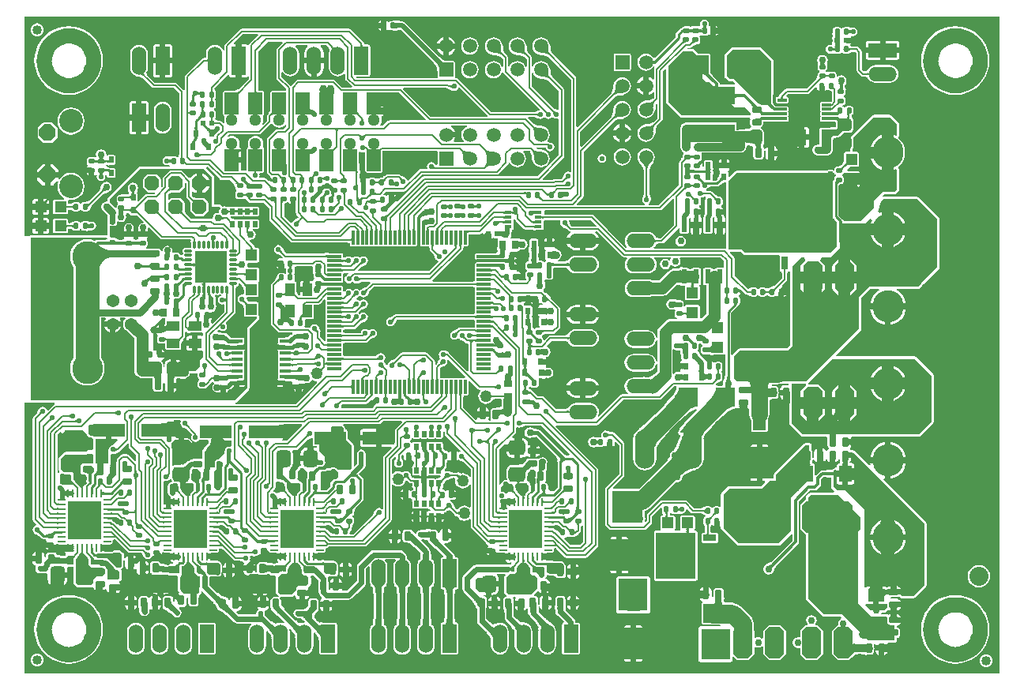
<source format=gtl>
G04 Layer_Physical_Order=1*
G04 Layer_Color=255*
%FSLAX25Y25*%
%MOIN*%
G70*
G01*
G75*
%ADD10C,0.06496*%
%ADD11C,0.02000*%
%ADD12C,0.00800*%
%ADD13R,0.04016X0.01181*%
G04:AMPARAMS|DCode=14|XSize=105mil|YSize=105mil|CornerRadius=26.25mil|HoleSize=0mil|Usage=FLASHONLY|Rotation=180.000|XOffset=0mil|YOffset=0mil|HoleType=Round|Shape=RoundedRectangle|*
%AMROUNDEDRECTD14*
21,1,0.10500,0.05250,0,0,180.0*
21,1,0.05250,0.10500,0,0,180.0*
1,1,0.05250,-0.02625,0.02625*
1,1,0.05250,0.02625,0.02625*
1,1,0.05250,0.02625,-0.02625*
1,1,0.05250,-0.02625,-0.02625*
%
%ADD14ROUNDEDRECTD14*%
G04:AMPARAMS|DCode=15|XSize=22mil|YSize=24mil|CornerRadius=4.4mil|HoleSize=0mil|Usage=FLASHONLY|Rotation=180.000|XOffset=0mil|YOffset=0mil|HoleType=Round|Shape=RoundedRectangle|*
%AMROUNDEDRECTD15*
21,1,0.02200,0.01520,0,0,180.0*
21,1,0.01320,0.02400,0,0,180.0*
1,1,0.00880,-0.00660,0.00760*
1,1,0.00880,0.00660,0.00760*
1,1,0.00880,0.00660,-0.00760*
1,1,0.00880,-0.00660,-0.00760*
%
%ADD15ROUNDEDRECTD15*%
%ADD16R,0.02800X0.05600*%
%ADD17R,0.19700X0.17000*%
%ADD18R,0.17000X0.19700*%
%ADD19R,0.05600X0.02800*%
%ADD20R,0.03150X0.01181*%
G04:AMPARAMS|DCode=21|XSize=22mil|YSize=24mil|CornerRadius=4.4mil|HoleSize=0mil|Usage=FLASHONLY|Rotation=270.000|XOffset=0mil|YOffset=0mil|HoleType=Round|Shape=RoundedRectangle|*
%AMROUNDEDRECTD21*
21,1,0.02200,0.01520,0,0,270.0*
21,1,0.01320,0.02400,0,0,270.0*
1,1,0.00880,-0.00760,-0.00660*
1,1,0.00880,-0.00760,0.00660*
1,1,0.00880,0.00760,0.00660*
1,1,0.00880,0.00760,-0.00660*
%
%ADD21ROUNDEDRECTD21*%
G04:AMPARAMS|DCode=22|XSize=29.13mil|YSize=39.37mil|CornerRadius=5.83mil|HoleSize=0mil|Usage=FLASHONLY|Rotation=180.000|XOffset=0mil|YOffset=0mil|HoleType=Round|Shape=RoundedRectangle|*
%AMROUNDEDRECTD22*
21,1,0.02913,0.02772,0,0,180.0*
21,1,0.01748,0.03937,0,0,180.0*
1,1,0.01165,-0.00874,0.01386*
1,1,0.01165,0.00874,0.01386*
1,1,0.01165,0.00874,-0.01386*
1,1,0.01165,-0.00874,-0.01386*
%
%ADD22ROUNDEDRECTD22*%
G04:AMPARAMS|DCode=23|XSize=29.13mil|YSize=39.37mil|CornerRadius=5.83mil|HoleSize=0mil|Usage=FLASHONLY|Rotation=270.000|XOffset=0mil|YOffset=0mil|HoleType=Round|Shape=RoundedRectangle|*
%AMROUNDEDRECTD23*
21,1,0.02913,0.02772,0,0,270.0*
21,1,0.01748,0.03937,0,0,270.0*
1,1,0.01165,-0.01386,-0.00874*
1,1,0.01165,-0.01386,0.00874*
1,1,0.01165,0.01386,0.00874*
1,1,0.01165,0.01386,-0.00874*
%
%ADD23ROUNDEDRECTD23*%
%ADD24R,0.05512X0.13386*%
%ADD25R,0.13386X0.05512*%
G04:AMPARAMS|DCode=26|XSize=52mil|YSize=60mil|CornerRadius=13mil|HoleSize=0mil|Usage=FLASHONLY|Rotation=0.000|XOffset=0mil|YOffset=0mil|HoleType=Round|Shape=RoundedRectangle|*
%AMROUNDEDRECTD26*
21,1,0.05200,0.03400,0,0,0.0*
21,1,0.02600,0.06000,0,0,0.0*
1,1,0.02600,0.01300,-0.01700*
1,1,0.02600,-0.01300,-0.01700*
1,1,0.02600,-0.01300,0.01700*
1,1,0.02600,0.01300,0.01700*
%
%ADD26ROUNDEDRECTD26*%
G04:AMPARAMS|DCode=27|XSize=52mil|YSize=60mil|CornerRadius=13mil|HoleSize=0mil|Usage=FLASHONLY|Rotation=270.000|XOffset=0mil|YOffset=0mil|HoleType=Round|Shape=RoundedRectangle|*
%AMROUNDEDRECTD27*
21,1,0.05200,0.03400,0,0,270.0*
21,1,0.02600,0.06000,0,0,270.0*
1,1,0.02600,-0.01700,-0.01300*
1,1,0.02600,-0.01700,0.01300*
1,1,0.02600,0.01700,0.01300*
1,1,0.02600,0.01700,-0.01300*
%
%ADD27ROUNDEDRECTD27*%
%ADD28R,0.04331X0.06693*%
%ADD29R,0.02165X0.01968*%
G04:AMPARAMS|DCode=30|XSize=63mil|YSize=71mil|CornerRadius=15.75mil|HoleSize=0mil|Usage=FLASHONLY|Rotation=180.000|XOffset=0mil|YOffset=0mil|HoleType=Round|Shape=RoundedRectangle|*
%AMROUNDEDRECTD30*
21,1,0.06300,0.03950,0,0,180.0*
21,1,0.03150,0.07100,0,0,180.0*
1,1,0.03150,-0.01575,0.01975*
1,1,0.03150,0.01575,0.01975*
1,1,0.03150,0.01575,-0.01975*
1,1,0.03150,-0.01575,-0.01975*
%
%ADD30ROUNDEDRECTD30*%
G04:AMPARAMS|DCode=31|XSize=63mil|YSize=71mil|CornerRadius=15.75mil|HoleSize=0mil|Usage=FLASHONLY|Rotation=90.000|XOffset=0mil|YOffset=0mil|HoleType=Round|Shape=RoundedRectangle|*
%AMROUNDEDRECTD31*
21,1,0.06300,0.03950,0,0,90.0*
21,1,0.03150,0.07100,0,0,90.0*
1,1,0.03150,0.01975,0.01575*
1,1,0.03150,0.01975,-0.01575*
1,1,0.03150,-0.01975,-0.01575*
1,1,0.03150,-0.01975,0.01575*
%
%ADD31ROUNDEDRECTD31*%
%ADD32R,0.02000X0.02600*%
%ADD33R,0.03543X0.12992*%
G04:AMPARAMS|DCode=34|XSize=11.02mil|YSize=31.5mil|CornerRadius=4.41mil|HoleSize=0mil|Usage=FLASHONLY|Rotation=180.000|XOffset=0mil|YOffset=0mil|HoleType=Round|Shape=RoundedRectangle|*
%AMROUNDEDRECTD34*
21,1,0.01102,0.02268,0,0,180.0*
21,1,0.00220,0.03150,0,0,180.0*
1,1,0.00882,-0.00110,0.01134*
1,1,0.00882,0.00110,0.01134*
1,1,0.00882,0.00110,-0.01134*
1,1,0.00882,-0.00110,-0.01134*
%
%ADD34ROUNDEDRECTD34*%
G04:AMPARAMS|DCode=35|XSize=11.02mil|YSize=31.5mil|CornerRadius=4.41mil|HoleSize=0mil|Usage=FLASHONLY|Rotation=270.000|XOffset=0mil|YOffset=0mil|HoleType=Round|Shape=RoundedRectangle|*
%AMROUNDEDRECTD35*
21,1,0.01102,0.02268,0,0,270.0*
21,1,0.00220,0.03150,0,0,270.0*
1,1,0.00882,-0.01134,-0.00110*
1,1,0.00882,-0.01134,0.00110*
1,1,0.00882,0.01134,0.00110*
1,1,0.00882,0.01134,-0.00110*
%
%ADD35ROUNDEDRECTD35*%
%ADD36R,0.13700X0.13700*%
%ADD37R,0.05000X0.01500*%
G04:AMPARAMS|DCode=38|XSize=40mil|YSize=40mil|CornerRadius=20mil|HoleSize=0mil|Usage=FLASHONLY|Rotation=0.000|XOffset=0mil|YOffset=0mil|HoleType=Round|Shape=RoundedRectangle|*
%AMROUNDEDRECTD38*
21,1,0.04000,0.00000,0,0,0.0*
21,1,0.00000,0.04000,0,0,0.0*
1,1,0.04000,0.00000,0.00000*
1,1,0.04000,0.00000,0.00000*
1,1,0.04000,0.00000,0.00000*
1,1,0.04000,0.00000,0.00000*
%
%ADD38ROUNDEDRECTD38*%
%ADD39R,0.01200X0.06000*%
%ADD40R,0.06000X0.01200*%
%ADD41C,0.06000*%
%ADD42R,0.02400X0.06000*%
%ADD43R,0.04800X0.04800*%
%ADD44R,0.03465X0.02638*%
%ADD45R,0.02638X0.03465*%
%ADD46R,0.07087X0.05433*%
%ADD47R,0.05433X0.07087*%
%ADD48R,0.05200X0.04200*%
%ADD49R,0.02362X0.03150*%
%ADD50R,0.01378X0.02362*%
%ADD51R,0.07900X0.07900*%
%ADD52R,0.02000X0.02800*%
%ADD53R,0.07900X0.07900*%
%ADD54R,0.12600X0.06300*%
%ADD55R,0.02400X0.02400*%
%ADD56R,0.04800X0.04800*%
%ADD57R,0.04200X0.05200*%
%ADD58R,0.20079X0.07815*%
G04:AMPARAMS|DCode=59|XSize=50mil|YSize=50mil|CornerRadius=25mil|HoleSize=0mil|Usage=FLASHONLY|Rotation=270.000|XOffset=0mil|YOffset=0mil|HoleType=Round|Shape=RoundedRectangle|*
%AMROUNDEDRECTD59*
21,1,0.05000,0.00000,0,0,270.0*
21,1,0.00000,0.05000,0,0,270.0*
1,1,0.05000,0.00000,0.00000*
1,1,0.05000,0.00000,0.00000*
1,1,0.05000,0.00000,0.00000*
1,1,0.05000,0.00000,0.00000*
%
%ADD59ROUNDEDRECTD59*%
%ADD60R,0.14173X0.16142*%
%ADD61O,0.00984X0.03347*%
%ADD62O,0.03347X0.00984*%
%ADD63R,0.05905X0.09173*%
%ADD64C,0.00700*%
%ADD65C,0.01500*%
%ADD66C,0.10000*%
%ADD67C,0.03000*%
%ADD68C,0.01000*%
%ADD69C,0.02200*%
%ADD70C,0.01200*%
%ADD71C,0.01150*%
%ADD72C,0.00950*%
%ADD73C,0.02400*%
%ADD74C,0.05000*%
%ADD75C,0.01600*%
%ADD76C,0.03500*%
%ADD77C,0.01100*%
%ADD78C,0.03200*%
%ADD79C,0.07000*%
%ADD80C,0.03600*%
%ADD81C,0.04000*%
%ADD82C,0.02500*%
%ADD83C,0.01300*%
%ADD84C,0.01400*%
%ADD85C,0.07500*%
%ADD86C,0.02700*%
%ADD87C,0.00900*%
%ADD88C,0.04500*%
%ADD89R,0.13200X0.12548*%
%ADD90R,0.13800X0.11600*%
%ADD91R,0.12300X0.13100*%
%ADD92R,0.12200X0.13300*%
%ADD93R,0.12300X0.13500*%
%ADD94R,0.12200X0.13400*%
%ADD95R,0.12800X0.13200*%
%ADD96R,0.13200X0.13200*%
%ADD97R,0.05905X0.05905*%
%ADD98C,0.05905*%
%ADD99O,0.06000X0.12000*%
%ADD100R,0.06000X0.12000*%
%ADD101R,0.05905X0.05905*%
%ADD102O,0.13000X0.13600*%
%ADD103O,0.12000X0.06000*%
%ADD104O,0.08250X0.16500*%
G04:AMPARAMS|DCode=105|XSize=133mil|YSize=83mil|CornerRadius=0mil|HoleSize=0mil|Usage=FLASHONLY|Rotation=270.000|XOffset=0mil|YOffset=0mil|HoleType=Round|Shape=Octagon|*
%AMOCTAGOND105*
4,1,8,-0.02075,-0.06650,0.02075,-0.06650,0.04150,-0.04575,0.04150,0.04575,0.02075,0.06650,-0.02075,0.06650,-0.04150,0.04575,-0.04150,-0.04575,-0.02075,-0.06650,0.0*
%
%ADD105OCTAGOND105*%

%ADD106P,0.06711X8X22.5*%
%ADD107C,0.13050*%
%ADD108C,0.05400*%
%ADD109C,0.10000*%
%ADD110P,0.07577X8X292.5*%
%ADD111C,0.08000*%
%ADD112R,0.12000X0.06000*%
%ADD113C,0.05039*%
%ADD114C,0.02200*%
%ADD115C,0.03000*%
%ADD116C,0.03200*%
G36*
X153962Y119080D02*
X153931Y119056D01*
X153903Y119016D01*
X153878Y118960D01*
X153858Y118888D01*
X153841Y118800D01*
X153828Y118696D01*
X153813Y118440D01*
X153812Y118344D01*
X153815Y118212D01*
X153827Y118070D01*
X153847Y117945D01*
X153875Y117836D01*
X153910Y117745D01*
X153954Y117670D01*
X154006Y117612D01*
X154065Y117570D01*
X154133Y117546D01*
X154209Y117538D01*
X152618Y117523D01*
X152692Y117533D01*
X152759Y117559D01*
X152818Y117601D01*
X152869Y117661D01*
X152913Y117737D01*
X152948Y117830D01*
X152975Y117940D01*
X152995Y118067D01*
X153007Y118211D01*
X153010Y118343D01*
X153009Y118440D01*
X152981Y118800D01*
X152964Y118888D01*
X152944Y118960D01*
X152919Y119016D01*
X152891Y119056D01*
X152859Y119080D01*
X152824Y119088D01*
X153998D01*
X153962Y119080D01*
D02*
G37*
G36*
X383584Y126884D02*
Y107384D01*
X378275Y102075D01*
X343234D01*
X343333Y100590D01*
X343369Y100467D01*
X343409Y100383D01*
X340586D01*
X340626Y100467D01*
X340662Y100590D01*
X340694Y100754D01*
X340722Y100959D01*
X340764Y101488D01*
X340777Y102075D01*
X329394D01*
X324784Y106684D01*
X324784Y111084D01*
Y123255D01*
X330641D01*
X330793Y122755D01*
X330779Y122746D01*
X328704Y120671D01*
X328483Y120340D01*
X328405Y119950D01*
Y117875D01*
X333575D01*
X338744D01*
Y119950D01*
X338667Y120340D01*
X338446Y120671D01*
X336371Y122746D01*
X336040Y122967D01*
X335650Y123044D01*
X331733D01*
X331582Y123544D01*
X331596Y123554D01*
X341926Y133884D01*
X376584D01*
X383584Y126884D01*
D02*
G37*
G36*
X169805Y119080D02*
X169773Y119056D01*
X169745Y119016D01*
X169721Y118960D01*
X169700Y118888D01*
X169684Y118800D01*
X169670Y118696D01*
X169655Y118440D01*
X169653Y118288D01*
X168853D01*
X168852Y118440D01*
X168824Y118800D01*
X168807Y118888D01*
X168786Y118960D01*
X168762Y119016D01*
X168734Y119056D01*
X168702Y119080D01*
X168667Y119088D01*
X169841D01*
X169805Y119080D01*
D02*
G37*
G36*
X203168Y117375D02*
X203160Y117441D01*
X203139Y117501D01*
X203103Y117553D01*
X203054Y117599D01*
X202990Y117637D01*
X202911Y117669D01*
X202819Y117693D01*
X202712Y117711D01*
X202591Y117721D01*
X202455Y117725D01*
Y118425D01*
X202591Y118428D01*
X202712Y118439D01*
X202819Y118456D01*
X202911Y118481D01*
X202990Y118512D01*
X203054Y118551D01*
X203103Y118596D01*
X203139Y118649D01*
X203160Y118708D01*
X203168Y118775D01*
Y117375D01*
D02*
G37*
G36*
X323370Y123155D02*
X323339Y123052D01*
X323011Y122674D01*
X321478D01*
X320860Y122552D01*
X320337Y122202D01*
X319987Y121678D01*
X319864Y121061D01*
Y120875D01*
X322352D01*
Y119675D01*
X323552D01*
Y116563D01*
X323765Y116388D01*
Y111084D01*
X323765Y106684D01*
X323842Y106294D01*
X324063Y105963D01*
X328673Y101354D01*
X329004Y101133D01*
X329394Y101055D01*
X339223D01*
X339252Y101041D01*
X339324Y100992D01*
X339577Y100652D01*
X339598Y100555D01*
X339568Y100441D01*
X339572Y100412D01*
X339566Y100383D01*
X339600Y100216D01*
X339624Y100047D01*
X339638Y100022D01*
X339644Y99993D01*
X339739Y99851D01*
X339816Y99721D01*
Y97389D01*
X339915Y96889D01*
X340199Y96464D01*
X340211Y96456D01*
Y95855D01*
X339983Y95702D01*
X339633Y95178D01*
X339580Y94911D01*
X339070D01*
X339017Y95178D01*
X338667Y95702D01*
X338143Y96052D01*
X337852Y96109D01*
Y93175D01*
Y91552D01*
X338064Y91566D01*
X338066Y91550D01*
X338068Y91494D01*
X338069Y91084D01*
X338075D01*
X338076Y90902D01*
X338115Y90292D01*
X338143Y90298D01*
X338667Y90648D01*
X339017Y91171D01*
X339070Y91438D01*
X339580D01*
X339633Y91171D01*
X339983Y90648D01*
X340506Y90298D01*
X340538Y90292D01*
X340545Y90343D01*
X340564Y90589D01*
X340575Y91084D01*
X340583D01*
X340586Y91566D01*
X340798Y91552D01*
Y93175D01*
X343198D01*
Y91383D01*
X343283Y91378D01*
X343198Y91310D01*
Y90240D01*
X343489Y90298D01*
X344013Y90648D01*
X344362Y91171D01*
X344433Y91526D01*
X344929Y91459D01*
X344928Y91443D01*
X344971Y91312D01*
X344998Y91176D01*
X345033Y91124D01*
X345052Y91065D01*
X345087Y91004D01*
X345104Y90963D01*
X345131Y90875D01*
X345161Y90745D01*
X345186Y90604D01*
X345203Y90366D01*
X345198Y90241D01*
X345176Y90016D01*
X345157Y89943D01*
X345137Y89894D01*
X345038Y89864D01*
X344895Y89835D01*
X344850Y89805D01*
X344798Y89789D01*
X344686Y89695D01*
X344591Y89632D01*
X344568D01*
X344295Y89578D01*
X344064Y89423D01*
X343909Y89191D01*
X343855Y88918D01*
Y88316D01*
X343363Y88046D01*
X343248Y88094D01*
X343172D01*
X343098Y88112D01*
X342974Y88094D01*
X342850D01*
X342780Y88064D01*
X342704Y88053D01*
X342598Y87989D01*
X342482Y87941D01*
X342032Y87640D01*
X341985Y87631D01*
X341901Y87575D01*
X341808Y87537D01*
X341737Y87466D01*
X341654Y87410D01*
X341598Y87326D01*
X341527Y87255D01*
X341489Y87163D01*
X341433Y87079D01*
X341430Y87066D01*
X340675Y87006D01*
X339844Y86994D01*
X339656Y86954D01*
X339468Y86917D01*
X339462Y86913D01*
X339455Y86911D01*
X339297Y86802D01*
X339144Y86700D01*
X337575D01*
X337068Y86599D01*
X336638Y86312D01*
X334995Y84669D01*
X334495Y84876D01*
Y88918D01*
X334440Y89191D01*
X334286Y89423D01*
X334054Y89578D01*
X334041Y89580D01*
X334019Y89614D01*
X333897Y89695D01*
X333785Y89789D01*
X333733Y89805D01*
X333688Y89835D01*
X333544Y89864D01*
X333446Y89894D01*
X333426Y89943D01*
X333385Y90095D01*
X333368Y90202D01*
X333407Y90508D01*
X333439Y90664D01*
X333475Y90799D01*
X333510Y90900D01*
X333539Y90966D01*
X333590Y91053D01*
X333613Y91119D01*
X333651Y91176D01*
X333677Y91305D01*
X333719Y91429D01*
X333726Y91431D01*
X334287Y91171D01*
X334637Y90648D01*
X335160Y90298D01*
X335452Y90240D01*
Y91310D01*
X335367Y91378D01*
X335452Y91383D01*
Y93175D01*
Y96109D01*
X335160Y96052D01*
X334637Y95702D01*
X334287Y95178D01*
X334164Y94561D01*
Y92152D01*
X333664Y91988D01*
X333523Y92179D01*
X333521Y92184D01*
X333517Y92187D01*
X333479Y92238D01*
Y94561D01*
X333380Y95061D01*
X333194Y95339D01*
Y97275D01*
X333117Y97665D01*
X332896Y97996D01*
X332565Y98217D01*
X332175Y98294D01*
X330475Y98294D01*
X330085Y98217D01*
X329754Y97996D01*
X317473Y85715D01*
X317252Y85385D01*
X317175Y84994D01*
Y83375D01*
X317158Y83292D01*
X317074Y83275D01*
X315455D01*
X315350Y83254D01*
X314863Y83600D01*
X314850Y83626D01*
Y88739D01*
X312275D01*
Y82226D01*
X313277D01*
X313484Y81726D01*
X311952Y80194D01*
X298475D01*
X298085Y80117D01*
X297754Y79896D01*
X295154Y77296D01*
X294933Y76965D01*
X294855Y76575D01*
Y71641D01*
X294355Y71391D01*
X294180Y71509D01*
X293735Y71597D01*
X292415D01*
X291970Y71509D01*
X291593Y71257D01*
X291458Y71054D01*
X291450Y71051D01*
X290910D01*
X290902Y71054D01*
X290767Y71257D01*
X290390Y71509D01*
X289945Y71597D01*
X288625D01*
X288180Y71509D01*
X288133Y71477D01*
X288066Y71464D01*
X287922Y71451D01*
X287873Y71425D01*
X287818Y71414D01*
X287698Y71334D01*
X287569Y71267D01*
X287534Y71224D01*
X287487Y71193D01*
X287422Y71096D01*
X287363Y71094D01*
X287181Y71053D01*
X286998Y71017D01*
X286987Y71009D01*
X286975Y71007D01*
X286822Y70899D01*
X286668Y70796D01*
X283639D01*
X280668Y73768D01*
X280304Y74011D01*
X279875Y74096D01*
X279875Y74096D01*
X269875D01*
X269875Y74096D01*
X269446Y74011D01*
X269082Y73768D01*
X263882Y68568D01*
X263639Y68204D01*
X263553Y67775D01*
X263553Y67775D01*
Y65439D01*
X263194Y65080D01*
X263139Y65103D01*
X262747Y65416D01*
X262918Y66275D01*
X262747Y67133D01*
X262694Y67212D01*
Y69663D01*
X263719Y70088D01*
X264649Y70801D01*
X275590Y81743D01*
X275684Y81760D01*
X275831Y81771D01*
X275878Y81795D01*
X275931Y81805D01*
X275949Y81816D01*
X276375Y81732D01*
X277233Y81902D01*
X277961Y82389D01*
X278447Y83116D01*
X278618Y83975D01*
X278589Y84119D01*
X278848Y84342D01*
X279630Y84928D01*
X280385Y85432D01*
X281104Y85848D01*
X281785Y86178D01*
X282426Y86425D01*
X283024Y86590D01*
X283642Y86690D01*
X283720Y86719D01*
X283803Y86729D01*
X283905Y86787D01*
X284015Y86828D01*
X284076Y86885D01*
X284149Y86926D01*
X284221Y87019D01*
X284307Y87098D01*
X284342Y87174D01*
X284392Y87238D01*
X285108Y87535D01*
X286116Y88309D01*
X286889Y89316D01*
X287376Y90490D01*
X287541Y91750D01*
Y96538D01*
X287596Y96623D01*
X287679Y96717D01*
X287703Y96789D01*
X287744Y96852D01*
X287766Y96975D01*
X287807Y97094D01*
X287802Y97169D01*
X287815Y97244D01*
X287789Y97366D01*
X287781Y97491D01*
X287747Y97559D01*
X287731Y97633D01*
X287660Y97735D01*
X287605Y97847D01*
X287541Y97930D01*
Y100000D01*
X287489Y100402D01*
X287571Y100612D01*
X288096Y101569D01*
X288823Y102640D01*
X290942Y105171D01*
X292310Y106591D01*
X292333Y106628D01*
X292367Y106656D01*
X292440Y106794D01*
X292525Y106926D01*
X292532Y106969D01*
X292553Y107008D01*
X292567Y107163D01*
X292585Y107264D01*
X292943Y107621D01*
X293101Y107652D01*
X293290Y107688D01*
X293296Y107691D01*
X293302Y107693D01*
X293462Y107799D01*
X293624Y107905D01*
X294646Y108902D01*
X295595Y109775D01*
X297340Y111220D01*
X298100Y111765D01*
X298801Y112205D01*
X299428Y112535D01*
X299973Y112757D01*
X300427Y112878D01*
X300885Y112923D01*
X301029Y112967D01*
X301176Y112996D01*
X301218Y113024D01*
X301266Y113038D01*
X301294Y113061D01*
X301583Y113202D01*
X301927Y113138D01*
X302034Y113091D01*
X302272Y112933D01*
X302718Y112844D01*
X302668Y113543D01*
X302629Y113718D01*
X302585Y113855D01*
X302534Y113953D01*
X302478Y114012D01*
X303075D01*
Y115298D01*
X305475D01*
Y114012D01*
X306072D01*
X306016Y113953D01*
X305965Y113855D01*
X305921Y113718D01*
X305882Y113543D01*
X305849Y113329D01*
X305806Y112839D01*
X306278Y112933D01*
X306339Y112973D01*
X306839Y112706D01*
Y110411D01*
X306983Y109315D01*
X307406Y108293D01*
X307605Y108034D01*
Y103718D01*
X307660Y103445D01*
X307814Y103213D01*
X308046Y103059D01*
X308319Y103004D01*
X313831D01*
X314104Y103059D01*
X314335Y103213D01*
X314490Y103445D01*
X314544Y103718D01*
Y108034D01*
X314743Y108293D01*
X315167Y109315D01*
X315311Y110411D01*
Y116364D01*
X315323Y116401D01*
X315444Y116541D01*
X315792Y116738D01*
X315847Y116743D01*
X315901Y116732D01*
X316044Y116760D01*
X316189Y116773D01*
X316237Y116799D01*
X316291Y116809D01*
X316412Y116890D01*
X316541Y116958D01*
X316561Y116981D01*
X317872D01*
X318372Y117081D01*
X318796Y117364D01*
X319080Y117789D01*
X319179Y118289D01*
Y119367D01*
X319241Y119675D01*
X319179Y119983D01*
Y121061D01*
X319080Y121561D01*
X318796Y121985D01*
X318372Y122269D01*
X317872Y122368D01*
X316561D01*
X316541Y122392D01*
X316326Y122858D01*
X316346Y123039D01*
X316402Y123146D01*
X316403Y123146D01*
X318583D01*
X319409Y123255D01*
X323335D01*
X323370Y123155D01*
D02*
G37*
G36*
X159901Y119076D02*
X159899Y119042D01*
X159892Y118064D01*
X159897Y117863D01*
X159915Y117652D01*
X159943Y117468D01*
X159984Y117312D01*
X160035Y117182D01*
X160099Y117079D01*
X160173Y117004D01*
X160259Y116955D01*
X160357Y116933D01*
X160467Y116939D01*
X159193Y116729D01*
Y114875D01*
X159139Y114872D01*
Y114591D01*
X159043Y114645D01*
X158925Y114693D01*
X158784Y114736D01*
X158621Y114773D01*
X158436Y114804D01*
X157998Y114849D01*
X157472Y114872D01*
X157175Y114875D01*
Y116875D01*
X158246Y116898D01*
Y116925D01*
X158264Y116915D01*
X158300Y116907D01*
X158345Y116900D01*
X158783Y116910D01*
X158782Y116915D01*
X158767Y117076D01*
X158743Y117788D01*
X158742Y117938D01*
X158741D01*
X158730Y119088D01*
X159904D01*
X159901Y119076D01*
D02*
G37*
G36*
X198070Y118708D02*
X198093Y118649D01*
X198132Y118596D01*
X198187Y118551D01*
X198257Y118512D01*
X198343Y118481D01*
X198444Y118456D01*
X198560Y118439D01*
X198693Y118428D01*
X198840Y118425D01*
Y117725D01*
X198693Y117721D01*
X198560Y117711D01*
X198444Y117693D01*
X198343Y117669D01*
X198257Y117637D01*
X198187Y117599D01*
X198132Y117553D01*
X198093Y117501D01*
X198070Y117441D01*
X198062Y117375D01*
Y118775D01*
X198070Y118708D01*
D02*
G37*
G36*
X177605Y119080D02*
X177573Y119056D01*
X177545Y119016D01*
X177521Y118960D01*
X177500Y118888D01*
X177483Y118800D01*
X177470Y118696D01*
X177455Y118440D01*
X177453Y118288D01*
X176654D01*
X176652Y118440D01*
X176624Y118800D01*
X176607Y118888D01*
X176586Y118960D01*
X176562Y119016D01*
X176534Y119056D01*
X176502Y119080D01*
X176467Y119088D01*
X177641D01*
X177605Y119080D01*
D02*
G37*
G36*
X148057Y119081D02*
X148025Y119061D01*
X147997Y119026D01*
X147973Y118979D01*
X147952Y118917D01*
X147935Y118842D01*
X147922Y118754D01*
X147913Y118651D01*
X147906Y118405D01*
X147106D01*
X147104Y118535D01*
X147089Y118754D01*
X147076Y118842D01*
X147059Y118917D01*
X147038Y118979D01*
X147014Y119026D01*
X146986Y119061D01*
X146954Y119081D01*
X146918Y119088D01*
X148093D01*
X148057Y119081D01*
D02*
G37*
G36*
X145978Y119083D02*
X145969Y119070D01*
X145962Y119047D01*
X145955Y119016D01*
X145950Y118975D01*
X145941Y118867D01*
X145937Y118637D01*
X145137D01*
X145136Y118723D01*
X145119Y119016D01*
X145112Y119047D01*
X145104Y119070D01*
X145096Y119083D01*
X145086Y119088D01*
X145988D01*
X145978Y119083D01*
D02*
G37*
G36*
X213440Y120287D02*
X213465Y120219D01*
X213507Y120159D01*
X213566Y120108D01*
X213642Y120064D01*
X213734Y120028D01*
X213843Y120000D01*
X213969Y119981D01*
X214112Y119969D01*
X214271Y119965D01*
Y119165D01*
X214112Y119161D01*
X213969Y119149D01*
X213843Y119129D01*
X213734Y119101D01*
X213642Y119065D01*
X213566Y119021D01*
X213507Y118970D01*
X213465Y118910D01*
X213440Y118842D01*
X213432Y118767D01*
Y120362D01*
X213440Y120287D01*
D02*
G37*
G36*
X183495Y119081D02*
X183455Y119060D01*
X183420Y119025D01*
X183389Y118976D01*
X183363Y118913D01*
X183342Y118836D01*
X183325Y118745D01*
X183313Y118640D01*
X183306Y118521D01*
X183303Y118388D01*
X182604D01*
X182601Y118521D01*
X182582Y118745D01*
X182566Y118836D01*
X182544Y118913D01*
X182518Y118976D01*
X182487Y119025D01*
X182452Y119060D01*
X182412Y119081D01*
X182367Y119088D01*
X183541D01*
X183495Y119081D01*
D02*
G37*
G36*
X179605Y119080D02*
X179573Y119056D01*
X179545Y119016D01*
X179521Y118960D01*
X179500Y118888D01*
X179483Y118800D01*
X179470Y118696D01*
X179455Y118440D01*
X179454Y118288D01*
X178654D01*
X178652Y118440D01*
X178624Y118800D01*
X178607Y118888D01*
X178586Y118960D01*
X178562Y119016D01*
X178534Y119056D01*
X178502Y119080D01*
X178466Y119088D01*
X179641D01*
X179605Y119080D01*
D02*
G37*
G36*
X181605D02*
X181573Y119056D01*
X181545Y119016D01*
X181521Y118960D01*
X181500Y118888D01*
X181483Y118800D01*
X181470Y118696D01*
X181455Y118440D01*
X181454Y118288D01*
X180654D01*
X180652Y118440D01*
X180624Y118800D01*
X180607Y118888D01*
X180586Y118960D01*
X180562Y119016D01*
X180534Y119056D01*
X180502Y119080D01*
X180466Y119088D01*
X181641D01*
X181605Y119080D01*
D02*
G37*
G36*
X185505D02*
X185473Y119056D01*
X185445Y119016D01*
X185421Y118960D01*
X185400Y118888D01*
X185383Y118800D01*
X185370Y118696D01*
X185355Y118440D01*
X185354Y118288D01*
X184554D01*
X184552Y118440D01*
X184524Y118800D01*
X184507Y118888D01*
X184486Y118960D01*
X184462Y119016D01*
X184434Y119056D01*
X184402Y119080D01*
X184367Y119088D01*
X185541D01*
X185505Y119080D01*
D02*
G37*
G36*
X169611Y117207D02*
X169749Y117087D01*
X169812Y117041D01*
X169871Y117003D01*
X169927Y116973D01*
X169978Y116953D01*
X170026Y116941D01*
X170069Y116937D01*
X170109Y116942D01*
X169307Y116141D01*
X169313Y116181D01*
X169309Y116224D01*
X169297Y116272D01*
X169276Y116323D01*
X169247Y116378D01*
X169209Y116437D01*
X169162Y116500D01*
X169107Y116568D01*
X168971Y116713D01*
X169536Y117279D01*
X169611Y117207D01*
D02*
G37*
G36*
X8664Y110675D02*
X8562Y110672D01*
X8462Y110662D01*
X8365Y110643D01*
X8271Y110617D01*
X8180Y110584D01*
X8092Y110543D01*
X8006Y110494D01*
X7924Y110437D01*
X7844Y110373D01*
X7766Y110301D01*
X7201Y110866D01*
X7273Y110944D01*
X7337Y111024D01*
X7394Y111107D01*
X7443Y111192D01*
X7484Y111280D01*
X7518Y111372D01*
X7543Y111465D01*
X7562Y111562D01*
X7572Y111662D01*
X7575Y111764D01*
X8664Y110675D01*
D02*
G37*
G36*
X222078Y111662D02*
X222088Y111562D01*
X222106Y111465D01*
X222132Y111372D01*
X222166Y111280D01*
X222207Y111192D01*
X222256Y111107D01*
X222313Y111024D01*
X222377Y110944D01*
X222449Y110866D01*
X221883Y110301D01*
X221806Y110373D01*
X221726Y110437D01*
X221643Y110494D01*
X221557Y110543D01*
X221469Y110584D01*
X221378Y110617D01*
X221284Y110643D01*
X221187Y110662D01*
X221088Y110672D01*
X220986Y110675D01*
X222075Y111764D01*
X222078Y111662D01*
D02*
G37*
G36*
X39889Y110305D02*
X39815Y110375D01*
X39737Y110438D01*
X39656Y110494D01*
X39571Y110542D01*
X39483Y110582D01*
X39391Y110616D01*
X39296Y110642D01*
X39198Y110660D01*
X39096Y110671D01*
X38990Y110675D01*
Y111475D01*
X39096Y111478D01*
X39198Y111490D01*
X39296Y111508D01*
X39391Y111534D01*
X39483Y111567D01*
X39571Y111608D01*
X39656Y111656D01*
X39737Y111712D01*
X39815Y111775D01*
X39889Y111845D01*
Y110305D01*
D02*
G37*
G36*
X203670Y110118D02*
X203562Y110186D01*
X203413Y110246D01*
X203223Y110300D01*
X202993Y110346D01*
X202721Y110386D01*
X202341Y110418D01*
X202132Y110385D01*
X201863Y110315D01*
X201640Y110225D01*
X201461Y110115D01*
X201327Y109985D01*
X201238Y109835D01*
X201195Y109665D01*
X201196Y109475D01*
X201078Y110467D01*
X200752Y110475D01*
Y112475D01*
X201227Y112478D01*
X202993Y112603D01*
X203223Y112650D01*
X203413Y112703D01*
X203562Y112764D01*
X203670Y112832D01*
Y110118D01*
D02*
G37*
G36*
X285012Y113938D02*
X284470Y113885D01*
X283874Y113726D01*
X283224Y113461D01*
X282518Y113089D01*
X281758Y112612D01*
X280943Y112029D01*
X279150Y110544D01*
X278171Y109642D01*
X277138Y108634D01*
X271834Y113938D01*
X272842Y114971D01*
X275229Y117743D01*
X275812Y118558D01*
X276289Y119318D01*
X276660Y120024D01*
X276926Y120674D01*
X277085Y121270D01*
X277138Y121812D01*
X285012Y113938D01*
D02*
G37*
G36*
X300786D02*
X300244Y113885D01*
X299648Y113726D01*
X298997Y113461D01*
X298292Y113089D01*
X297532Y112612D01*
X296717Y112029D01*
X294924Y110544D01*
X293945Y109642D01*
X292912Y108634D01*
X287609Y113938D01*
X288616Y114971D01*
X291003Y117743D01*
X291586Y118558D01*
X292063Y119318D01*
X292435Y120024D01*
X292700Y120674D01*
X292859Y121270D01*
X292912Y121812D01*
X300786Y113938D01*
D02*
G37*
G36*
X20489Y109005D02*
X20415Y109075D01*
X20337Y109138D01*
X20256Y109194D01*
X20171Y109242D01*
X20083Y109282D01*
X19992Y109316D01*
X19896Y109342D01*
X19798Y109360D01*
X19696Y109371D01*
X19590Y109375D01*
Y110175D01*
X19696Y110178D01*
X19798Y110190D01*
X19896Y110208D01*
X19992Y110234D01*
X20083Y110267D01*
X20171Y110308D01*
X20256Y110356D01*
X20337Y110412D01*
X20415Y110475D01*
X20489Y110545D01*
Y109005D01*
D02*
G37*
G36*
X230746Y110739D02*
X230737Y110814D01*
X230710Y110882D01*
X230665Y110941D01*
X230603Y110993D01*
X230522Y111036D01*
X230424Y111072D01*
X230307Y111100D01*
X230173Y111120D01*
X230021Y111132D01*
X229851Y111135D01*
Y111935D01*
X230021Y111939D01*
X230173Y111951D01*
X230307Y111971D01*
X230424Y111999D01*
X230522Y112035D01*
X230603Y112078D01*
X230665Y112130D01*
X230710Y112189D01*
X230737Y112257D01*
X230746Y112332D01*
Y110739D01*
D02*
G37*
G36*
X213304Y116779D02*
X213422Y116725D01*
X213556Y116678D01*
X213707Y116638D01*
X213874Y116603D01*
X214257Y116553D01*
X214473Y116537D01*
X214953Y116525D01*
Y115025D01*
X214705Y115022D01*
X214057Y114975D01*
X213874Y114946D01*
X213556Y114871D01*
X213422Y114824D01*
X213304Y114771D01*
X213202Y114712D01*
Y116838D01*
X213304Y116779D01*
D02*
G37*
G36*
X163445Y117622D02*
X163858Y117272D01*
X163986Y117181D01*
X164111Y117103D01*
X164230Y117037D01*
X164346Y116985D01*
X164457Y116945D01*
X164563Y116918D01*
X162652Y115983D01*
X162743Y116045D01*
X162801Y116123D01*
X162825Y116218D01*
X162817Y116331D01*
X162775Y116461D01*
X162700Y116608D01*
X162592Y116772D01*
X162451Y116954D01*
X162276Y117152D01*
X162068Y117368D01*
X163299Y117764D01*
X163445Y117622D01*
D02*
G37*
G36*
X150286Y115190D02*
X150202Y115256D01*
X150091Y115277D01*
X149951Y115254D01*
X149783Y115188D01*
X149587Y115077D01*
X149363Y114923D01*
X149110Y114725D01*
X148520Y114197D01*
X148472Y114151D01*
X148544Y113730D01*
X147810Y112996D01*
X134805D01*
X134751Y113061D01*
X134584Y113496D01*
X134599Y113519D01*
X134706Y113670D01*
X134709Y113684D01*
X134717Y113696D01*
X134753Y113877D01*
X134794Y114058D01*
X134796Y114120D01*
X134798Y114139D01*
X134800Y114154D01*
X134804Y114166D01*
X134808Y114177D01*
X134813Y114188D01*
X134821Y114201D01*
X134832Y114218D01*
X134848Y114238D01*
X134895Y114288D01*
X134990Y114442D01*
X135091Y114593D01*
X135094Y114611D01*
X135104Y114626D01*
X135133Y114805D01*
X135143Y114853D01*
X145075D01*
X145075Y114853D01*
X145504Y114939D01*
X145868Y115182D01*
X147085Y116399D01*
X147547Y116207D01*
Y116135D01*
X148612Y117302D01*
X150286Y115190D01*
D02*
G37*
G36*
X128049Y115383D02*
X127977Y115306D01*
X127913Y115226D01*
X127856Y115143D01*
X127807Y115058D01*
X127766Y114969D01*
X127732Y114878D01*
X127706Y114784D01*
X127688Y114688D01*
X127678Y114588D01*
X127675Y114486D01*
X126586Y115575D01*
X126688Y115577D01*
X126787Y115588D01*
X126884Y115606D01*
X126978Y115632D01*
X127069Y115666D01*
X127157Y115707D01*
X127243Y115756D01*
X127326Y115813D01*
X127406Y115877D01*
X127483Y115949D01*
X128049Y115383D01*
D02*
G37*
G36*
X178264Y112375D02*
X178162Y112372D01*
X178062Y112362D01*
X177965Y112343D01*
X177872Y112318D01*
X177780Y112284D01*
X177692Y112243D01*
X177606Y112194D01*
X177524Y112137D01*
X177444Y112073D01*
X177366Y112001D01*
X176801Y112566D01*
X176873Y112644D01*
X176937Y112724D01*
X176994Y112806D01*
X177043Y112892D01*
X177084Y112980D01*
X177118Y113072D01*
X177143Y113165D01*
X177162Y113262D01*
X177172Y113362D01*
X177175Y113464D01*
X178264Y112375D01*
D02*
G37*
G36*
X216189Y115926D02*
X216412Y115739D01*
X216518Y115664D01*
X216622Y115601D01*
X216722Y115551D01*
X216818Y115513D01*
X216912Y115487D01*
X217002Y115474D01*
X217089Y115472D01*
X215676Y113919D01*
X215667Y114003D01*
X215647Y114090D01*
X215615Y114181D01*
X215572Y114276D01*
X215517Y114374D01*
X215451Y114475D01*
X215373Y114581D01*
X215183Y114802D01*
X215070Y114919D01*
X216073Y116037D01*
X216189Y115926D01*
D02*
G37*
G36*
X134149Y114983D02*
X134077Y114906D01*
X134013Y114826D01*
X133956Y114743D01*
X133907Y114657D01*
X133866Y114569D01*
X133832Y114478D01*
X133806Y114384D01*
X133788Y114287D01*
X133777Y114188D01*
X133775Y114086D01*
X132686Y115175D01*
X132788Y115178D01*
X132887Y115188D01*
X132984Y115206D01*
X133078Y115232D01*
X133169Y115266D01*
X133257Y115307D01*
X133343Y115356D01*
X133426Y115413D01*
X133506Y115477D01*
X133583Y115549D01*
X134149Y114983D01*
D02*
G37*
G36*
X163655Y125710D02*
X163683Y125350D01*
X163700Y125262D01*
X163721Y125190D01*
X163745Y125134D01*
X163773Y125094D01*
X163805Y125070D01*
X163841Y125062D01*
X162666D01*
X162702Y125070D01*
X162734Y125094D01*
X162762Y125134D01*
X162786Y125190D01*
X162807Y125262D01*
X162824Y125350D01*
X162837Y125454D01*
X162852Y125710D01*
X162854Y125862D01*
X163654D01*
X163655Y125710D01*
D02*
G37*
G36*
X165655D02*
X165683Y125350D01*
X165700Y125262D01*
X165721Y125190D01*
X165745Y125134D01*
X165773Y125094D01*
X165805Y125070D01*
X165841Y125062D01*
X164666D01*
X164702Y125070D01*
X164734Y125094D01*
X164762Y125134D01*
X164786Y125190D01*
X164807Y125262D01*
X164824Y125350D01*
X164837Y125454D01*
X164852Y125710D01*
X164854Y125862D01*
X165654D01*
X165655Y125710D01*
D02*
G37*
G36*
X167655D02*
X167683Y125350D01*
X167700Y125262D01*
X167721Y125190D01*
X167745Y125134D01*
X167773Y125094D01*
X167805Y125070D01*
X167841Y125062D01*
X166666D01*
X166702Y125070D01*
X166734Y125094D01*
X166762Y125134D01*
X166786Y125190D01*
X166807Y125262D01*
X166824Y125350D01*
X166837Y125454D01*
X166852Y125710D01*
X166853Y125862D01*
X167654D01*
X167655Y125710D01*
D02*
G37*
G36*
X153813D02*
X153841Y125350D01*
X153858Y125262D01*
X153878Y125190D01*
X153903Y125134D01*
X153931Y125094D01*
X153962Y125070D01*
X153998Y125062D01*
X152824D01*
X152859Y125070D01*
X152891Y125094D01*
X152919Y125134D01*
X152944Y125190D01*
X152964Y125262D01*
X152981Y125350D01*
X152994Y125454D01*
X153009Y125710D01*
X153011Y125862D01*
X153811D01*
X153813Y125710D01*
D02*
G37*
G36*
X115805Y126973D02*
X115664Y124941D01*
X115577Y125053D01*
X115473Y125153D01*
X115352Y125241D01*
X115215Y125317D01*
X115060Y125382D01*
X114889Y125435D01*
X114701Y125476D01*
X114496Y125505D01*
X114274Y125523D01*
X114036Y125529D01*
Y127029D01*
X115805Y126973D01*
D02*
G37*
G36*
X143970Y125710D02*
X143999Y125350D01*
X144015Y125262D01*
X144036Y125190D01*
X144060Y125134D01*
X144088Y125094D01*
X144120Y125070D01*
X144156Y125062D01*
X142982D01*
X143017Y125070D01*
X143049Y125094D01*
X143077Y125134D01*
X143101Y125190D01*
X143122Y125262D01*
X143139Y125350D01*
X143152Y125454D01*
X143167Y125710D01*
X143168Y125862D01*
X143968D01*
X143970Y125710D01*
D02*
G37*
G36*
X149876D02*
X149904Y125350D01*
X149921Y125262D01*
X149941Y125190D01*
X149966Y125134D01*
X149994Y125094D01*
X150025Y125070D01*
X150061Y125062D01*
X148887D01*
X148923Y125070D01*
X148954Y125094D01*
X148982Y125134D01*
X149007Y125190D01*
X149027Y125262D01*
X149044Y125350D01*
X149057Y125454D01*
X149072Y125710D01*
X149074Y125862D01*
X149874D01*
X149876Y125710D01*
D02*
G37*
G36*
X173506Y125629D02*
X173525Y125405D01*
X173541Y125314D01*
X173563Y125237D01*
X173589Y125174D01*
X173620Y125125D01*
X173655Y125090D01*
X173696Y125069D01*
X173741Y125062D01*
X172566D01*
X172612Y125069D01*
X172652Y125090D01*
X172687Y125125D01*
X172718Y125174D01*
X172744Y125237D01*
X172766Y125314D01*
X172782Y125405D01*
X172794Y125510D01*
X172801Y125629D01*
X172803Y125762D01*
X173503D01*
X173506Y125629D01*
D02*
G37*
G36*
X81384Y124892D02*
X81266Y124977D01*
X81145Y125053D01*
X81023Y125120D01*
X80900Y125178D01*
X80774Y125227D01*
X80648Y125267D01*
X80549Y125292D01*
Y125266D01*
X80541Y125279D01*
X80525Y125292D01*
X80506Y125301D01*
X80390Y125321D01*
X80258Y125335D01*
X80125Y125339D01*
Y126039D01*
X80245Y126043D01*
X80280Y126046D01*
X80390Y126057D01*
X80506Y126077D01*
X80525Y126086D01*
X80541Y126099D01*
X80549Y126112D01*
Y126086D01*
X80648Y126110D01*
X80774Y126151D01*
X80900Y126200D01*
X81023Y126258D01*
X81145Y126325D01*
X81266Y126401D01*
X81384Y126486D01*
Y124892D01*
D02*
G37*
G36*
X220061Y129430D02*
X220116Y129334D01*
X220208Y129250D01*
X220336Y129177D01*
X220501Y129115D01*
X220702Y129065D01*
X220940Y129025D01*
X221215Y128997D01*
X221875Y128975D01*
Y126975D01*
X221527Y126969D01*
X220940Y126924D01*
X220702Y126885D01*
X220501Y126834D01*
X220336Y126773D01*
X220208Y126699D01*
X220116Y126615D01*
X220061Y126520D01*
X220043Y126413D01*
Y126974D01*
X220028Y126974D01*
X219857Y126975D01*
Y128975D01*
X220043Y128985D01*
Y129537D01*
X220061Y129430D01*
D02*
G37*
G36*
X52263Y132772D02*
X54705Y132618D01*
X54715Y132576D01*
X54639Y132530D01*
X54125Y130718D01*
X54325Y126750D01*
X54343Y126717D01*
X54304Y126687D01*
X54209Y126661D01*
X54058Y126638D01*
X53851Y126619D01*
X52894Y126583D01*
X51975Y126576D01*
X51973Y126587D01*
X50575Y126576D01*
Y131575D01*
X51241Y131581D01*
X51575Y131605D01*
Y132775D01*
X52263Y132772D01*
D02*
G37*
G36*
X213309Y128311D02*
X213302Y128200D01*
X213318Y128079D01*
X213356Y127951D01*
X213417Y127814D01*
X213500Y127668D01*
X213605Y127514D01*
X213734Y127351D01*
X213884Y127180D01*
X214057Y127000D01*
X213937Y125706D01*
X213704Y125931D01*
X213300Y126280D01*
X213128Y126403D01*
X212977Y126492D01*
X212846Y126547D01*
X212735Y126567D01*
X212644Y126554D01*
X212573Y126506D01*
X212522Y126425D01*
X213338Y128414D01*
X213309Y128311D01*
D02*
G37*
G36*
X175506Y125629D02*
X175525Y125405D01*
X175541Y125314D01*
X175563Y125237D01*
X175589Y125174D01*
X175620Y125125D01*
X175655Y125090D01*
X175696Y125069D01*
X175741Y125062D01*
X174566D01*
X174612Y125069D01*
X174652Y125090D01*
X174687Y125125D01*
X174718Y125174D01*
X174744Y125237D01*
X174766Y125314D01*
X174782Y125405D01*
X174794Y125510D01*
X174801Y125629D01*
X174803Y125762D01*
X175504D01*
X175506Y125629D01*
D02*
G37*
G36*
X294110Y125190D02*
X294030Y125216D01*
X293944Y125223D01*
X293849Y125212D01*
X293747Y125182D01*
X293638Y125134D01*
X293521Y125067D01*
X293396Y124981D01*
X293265Y124877D01*
X293125Y124754D01*
X292978Y124613D01*
X292068Y124834D01*
X292233Y125005D01*
X292488Y125304D01*
X292577Y125432D01*
X292641Y125545D01*
X292680Y125645D01*
X292693Y125730D01*
X292681Y125801D01*
X292643Y125857D01*
X292580Y125900D01*
X294110Y125190D01*
D02*
G37*
G36*
X287623Y129357D02*
X287633Y129213D01*
X287789D01*
X287757Y129193D01*
X287729Y129133D01*
X287704Y129033D01*
X287682Y128893D01*
X287666Y128736D01*
X287729Y127817D01*
X287757Y127757D01*
X287789Y127737D01*
X287626D01*
X287623Y127401D01*
X287789Y127411D01*
Y127737D01*
X287809Y127668D01*
X287869Y127606D01*
X287969Y127552D01*
X288109Y127505D01*
X288289Y127465D01*
X288399Y127449D01*
X288882Y127479D01*
X288982Y127507D01*
X289048Y127538D01*
Y127391D01*
X289069Y127389D01*
X289789Y127375D01*
Y125375D01*
X289409Y125367D01*
X289048Y125333D01*
Y125212D01*
X288982Y125243D01*
X288882Y125270D01*
X288748Y125295D01*
X288727Y125298D01*
X288509Y125253D01*
X288289Y125184D01*
X288109Y125101D01*
X287969Y125002D01*
X287869Y124887D01*
X287809Y124758D01*
X287789Y124613D01*
Y125361D01*
X286860Y125375D01*
Y127213D01*
X285621D01*
X285620Y127593D01*
X285610Y127737D01*
X285453D01*
X285485Y127757D01*
X285514Y127817D01*
X285539Y127917D01*
X285561Y128057D01*
X285577Y128214D01*
X285514Y129133D01*
X285485Y129193D01*
X285453Y129213D01*
X285616D01*
X285621Y129737D01*
X287621D01*
X287623Y129357D01*
D02*
G37*
G36*
X87109Y125748D02*
X86924Y125566D01*
X86218Y124952D01*
X86168Y124930D01*
X86136Y124931D01*
X86124Y124955D01*
X86001Y126580D01*
X85999Y126613D01*
X86000Y126672D01*
X86002Y126698D01*
X86006Y126722D01*
X86012Y126743D01*
X86019Y126763D01*
X86027Y126781D01*
X86037Y126796D01*
X86048Y126809D01*
X87109Y125748D01*
D02*
G37*
G36*
X298881Y123156D02*
X298935Y122621D01*
X298981Y122403D01*
X299041Y122219D01*
X299113Y122068D01*
X299200Y121951D01*
X299299Y121867D01*
X299412Y121817D01*
X299538Y121800D01*
X298879D01*
X298875Y121628D01*
X298875Y121457D01*
X296875D01*
X296857Y121800D01*
X296212D01*
X296338Y121817D01*
X296450Y121867D01*
X296550Y121951D01*
X296636Y122068D01*
X296709Y122219D01*
X296769Y122403D01*
X296815Y122621D01*
X296848Y122872D01*
X296868Y123156D01*
X296875Y123475D01*
X298875D01*
X298881Y123156D01*
D02*
G37*
G36*
X213072Y122416D02*
X212997Y122408D01*
X212929Y122383D01*
X212870Y122341D01*
X212818Y122283D01*
X212774Y122207D01*
X212738Y122115D01*
X212711Y122006D01*
X212691Y121880D01*
X212679Y121738D01*
X212675Y121578D01*
X211875D01*
X211871Y121738D01*
X211859Y121881D01*
X211839Y122007D01*
X211811Y122117D01*
X211775Y122209D01*
X211732Y122285D01*
X211680Y122344D01*
X211620Y122386D01*
X211553Y122412D01*
X211477Y122420D01*
X213072Y122416D01*
D02*
G37*
G36*
X315442Y124200D02*
X315260Y124063D01*
X315100Y123834D01*
X314960Y123514D01*
X314843Y123103D01*
X314746Y122600D01*
X314671Y122006D01*
X314649Y121631D01*
X314997Y121500D01*
X315346Y121394D01*
X315565Y121446D01*
X315754Y121518D01*
X315901Y121598D01*
Y121272D01*
X316176Y121227D01*
X316583Y121188D01*
X316998Y121175D01*
Y118175D01*
X316583Y118162D01*
X316176Y118123D01*
X315901Y118078D01*
Y117751D01*
X315754Y117832D01*
X315565Y117904D01*
X315361Y117960D01*
X314997Y117850D01*
X314618Y117707D01*
X314247Y117538D01*
X313882Y117343D01*
X313525Y117122D01*
X313175Y116875D01*
Y118164D01*
X312564Y118175D01*
Y119675D01*
X308596D01*
Y119402D01*
X308124Y119400D01*
X305954Y119271D01*
X305883Y119240D01*
Y122064D01*
X305954Y122033D01*
X306069Y122005D01*
X306229Y121981D01*
X306682Y121942D01*
X307456Y121922D01*
X307403Y122600D01*
X307307Y123103D01*
X307189Y123514D01*
X307050Y123834D01*
X306889Y124063D01*
X306707Y124200D01*
X306504Y124246D01*
X315646D01*
X315442Y124200D01*
D02*
G37*
G36*
X139057Y121275D02*
X139048Y121351D01*
X139024Y121419D01*
X138983Y121479D01*
X138927Y121531D01*
X138854Y121575D01*
X138764Y121611D01*
X138659Y121639D01*
X138537Y121659D01*
X138399Y121671D01*
X138244Y121675D01*
Y122475D01*
X138399Y122479D01*
X138537Y122491D01*
X138659Y122511D01*
X138764Y122539D01*
X138854Y122575D01*
X138927Y122619D01*
X138983Y122671D01*
X139024Y122731D01*
X139048Y122799D01*
X139057Y122875D01*
Y121275D01*
D02*
G37*
G36*
X129201Y119936D02*
X129130Y119860D01*
X129065Y119781D01*
X129006Y119699D01*
X128953Y119614D01*
X128907Y119527D01*
X128866Y119436D01*
X128832Y119343D01*
X128804Y119246D01*
X128782Y119147D01*
X128767Y119044D01*
X127827Y120264D01*
X127926Y120255D01*
X128023Y120254D01*
X128118Y120263D01*
X128210Y120281D01*
X128300Y120308D01*
X128387Y120344D01*
X128473Y120390D01*
X128556Y120444D01*
X128636Y120508D01*
X128715Y120580D01*
X129201Y119936D01*
D02*
G37*
G36*
X212679Y121305D02*
X212691Y121166D01*
X212711Y121043D01*
X212738Y120936D01*
X212774Y120846D01*
X212818Y120772D01*
X212870Y120715D01*
X212929Y120674D01*
X212997Y120650D01*
X213072Y120641D01*
X211477D01*
X211553Y120650D01*
X211620Y120674D01*
X211680Y120715D01*
X211732Y120772D01*
X211775Y120846D01*
X211811Y120936D01*
X211839Y121043D01*
X211859Y121166D01*
X211871Y121305D01*
X211875Y121461D01*
X212675D01*
X212679Y121305D01*
D02*
G37*
G36*
X200114Y121230D02*
X200040Y121300D01*
X199962Y121363D01*
X199881Y121419D01*
X199796Y121467D01*
X199708Y121508D01*
X199617Y121541D01*
X199522Y121567D01*
X199423Y121585D01*
X199321Y121596D01*
X199215Y121600D01*
Y122400D01*
X199321Y122404D01*
X199423Y122415D01*
X199522Y122433D01*
X199617Y122459D01*
X199708Y122493D01*
X199796Y122533D01*
X199881Y122581D01*
X199962Y122637D01*
X200040Y122700D01*
X200114Y122770D01*
Y121230D01*
D02*
G37*
G36*
X215699Y125364D02*
X215948Y125162D01*
X216076Y125074D01*
X216207Y124995D01*
X216341Y124926D01*
X216477Y124865D01*
X216616Y124814D01*
X216757Y124771D01*
X216902Y124738D01*
X214990Y123957D01*
X215073Y124007D01*
X215123Y124075D01*
X215141Y124161D01*
X215126Y124267D01*
X215079Y124390D01*
X214999Y124532D01*
X214887Y124693D01*
X214742Y124872D01*
X214356Y125286D01*
X215578Y125478D01*
X215699Y125364D01*
D02*
G37*
G36*
X278760Y127175D02*
X278793Y127175D01*
Y125175D01*
X278760Y125173D01*
Y124613D01*
X278740Y124720D01*
X278681Y124815D01*
X278582Y124899D01*
X278443Y124973D01*
X278264Y125034D01*
X278046Y125085D01*
X277787Y125124D01*
X277490Y125152D01*
X276775Y125175D01*
Y127175D01*
X277152Y127180D01*
X277787Y127225D01*
X278046Y127265D01*
X278264Y127315D01*
X278443Y127377D01*
X278582Y127450D01*
X278681Y127534D01*
X278740Y127630D01*
X278760Y127737D01*
Y127175D01*
D02*
G37*
G36*
X272153Y124318D02*
X270627Y122812D01*
X266628Y119310D01*
X266155Y119065D01*
X265893Y119072D01*
X265842Y119331D01*
X266001Y119843D01*
X266371Y120607D01*
X262506Y125265D01*
X262860Y124949D01*
X263280Y124771D01*
X263768Y124730D01*
X264324Y124828D01*
X264947Y125063D01*
X265637Y125437D01*
X266395Y125948D01*
X267221Y126597D01*
X268113Y127384D01*
X269074Y128309D01*
X272153Y124318D01*
D02*
G37*
G36*
X117707Y126954D02*
X117792Y126937D01*
X117914Y126923D01*
X118268Y126899D01*
X118462Y126896D01*
X119004Y126925D01*
Y126888D01*
X119803Y126875D01*
X119702Y124875D01*
X119004Y124865D01*
Y124825D01*
X118985Y124834D01*
X118950Y124843D01*
X118898Y124850D01*
X118752Y124862D01*
X117659Y124846D01*
Y126973D01*
X117707Y126954D01*
D02*
G37*
G36*
X206352Y126058D02*
X206438Y124887D01*
X206470Y124761D01*
X206506Y124671D01*
X206548Y124617D01*
X206594Y124599D01*
X203299Y124587D01*
X203403Y124605D01*
X203497Y124660D01*
X203580Y124751D01*
X203652Y124878D01*
X203712Y125041D01*
X203762Y125241D01*
X203800Y125476D01*
X203828Y125748D01*
X203850Y126400D01*
X206350D01*
X206352Y126058D01*
D02*
G37*
G36*
X58680Y127175D02*
X58663Y127077D01*
X58648Y126932D01*
X58616Y126249D01*
X58729Y124354D01*
X58759Y124283D01*
X57101D01*
X56098Y124076D01*
X56093Y124283D01*
X55936D01*
X55967Y124354D01*
X55994Y124469D01*
X56019Y124629D01*
X56051Y125010D01*
X56048Y125050D01*
X55985Y125450D01*
X55898Y125791D01*
X55786Y126073D01*
X55648Y126296D01*
X55486Y126461D01*
X55299Y126568D01*
X55086Y126615D01*
X54849Y126604D01*
X56097Y126805D01*
X56098Y126995D01*
X57275D01*
X58700Y127225D01*
X58680Y127175D01*
D02*
G37*
G36*
X286439Y140371D02*
X286441Y140360D01*
X286693Y139983D01*
X286895Y139848D01*
X286898Y139840D01*
Y139299D01*
X286895Y139292D01*
X286693Y139157D01*
X286441Y138780D01*
X286352Y138335D01*
Y137015D01*
X286441Y136570D01*
X286693Y136193D01*
X287070Y135941D01*
X287515Y135853D01*
X288318D01*
X288325Y135848D01*
X288481Y135740D01*
X288490Y135738D01*
X288498Y135733D01*
X288684Y135696D01*
X288832Y135664D01*
X288840Y135658D01*
X289021Y135628D01*
X289202Y135592D01*
X289217Y135595D01*
X289232Y135592D01*
X289973Y135615D01*
X290067Y135608D01*
X290223Y135588D01*
X290240Y135585D01*
X290299Y135545D01*
X290428Y135444D01*
X290463Y135434D01*
X290494Y135413D01*
X290654Y135381D01*
X290811Y135337D01*
X290848Y135342D01*
X290884Y135334D01*
X291044Y135366D01*
X291206Y135385D01*
X291238Y135404D01*
X291275Y135411D01*
X291410Y135501D01*
X291552Y135581D01*
X291575Y135610D01*
X291601Y135627D01*
X295675D01*
X295948Y135682D01*
X296151Y135818D01*
X296305Y135785D01*
X296651Y135643D01*
Y127058D01*
X296545Y126899D01*
X296435Y126736D01*
X296434Y126733D01*
X296433Y126731D01*
X296394Y126539D01*
X296355Y126347D01*
X296353Y125988D01*
X296342Y125661D01*
X296336Y125631D01*
X296322Y125585D01*
X296304Y125539D01*
X296281Y125492D01*
X296251Y125443D01*
X296214Y125390D01*
X296167Y125334D01*
X296087Y125250D01*
X295987Y125092D01*
X295883Y124936D01*
X295881Y124924D01*
X295874Y124914D01*
X295842Y124730D01*
X295805Y124546D01*
X295808Y124534D01*
X295806Y124522D01*
X295836Y124384D01*
X295802Y124333D01*
X295632Y123475D01*
X295737Y122948D01*
X295346Y122538D01*
X293624D01*
X293508Y122616D01*
X293392Y122711D01*
X293344Y122726D01*
X293302Y122754D01*
X293155Y122783D01*
X293034Y122820D01*
X292834Y123206D01*
X292809Y123282D01*
X293026Y123605D01*
X293046Y123609D01*
X293135Y123605D01*
X293240Y123644D01*
X293351Y123663D01*
X293425Y123711D01*
X293509Y123742D01*
X293591Y123818D01*
X293685Y123878D01*
X293816Y124004D01*
X293918Y124094D01*
X294002Y124160D01*
X294032Y124180D01*
X294068Y124172D01*
X294128Y124181D01*
X294190Y124174D01*
X294323Y124212D01*
X294461Y124233D01*
X294513Y124265D01*
X294573Y124282D01*
X294682Y124368D01*
X294800Y124440D01*
X294837Y124490D01*
X294885Y124528D01*
X294953Y124650D01*
X294973Y124677D01*
X295146Y124793D01*
X295398Y125170D01*
X295487Y125615D01*
Y127135D01*
X295448Y127331D01*
X295476Y127419D01*
X295471Y127476D01*
X295482Y127532D01*
X295454Y127672D01*
X295442Y127815D01*
X295415Y127866D01*
X295404Y127922D01*
X295324Y128041D01*
X295258Y128168D01*
X295215Y128205D01*
X295183Y128252D01*
X295146Y128277D01*
X295146Y128777D01*
X295187Y128805D01*
X295218Y128852D01*
X295262Y128889D01*
X295327Y129017D01*
X295406Y129136D01*
X295417Y129192D01*
X295443Y129243D01*
X295455Y129386D01*
X295482Y129527D01*
X295470Y129583D01*
X295475Y129640D01*
X295436Y129760D01*
X295467Y129915D01*
Y131435D01*
X295379Y131880D01*
X295127Y132257D01*
X294750Y132509D01*
X294305Y132597D01*
X292985D01*
X292540Y132509D01*
X292163Y132257D01*
X291639Y132373D01*
X291573Y132473D01*
X291097Y132791D01*
X290535Y132903D01*
X289215D01*
X288681Y132797D01*
X288665Y132823D01*
X288599Y132956D01*
X288560Y132991D01*
X288532Y133035D01*
X286960Y134707D01*
X286913Y134782D01*
X286453Y135265D01*
X286282Y135459D01*
X285985Y135838D01*
X285889Y135980D01*
X285813Y136107D01*
X285764Y136206D01*
X285738Y136272D01*
X285712Y136366D01*
X285671Y136449D01*
X285649Y136539D01*
X285584Y136626D01*
X285536Y136723D01*
X285467Y136784D01*
X285412Y136858D01*
X285318Y136914D01*
X285237Y136985D01*
X285149Y137015D01*
X285070Y137062D01*
X284983Y137392D01*
X284995Y137585D01*
X285157Y137693D01*
X285409Y138070D01*
X285497Y138515D01*
Y139320D01*
X285508Y139375D01*
X285497Y139430D01*
Y140035D01*
X285492Y140058D01*
X285546Y140197D01*
X285758Y140537D01*
X285890Y140569D01*
X286439Y140371D01*
D02*
G37*
G36*
X298377Y125968D02*
X298412Y125442D01*
X298424Y125382D01*
X298463Y125252D01*
X298512Y125126D01*
X298573Y125004D01*
X298644Y124884D01*
X298727Y124768D01*
X298820Y124655D01*
X298925Y124546D01*
X298471D01*
X298477Y124463D01*
X298508Y124334D01*
X298543Y124241D01*
X298582Y124181D01*
X297167D01*
X297207Y124241D01*
X297242Y124334D01*
X297273Y124463D01*
X297287Y124546D01*
X296825D01*
X296929Y124655D01*
X297023Y124768D01*
X297105Y124884D01*
X297177Y125004D01*
X297237Y125126D01*
X297287Y125252D01*
X297325Y125382D01*
X297353Y125514D01*
X297359Y125564D01*
X297373Y125968D01*
X297375Y126341D01*
X298375D01*
X298377Y125968D01*
D02*
G37*
G36*
X192107Y121207D02*
X192107Y121207D01*
X192471Y120964D01*
X192900Y120878D01*
X192900Y120878D01*
X193251D01*
X193420Y120378D01*
X193393Y120357D01*
X192880Y119689D01*
X192557Y118910D01*
X192447Y118075D01*
X192557Y117239D01*
X192880Y116461D01*
X193393Y115793D01*
X194061Y115280D01*
X194839Y114957D01*
X195675Y114847D01*
X196510Y114957D01*
X197289Y115280D01*
X197957Y115793D01*
X198448Y116432D01*
X198453Y116433D01*
X198570Y116511D01*
X198695Y116575D01*
X198733Y116621D01*
X198783Y116654D01*
X198817Y116704D01*
X198864Y116706D01*
X199047Y116746D01*
X199231Y116783D01*
X199241Y116790D01*
X199253Y116792D01*
X199406Y116900D01*
X199561Y117004D01*
X199562Y117004D01*
X201734D01*
X201734Y117004D01*
X201889Y116901D01*
X202041Y116793D01*
X202054Y116790D01*
X202065Y116783D01*
X202248Y116746D01*
X202277Y116740D01*
Y113575D01*
X201187Y113498D01*
X200744Y113494D01*
X200553Y113455D01*
X200362Y113417D01*
X200359Y113415D01*
X200355Y113414D01*
X200193Y113304D01*
X200031Y113196D01*
X200029Y113192D01*
X200026Y113190D01*
X200011Y113168D01*
X198878D01*
X198378Y113069D01*
X197953Y112785D01*
X197670Y112361D01*
X197570Y111861D01*
Y109089D01*
X197670Y108589D01*
X197865Y108296D01*
X197697Y107860D01*
X197643Y107796D01*
X196913D01*
X196645Y108296D01*
X196763Y108472D01*
X196885Y109089D01*
Y109275D01*
X192954D01*
Y109208D01*
X192941Y109221D01*
X192903Y109232D01*
X192839Y109242D01*
X192749Y109251D01*
X192327Y109269D01*
X191910Y109273D01*
Y109089D01*
X191986Y108705D01*
X191717Y108207D01*
X191647Y108149D01*
X191492Y108126D01*
X186075Y113542D01*
Y117568D01*
X186181Y117727D01*
X186291Y117886D01*
X186292Y117892D01*
X186295Y117898D01*
X186333Y118087D01*
X186373Y118275D01*
X186374Y118361D01*
X187554D01*
X187827Y118415D01*
X188058Y118570D01*
X188213Y118802D01*
X188267Y119075D01*
Y124393D01*
X188729Y124585D01*
X192107Y121207D01*
D02*
G37*
G36*
X167071Y95557D02*
X167003Y95533D01*
X166943Y95493D01*
X166891Y95437D01*
X166847Y95365D01*
X166811Y95277D01*
X166783Y95173D01*
X166763Y95053D01*
X166751Y94917D01*
X166750Y94854D01*
X166751Y94785D01*
X166763Y94636D01*
X166783Y94506D01*
X166811Y94396D01*
X166847Y94305D01*
X166891Y94233D01*
X166943Y94181D01*
X167003Y94149D01*
X167071Y94135D01*
X167147Y94142D01*
X165869Y93884D01*
X165884Y93915D01*
X165897Y93959D01*
X165909Y94016D01*
X165919Y94087D01*
X165935Y94271D01*
X165946Y94648D01*
X165947Y94771D01*
X165943Y94917D01*
X165931Y95053D01*
X165911Y95173D01*
X165883Y95277D01*
X165847Y95365D01*
X165803Y95437D01*
X165751Y95493D01*
X165691Y95533D01*
X165623Y95557D01*
X165547Y95565D01*
X167147D01*
X167071Y95557D01*
D02*
G37*
G36*
X53800Y95240D02*
X53737Y95162D01*
X53681Y95081D01*
X53633Y94997D01*
X53592Y94908D01*
X53559Y94817D01*
X53533Y94722D01*
X53515Y94623D01*
X53504Y94521D01*
X53500Y94415D01*
X52700D01*
X52696Y94521D01*
X52685Y94623D01*
X52667Y94722D01*
X52641Y94817D01*
X52608Y94908D01*
X52567Y94997D01*
X52519Y95081D01*
X52463Y95162D01*
X52400Y95240D01*
X52330Y95314D01*
X53870D01*
X53800Y95240D01*
D02*
G37*
G36*
X39244Y96265D02*
X39329Y96194D01*
X39416Y96131D01*
X39505Y96076D01*
X39595Y96030D01*
X39688Y95992D01*
X39783Y95963D01*
X39879Y95942D01*
X39977Y95929D01*
X40078Y95925D01*
Y95225D01*
X39977Y95221D01*
X39879Y95208D01*
X39783Y95187D01*
X39688Y95158D01*
X39595Y95120D01*
X39505Y95074D01*
X39416Y95019D01*
X39329Y94956D01*
X39244Y94885D01*
X39160Y94805D01*
Y96345D01*
X39244Y96265D01*
D02*
G37*
G36*
X45054Y98087D02*
Y96925D01*
X45136Y96515D01*
X45368Y96168D01*
X45461Y96075D01*
X48204Y93331D01*
Y90885D01*
X47742Y90693D01*
X45168Y93268D01*
X44804Y93511D01*
X44375Y93596D01*
X44375Y93596D01*
X42375D01*
X42375Y93596D01*
X41946Y93511D01*
X41582Y93268D01*
X40216Y91902D01*
X39972Y91538D01*
X39887Y91109D01*
X39887Y91109D01*
Y90253D01*
X39476Y89916D01*
X39476Y89909D01*
X39533Y88965D01*
X39555Y88853D01*
X39579Y88767D01*
X39606Y88707D01*
X39637Y88672D01*
X37067D01*
X37106Y88712D01*
X37141Y88777D01*
X37173Y88866D01*
X37200Y88979D01*
X37223Y89117D01*
X37256Y89467D01*
X37273Y89914D01*
X37275Y90175D01*
X37444D01*
X37433Y90192D01*
X37421Y90226D01*
X37399Y90361D01*
X37417Y90387D01*
X37436Y90486D01*
X37475Y90579D01*
X37475Y90679D01*
X37494Y90777D01*
Y93443D01*
X37994Y93815D01*
X38375Y93739D01*
X38882Y93840D01*
X38955Y93826D01*
X39139Y93785D01*
X39149Y93787D01*
X39160Y93785D01*
X39345Y93822D01*
X39530Y93855D01*
X39540Y93861D01*
X39551Y93863D01*
X39707Y93967D01*
X39866Y94069D01*
X39925Y94125D01*
X39956Y94151D01*
X39982Y94170D01*
X40003Y94183D01*
X40020Y94192D01*
X40033Y94197D01*
X40043Y94200D01*
X40053Y94202D01*
X40064Y94204D01*
X40120Y94206D01*
X40293Y94248D01*
X40468Y94283D01*
X40486Y94295D01*
X40507Y94300D01*
X40651Y94405D01*
X40799Y94504D01*
X40811Y94522D01*
X40828Y94535D01*
X40911Y94670D01*
X41132Y94818D01*
X44592Y98278D01*
X45054Y98087D01*
D02*
G37*
G36*
X87108Y94189D02*
X88145D01*
X88094Y94133D01*
X88048Y94070D01*
X88007Y94001D01*
X87972Y93925D01*
X87942Y93843D01*
X87918Y93755D01*
X87899Y93660D01*
X87886Y93558D01*
X87878Y93450D01*
X87875Y93335D01*
X87278D01*
X87275Y93219D01*
X86275Y93393D01*
X86319Y94667D01*
X87108Y94189D01*
D02*
G37*
G36*
X56700Y94140D02*
X56637Y94062D01*
X56581Y93981D01*
X56533Y93897D01*
X56493Y93808D01*
X56459Y93717D01*
X56433Y93621D01*
X56415Y93523D01*
X56404Y93421D01*
X56400Y93315D01*
X55600D01*
X55596Y93421D01*
X55585Y93523D01*
X55567Y93621D01*
X55541Y93717D01*
X55507Y93808D01*
X55467Y93897D01*
X55419Y93981D01*
X55363Y94062D01*
X55300Y94140D01*
X55230Y94214D01*
X56770D01*
X56700Y94140D01*
D02*
G37*
G36*
X29575Y93575D02*
X29955Y93248D01*
Y90054D01*
X29558Y89703D01*
X29518Y89686D01*
X29475Y89694D01*
X25975D01*
X25585Y89617D01*
X25522Y89575D01*
X25275D01*
X24575Y88875D01*
Y88373D01*
X24555Y88275D01*
Y86275D01*
X24575Y86176D01*
Y86175D01*
X24575Y86174D01*
X24633Y85885D01*
X24854Y85554D01*
X25034Y85373D01*
X25365Y85152D01*
X25655Y85095D01*
X25675Y85075D01*
X26698D01*
X27072Y84698D01*
X27072Y84696D01*
X27071Y84683D01*
X27070Y84671D01*
X27071Y84666D01*
X27070Y84656D01*
X27074Y84629D01*
X27074Y84621D01*
X27059Y84543D01*
X27062Y84528D01*
X27059Y84513D01*
X27097Y84347D01*
X27103Y84274D01*
X27118Y84246D01*
X27136Y84153D01*
X27145Y84140D01*
X27148Y84125D01*
X27255Y83975D01*
X27267Y83958D01*
X27275Y83942D01*
Y82937D01*
X27271Y82919D01*
X27275Y82901D01*
Y82805D01*
X27186Y82700D01*
X27169Y82645D01*
X27136Y82597D01*
X27109Y82457D01*
X27065Y82321D01*
X27070Y82263D01*
X27059Y82207D01*
X27087Y82067D01*
X27099Y81925D01*
X27125Y81873D01*
X27136Y81817D01*
X27216Y81698D01*
X27275Y81583D01*
Y81489D01*
X26618Y80832D01*
X26590Y80790D01*
X25193Y79393D01*
X25031Y79426D01*
X24692Y79599D01*
X24676Y79680D01*
X24674Y79684D01*
X24673Y79688D01*
X24564Y79849D01*
X24455Y80011D01*
X24452Y80013D01*
X24450Y80016D01*
X24286Y80124D01*
X24124Y80232D01*
X24120Y80233D01*
X24117Y80235D01*
X23925Y80272D01*
X23914Y80274D01*
X22278Y81910D01*
X22260Y82025D01*
X22246Y82184D01*
X22228Y82220D01*
X22221Y82261D01*
X22137Y82396D01*
X22064Y82538D01*
X22033Y82564D01*
X22011Y82599D01*
X21776Y82851D01*
X21775Y82874D01*
X21786Y82990D01*
X21762Y83071D01*
X21756Y83156D01*
X21705Y83260D01*
X21672Y83371D01*
X21618Y83436D01*
X21581Y83513D01*
X21575Y83518D01*
Y84454D01*
Y84775D01*
Y85875D01*
X21275Y86175D01*
X17575D01*
X16475Y87275D01*
Y91675D01*
X18334Y93534D01*
X27153Y93534D01*
X27360Y93575D01*
X29575D01*
D02*
G37*
G36*
X162794Y96216D02*
X162714Y96228D01*
X162630Y96226D01*
X162542Y96210D01*
X162449Y96180D01*
X162352Y96137D01*
X162251Y96079D01*
X162146Y96007D01*
X162036Y95922D01*
X161922Y95822D01*
X161804Y95709D01*
X160899Y95794D01*
X161031Y95931D01*
X161228Y96167D01*
X161293Y96266D01*
X161337Y96353D01*
X161358Y96428D01*
X161357Y96490D01*
X161335Y96540D01*
X161290Y96578D01*
X161223Y96604D01*
X162794Y96216D01*
D02*
G37*
G36*
X100478Y98262D02*
X100488Y98162D01*
X100506Y98065D01*
X100532Y97971D01*
X100566Y97880D01*
X100607Y97792D01*
X100656Y97707D01*
X100713Y97624D01*
X100777Y97544D01*
X100849Y97466D01*
X100283Y96901D01*
X100206Y96973D01*
X100126Y97037D01*
X100043Y97094D01*
X99958Y97143D01*
X99869Y97184D01*
X99778Y97218D01*
X99684Y97243D01*
X99588Y97262D01*
X99488Y97272D01*
X99386Y97275D01*
X100475Y98364D01*
X100478Y98262D01*
D02*
G37*
G36*
X291575Y107298D02*
X290183Y105853D01*
X288008Y103255D01*
X287226Y102102D01*
X286646Y101046D01*
X286270Y100087D01*
X286096Y99226D01*
X286126Y98463D01*
X286359Y97796D01*
X286796Y97227D01*
X280379Y103436D01*
X279167Y102846D01*
X278343Y102578D01*
X277907Y102633D01*
X277859Y103011D01*
X278200Y103711D01*
X278928Y104734D01*
X280044Y106079D01*
X283440Y109736D01*
X285720Y112049D01*
X291575Y107298D01*
D02*
G37*
G36*
X200018Y98030D02*
X199923Y97996D01*
X199740Y97917D01*
X199652Y97871D01*
X199484Y97766D01*
X199403Y97708D01*
X199248Y97579D01*
X199174Y97509D01*
X198398Y97864D01*
X198472Y97944D01*
X198535Y98025D01*
X198586Y98107D01*
X198627Y98190D01*
X198656Y98274D01*
X198674Y98359D01*
X198682Y98445D01*
X198678Y98533D01*
X198663Y98621D01*
X198637Y98711D01*
X200018Y98030D01*
D02*
G37*
G36*
X96655Y98123D02*
X96654Y98027D01*
X96663Y97932D01*
X96681Y97840D01*
X96708Y97750D01*
X96744Y97662D01*
X96790Y97577D01*
X96844Y97494D01*
X96908Y97413D01*
X96980Y97335D01*
X96336Y96848D01*
X96260Y96920D01*
X96181Y96985D01*
X96099Y97044D01*
X96014Y97096D01*
X95927Y97143D01*
X95836Y97183D01*
X95742Y97217D01*
X95646Y97245D01*
X95547Y97267D01*
X95444Y97283D01*
X96664Y98223D01*
X96655Y98123D01*
D02*
G37*
G36*
X122537Y100430D02*
X122596Y100391D01*
Y97719D01*
X122650Y97446D01*
X122805Y97214D01*
X123036Y97060D01*
X123309Y97005D01*
X124355D01*
Y96529D01*
X124062Y96333D01*
X123855Y96267D01*
X123250Y96347D01*
X122875D01*
Y91775D01*
X121675D01*
Y90575D01*
X117503D01*
Y89800D01*
X117587Y89156D01*
X117582Y89041D01*
X117254Y88635D01*
X117222Y88628D01*
X117081Y88616D01*
X117029Y88590D01*
X116972Y88578D01*
X116854Y88499D01*
X116727Y88434D01*
X116690Y88390D01*
X116641Y88357D01*
X116562Y88239D01*
X116470Y88130D01*
X116452Y88075D01*
X116420Y88027D01*
X116402Y87936D01*
X116401Y87934D01*
X116400Y87933D01*
X116348Y87896D01*
X116382Y87868D01*
X116052Y87523D01*
X115552Y86912D01*
X115383Y86644D01*
X115268Y86403D01*
X115206Y86187D01*
X115198Y85996D01*
X115243Y85832D01*
X115343Y85693D01*
X115496Y85579D01*
X112955Y86998D01*
X112913Y87008D01*
X112923Y87063D01*
X112984Y87165D01*
X113096Y87312D01*
X113475Y87745D01*
X114079Y88368D01*
X113969Y88574D01*
X114194Y88912D01*
X114371Y89800D01*
Y93750D01*
X114194Y94638D01*
X113983Y94953D01*
X114251Y95453D01*
X115575D01*
X115575Y95453D01*
X116004Y95539D01*
X116368Y95782D01*
X116585Y95999D01*
X116661Y96075D01*
X120367Y99781D01*
X120544Y99817D01*
X120723Y99846D01*
X120739Y99855D01*
X120757Y99859D01*
X120907Y99959D01*
X121062Y100055D01*
X121112Y100101D01*
X121132Y100118D01*
X121148Y100129D01*
X121162Y100137D01*
X121173Y100142D01*
X121184Y100146D01*
X121196Y100149D01*
X121210Y100152D01*
X121229Y100154D01*
X121292Y100156D01*
X121472Y100197D01*
X121654Y100233D01*
X121666Y100241D01*
X121680Y100244D01*
X121831Y100351D01*
X121985Y100454D01*
X121993Y100466D01*
X122004Y100474D01*
X122537Y100430D01*
D02*
G37*
G36*
X103606Y97263D02*
X103524Y97222D01*
X103451Y97174D01*
X103386Y97118D01*
X103330Y97055D01*
X103283Y96984D01*
X103244Y96905D01*
X103214Y96819D01*
X103192Y96725D01*
X103179Y96624D01*
X103175Y96515D01*
X102375Y96860D01*
X102373Y96962D01*
X102357Y97162D01*
X102342Y97260D01*
X102302Y97453D01*
X102275Y97547D01*
X102210Y97732D01*
X102172Y97823D01*
X103606Y97263D01*
D02*
G37*
G36*
X83039Y99399D02*
X88475D01*
Y97275D01*
X87905Y96705D01*
X87375Y96810D01*
X86673Y96670D01*
X86077Y96272D01*
X85679Y95677D01*
X85627Y95415D01*
X85623Y95413D01*
X85541Y95299D01*
X85447Y95195D01*
X85426Y95139D01*
X85391Y95090D01*
X85359Y94953D01*
X85311Y94821D01*
X85313Y94761D01*
X85300Y94702D01*
X85278Y94078D01*
X82744Y91544D01*
X82372Y91470D01*
X81777Y91072D01*
X81379Y90477D01*
X81239Y89775D01*
X81341Y89262D01*
Y88175D01*
X76975D01*
Y94796D01*
X76989Y94817D01*
X77594Y95524D01*
X77989Y95934D01*
X78049Y96026D01*
X78124Y96107D01*
X78156Y96192D01*
X78205Y96268D01*
X78225Y96376D01*
X78263Y96480D01*
X78260Y96570D01*
X78268Y96617D01*
X78638Y96987D01*
X79072Y97277D01*
X79470Y97873D01*
X79610Y98575D01*
X79545Y98899D01*
X79944Y99399D01*
X80639D01*
Y103175D01*
X83039D01*
Y99399D01*
D02*
G37*
G36*
X272111Y103608D02*
X270772Y102216D01*
X268633Y99654D01*
X267832Y98483D01*
X267211Y97385D01*
X266769Y96361D01*
X266507Y95411D01*
X266424Y94534D01*
X266520Y93731D01*
X266796Y93001D01*
X261093Y103818D01*
X261315Y103922D01*
X261626Y104127D01*
X262023Y104431D01*
X263082Y105340D01*
X267262Y109365D01*
X272111Y103608D01*
D02*
G37*
G36*
X124822Y91376D02*
X124856Y91334D01*
X124916Y91297D01*
X125003Y91264D01*
X125116Y91237D01*
X125255Y91215D01*
X125420Y91197D01*
X125830Y91177D01*
X126075Y91175D01*
Y89175D01*
X125788Y89172D01*
X124937Y89114D01*
X124798Y89088D01*
X124689Y89057D01*
X124610Y89020D01*
X124560Y88979D01*
X124540Y88934D01*
X124814Y91423D01*
X124822Y91376D01*
D02*
G37*
G36*
X228413Y91675D02*
X228978Y91441D01*
Y92241D01*
X229006Y92228D01*
X229065Y92217D01*
X229155Y92207D01*
X229607Y92185D01*
X230637Y92175D01*
Y91175D01*
X229048Y91111D01*
X229046Y91111D01*
X228867Y91062D01*
X228693Y90998D01*
X228525Y90920D01*
X228483Y90896D01*
X228499Y90879D01*
X228454Y90867D01*
X228397Y90840D01*
X228327Y90796D01*
X228245Y90737D01*
X228045Y90573D01*
X227655Y90208D01*
X227500Y90055D01*
X226793Y90762D01*
X226915Y90907D01*
X227000Y91060D01*
X227048Y91221D01*
X227060Y91391D01*
X227035Y91570D01*
X226974Y91758D01*
X226876Y91954D01*
X226741Y92159D01*
X226570Y92372D01*
X226362Y92594D01*
X228413Y91675D01*
D02*
G37*
G36*
X159254Y91403D02*
X159267Y91304D01*
X159288Y91208D01*
X159317Y91113D01*
X159355Y91021D01*
X159401Y90930D01*
X159456Y90841D01*
X159519Y90754D01*
X159590Y90669D01*
X159670Y90586D01*
X158130D01*
X158210Y90669D01*
X158281Y90754D01*
X158344Y90841D01*
X158399Y90930D01*
X158445Y91021D01*
X158483Y91113D01*
X158512Y91208D01*
X158533Y91304D01*
X158546Y91403D01*
X158550Y91503D01*
X159250D01*
X159254Y91403D01*
D02*
G37*
G36*
X37839Y99899D02*
X40046D01*
X40237Y99437D01*
X38169Y97369D01*
X37672Y97270D01*
X37077Y96873D01*
X36679Y96277D01*
X36581Y95780D01*
X36475Y95675D01*
Y90777D01*
X36446Y90734D01*
X36336Y90573D01*
X36335Y90568D01*
X36333Y90565D01*
X36295Y90374D01*
X36255Y90183D01*
X36253Y89937D01*
X36251Y89875D01*
X34254D01*
X34333Y88690D01*
X34369Y88567D01*
X34409Y88483D01*
X31586D01*
X31626Y88567D01*
X31662Y88690D01*
X31694Y88854D01*
X31721Y89059D01*
X31764Y89588D01*
X31770Y89875D01*
X30975D01*
Y99899D01*
X35439D01*
Y103675D01*
X37839D01*
Y99899D01*
D02*
G37*
G36*
X215570Y88154D02*
X215430Y88280D01*
X215258Y88347D01*
X215055Y88354D01*
X214820Y88301D01*
X214553Y88188D01*
X214254Y88015D01*
X213924Y87783D01*
X213561Y87491D01*
X213258Y87209D01*
X212782Y86641D01*
X212563Y86325D01*
X212395Y86030D01*
X212278Y85759D01*
X212211Y85510D01*
X212195Y85283D01*
X212229Y85079D01*
X212314Y84898D01*
X210100Y88316D01*
X210226Y88176D01*
X210383Y88095D01*
X210573Y88074D01*
X210794Y88113D01*
X211047Y88212D01*
X211331Y88370D01*
X211647Y88588D01*
X211995Y88865D01*
X212106Y88964D01*
X213439Y90463D01*
X213515Y90596D01*
X213551Y90694D01*
X215570Y88154D01*
D02*
G37*
G36*
X71957Y88645D02*
X71558Y88231D01*
X70936Y87497D01*
X70714Y87177D01*
X70550Y86887D01*
X70445Y86627D01*
X70399Y86399D01*
X70412Y86202D01*
X70484Y86035D01*
X70614Y85900D01*
X67398Y88316D01*
X67570Y88222D01*
X67767Y88180D01*
X67989Y88192D01*
X68235Y88255D01*
X68505Y88372D01*
X68800Y88541D01*
X69120Y88762D01*
X69464Y89036D01*
X69833Y89363D01*
X70226Y89742D01*
X71957Y88645D01*
D02*
G37*
G36*
X107580Y89329D02*
X109898D01*
X109900Y88883D01*
X109919Y88602D01*
X111098Y88235D01*
X110870Y88278D01*
X110666Y88258D01*
X110486Y88175D01*
X110330Y88029D01*
X110198Y87819D01*
X110090Y87546D01*
X110010Y87229D01*
X110033Y86890D01*
X110069Y86767D01*
X110109Y86683D01*
X109936D01*
X109910Y86349D01*
X109898Y85823D01*
X107555Y86683D01*
X107286D01*
X107326Y86767D01*
X107362Y86890D01*
X107394Y87054D01*
X107422Y87259D01*
X107455Y87674D01*
X107379Y89392D01*
X107580Y89329D01*
D02*
G37*
G36*
X171450Y91797D02*
X171438Y91771D01*
X171427Y91727D01*
X171418Y91667D01*
X171404Y91493D01*
X171393Y91103D01*
X171393Y90938D01*
X169893D01*
X169892Y91103D01*
X169847Y91771D01*
X169835Y91797D01*
X169822Y91805D01*
X171464D01*
X171450Y91797D01*
D02*
G37*
G36*
X174800Y91773D02*
X174705Y91779D01*
X174620Y91761D01*
X174545Y91719D01*
X174480Y91654D01*
X174425Y91564D01*
X174380Y91451D01*
X174345Y91315D01*
X174320Y91154D01*
X174305Y90969D01*
X174300Y90761D01*
X173300D01*
X173349Y92031D01*
X174800Y91773D01*
D02*
G37*
G36*
X59176Y92632D02*
X59099Y92567D01*
X59031Y92498D01*
X58971Y92424D01*
X58919Y92345D01*
X58875Y92262D01*
X58839Y92174D01*
X58811Y92081D01*
X58791Y91984D01*
X58779Y91882D01*
X58775Y91775D01*
X57975Y91874D01*
X57972Y91978D01*
X57962Y92080D01*
X57945Y92179D01*
X57922Y92276D01*
X57893Y92371D01*
X57856Y92463D01*
X57814Y92553D01*
X57764Y92640D01*
X57708Y92725D01*
X57646Y92807D01*
X59176Y92632D01*
D02*
G37*
G36*
X177497Y94817D02*
X178151Y94267D01*
X178332Y94149D01*
X178494Y94063D01*
X178638Y94010D01*
X178764Y93988D01*
X178870Y94000D01*
X178959Y94043D01*
X177364Y92834D01*
X177428Y92902D01*
X177462Y92987D01*
X177465Y93087D01*
X177438Y93204D01*
X177382Y93338D01*
X177295Y93487D01*
X177177Y93653D01*
X177030Y93835D01*
X176645Y94248D01*
X177242Y95065D01*
X177497Y94817D01*
D02*
G37*
G36*
X167147Y91773D02*
X167071Y91780D01*
X167003Y91766D01*
X166943Y91734D01*
X166891Y91682D01*
X166847Y91610D01*
X166811Y91519D01*
X166783Y91409D01*
X166763Y91279D01*
X166751Y91130D01*
X166747Y90961D01*
X165947Y91114D01*
X165946Y91267D01*
X165909Y91899D01*
X165897Y91956D01*
X165884Y92000D01*
X165869Y92031D01*
X167147Y91773D01*
D02*
G37*
G36*
X186477Y92762D02*
X186488Y92662D01*
X186506Y92565D01*
X186532Y92471D01*
X186566Y92380D01*
X186607Y92292D01*
X186656Y92207D01*
X186713Y92124D01*
X186777Y92044D01*
X186849Y91966D01*
X186283Y91401D01*
X186206Y91473D01*
X186126Y91537D01*
X186043Y91594D01*
X185958Y91643D01*
X185869Y91684D01*
X185778Y91717D01*
X185684Y91743D01*
X185588Y91761D01*
X185488Y91772D01*
X185386Y91775D01*
X186475Y92864D01*
X186477Y92762D01*
D02*
G37*
G36*
X67037Y107463D02*
X66979Y107377D01*
X66839Y106675D01*
X66979Y105973D01*
X67377Y105377D01*
X67807Y105090D01*
X67848Y105028D01*
X67950Y104869D01*
X67959Y104863D01*
X67965Y104854D01*
X68121Y104749D01*
X68276Y104641D01*
X68286Y104639D01*
X68296Y104633D01*
X68480Y104596D01*
X68664Y104555D01*
X68746Y104554D01*
X68786Y104550D01*
X68818Y104545D01*
X68843Y104539D01*
X68860Y104534D01*
X68873Y104528D01*
X68883Y104523D01*
X68891Y104518D01*
X68900Y104511D01*
X68941Y104473D01*
X69093Y104380D01*
X69241Y104281D01*
X69262Y104277D01*
X69281Y104266D01*
X69457Y104238D01*
X69631Y104204D01*
X69632Y104204D01*
X71769Y102066D01*
X71766Y102061D01*
X71746Y101962D01*
X71708Y101868D01*
X71708Y101768D01*
X71694Y101699D01*
X71479Y101377D01*
X71339Y100675D01*
X71479Y99972D01*
X71877Y99377D01*
X72473Y98979D01*
X73175Y98839D01*
X73877Y98979D01*
X74472Y99377D01*
X74773Y99826D01*
X74873Y99760D01*
X75146Y99705D01*
X78282D01*
X78285Y99704D01*
X78449Y99526D01*
X78578Y99205D01*
X78566Y99182D01*
X78562Y99138D01*
X78545Y99098D01*
Y98941D01*
X78532Y98785D01*
X78545Y98744D01*
Y98700D01*
X78570Y98575D01*
X78510Y98270D01*
D01*
X78339Y98015D01*
X78337Y98012D01*
X78071Y97834D01*
X78000Y97764D01*
X77917Y97708D01*
X77548Y97338D01*
X77487Y97248D01*
X77434Y97193D01*
X77412Y97170D01*
X77378Y97084D01*
X77327Y97007D01*
X77313Y96940D01*
X77305Y96926D01*
X77297Y96880D01*
X77271Y96815D01*
X77265Y96800D01*
X77257Y96753D01*
D01*
Y96753D01*
X77258Y96664D01*
X77254Y96644D01*
X77257Y96643D01*
X77187Y96570D01*
D01*
X76861Y96233D01*
X76844Y96206D01*
X76818Y96187D01*
X76214Y95479D01*
X76191Y95438D01*
X76157Y95406D01*
X76143Y95385D01*
X76096Y95281D01*
X76033Y95186D01*
X76023Y95138D01*
X76020Y95132D01*
X76016Y95103D01*
X76016Y95101D01*
X75981Y95022D01*
X75977Y94908D01*
X75955Y94796D01*
Y92006D01*
X75568Y91618D01*
X75261Y91679D01*
X72489D01*
X71988Y91580D01*
X71937Y91545D01*
X71831Y91475D01*
X71564Y91296D01*
X71521Y91231D01*
X71396D01*
X70733Y91099D01*
X70221Y90757D01*
X70125Y90740D01*
X70003Y90737D01*
X69931Y90705D01*
X69853Y90691D01*
X69751Y90625D01*
X69640Y90576D01*
X69585Y90519D01*
X69519Y90476D01*
X69141Y90112D01*
X68808Y89817D01*
X68511Y89581D01*
X68256Y89404D01*
X68049Y89285D01*
X67904Y89223D01*
X67873Y89215D01*
X67765Y89249D01*
X67652Y89303D01*
X67577Y89307D01*
X67506Y89330D01*
X67380Y89318D01*
X67255Y89325D01*
X67184Y89301D01*
X67110Y89294D01*
X66998Y89235D01*
X66879Y89194D01*
X66824Y89144D01*
X66758Y89109D01*
X66725Y89071D01*
X65100D01*
X64212Y88894D01*
X63745Y88582D01*
X63245Y88850D01*
Y92304D01*
Y92347D01*
Y96122D01*
X63164Y96532D01*
X62975Y96815D01*
Y98375D01*
X64375Y99775D01*
X65875D01*
Y100547D01*
X65259D01*
X64938Y100821D01*
X64824Y101015D01*
Y101075D01*
X61375D01*
X61003Y102475D01*
X57111D01*
Y104875D01*
X60367D01*
X60075Y105975D01*
X61375Y107275D01*
X64341D01*
X64194Y107373D01*
X64035Y107404D01*
X64085Y107904D01*
X66801D01*
X67037Y107463D01*
D02*
G37*
G36*
X177385Y91932D02*
X178800Y91675D01*
X178705Y91681D01*
X178620Y91663D01*
X178545Y91622D01*
X178480Y91556D01*
X178425Y91467D01*
X178380Y91354D01*
X178345Y91217D01*
X178320Y91056D01*
X178305Y90871D01*
X178300Y90663D01*
X177300D01*
X177301Y90927D01*
X177369Y91942D01*
X177385Y91932D01*
D02*
G37*
G36*
X176275Y104289D02*
X176645D01*
X176575Y104215D01*
X176512Y104137D01*
X176456Y104056D01*
X176408Y103971D01*
X176367Y103883D01*
X176335Y103793D01*
X176339Y103777D01*
X176375Y103687D01*
X176419Y103614D01*
X176471Y103558D01*
X176531Y103517D01*
X176599Y103492D01*
X176675Y103484D01*
X176278D01*
X176275Y103390D01*
X175475D01*
X175471Y103484D01*
X175075D01*
X175151Y103492D01*
X175219Y103517D01*
X175279Y103558D01*
X175331Y103614D01*
X175375Y103687D01*
X175411Y103777D01*
X175415Y103793D01*
X175382Y103883D01*
X175342Y103971D01*
X175294Y104056D01*
X175238Y104137D01*
X175175Y104215D01*
X175105Y104289D01*
X175475D01*
X175475Y104296D01*
X176275D01*
X176275Y104289D01*
D02*
G37*
G36*
X180175Y104515D02*
X180112Y104437D01*
X180056Y104356D01*
X180008Y104271D01*
X179967Y104183D01*
X179934Y104092D01*
X179908Y103996D01*
X179890Y103898D01*
X179878Y103796D01*
X179875Y103690D01*
X179075D01*
X179071Y103796D01*
X179060Y103898D01*
X179042Y103996D01*
X179016Y104092D01*
X178982Y104183D01*
X178942Y104271D01*
X178893Y104356D01*
X178838Y104437D01*
X178775Y104515D01*
X178705Y104589D01*
X180245D01*
X180175Y104515D01*
D02*
G37*
G36*
X230970Y93694D02*
X230845Y93205D01*
X230792Y93164D01*
X230648Y93194D01*
X229637Y93205D01*
X229236Y93224D01*
X229217Y93226D01*
X229197Y93230D01*
X229184Y93230D01*
X229177Y93230D01*
X229168Y93230D01*
X229139Y93229D01*
X229000Y93260D01*
X228992Y93259D01*
X218494Y103756D01*
X217998Y104088D01*
X217413Y104204D01*
X217152D01*
X217006Y104302D01*
X216848Y104411D01*
X216840Y104412D01*
X216834Y104417D01*
X216646Y104454D01*
X216459Y104494D01*
X216322Y104496D01*
X216091Y104512D01*
X216025Y104521D01*
X215971Y104532D01*
X215948Y104538D01*
X215946Y104539D01*
X215920Y104549D01*
X215919Y104550D01*
X215871Y104577D01*
X215736Y104667D01*
X215699Y104674D01*
X215666Y104693D01*
X215505Y104713D01*
X215346Y104744D01*
X215309Y104737D01*
X215271Y104742D01*
X215179Y104716D01*
X215133Y104747D01*
X214275Y104918D01*
X213416Y104747D01*
X212689Y104261D01*
X212202Y103533D01*
X212032Y102675D01*
X212202Y101816D01*
X212689Y101089D01*
X213416Y100602D01*
X214275Y100432D01*
X215133Y100602D01*
X215179Y100633D01*
X215271Y100608D01*
X215309Y100613D01*
X215346Y100605D01*
X215505Y100637D01*
X215666Y100657D01*
X215699Y100675D01*
X215736Y100683D01*
X215871Y100773D01*
X215919Y100800D01*
X215919Y100800D01*
X215946Y100810D01*
X215948Y100812D01*
X215971Y100818D01*
X216025Y100829D01*
X216091Y100837D01*
X216322Y100853D01*
X216459Y100855D01*
X216646Y100896D01*
X216834Y100933D01*
X216840Y100937D01*
X216848Y100939D01*
X216930Y100995D01*
X225351Y92573D01*
X225376Y92429D01*
X225408Y92235D01*
X225409Y92233D01*
X225409Y92231D01*
X225515Y92063D01*
X225618Y91897D01*
X225720Y91788D01*
X225981Y91379D01*
X225924Y91261D01*
X225851Y91152D01*
X225850Y91149D01*
X225849Y91147D01*
X225841Y91107D01*
X225837Y91099D01*
X225821Y91071D01*
X225818Y91045D01*
X225807Y91022D01*
X225799Y90891D01*
X225773Y90762D01*
X225774Y90759D01*
X225773Y90756D01*
X225781Y90716D01*
X225777Y90676D01*
X225784Y90651D01*
X225783Y90624D01*
X225825Y90501D01*
X225851Y90372D01*
X225853Y90370D01*
X225853Y90367D01*
X225876Y90333D01*
X225887Y90294D01*
X225904Y90273D01*
X225912Y90248D01*
X225923Y90236D01*
Y87927D01*
Y80475D01*
Y79617D01*
X224281Y77975D01*
X222975D01*
X221897Y79053D01*
Y80335D01*
X221809Y80780D01*
X221557Y81157D01*
X221312Y81320D01*
X221180Y81409D01*
X220783Y81488D01*
X220694Y81653D01*
X220618Y81997D01*
X220880Y82389D01*
X220979Y82889D01*
Y85661D01*
X220880Y86161D01*
X220881Y86569D01*
X221312Y87214D01*
X221463Y87975D01*
Y89363D01*
Y89872D01*
D01*
X221563Y90375D01*
X221412Y91136D01*
X220981Y91781D01*
X220336Y92212D01*
X219575Y92363D01*
X218814Y92212D01*
X218169Y91781D01*
X218069Y91681D01*
X217434Y91631D01*
D01*
D01*
X217361Y91680D01*
X216861Y91779D01*
X214089D01*
X213690Y91700D01*
X213667Y91707D01*
X213589Y91701D01*
X213510Y91713D01*
X213392Y91685D01*
X213271Y91675D01*
X213201Y91638D01*
X213124Y91620D01*
X213025Y91548D01*
X212917Y91493D01*
X212866Y91432D01*
X212802Y91386D01*
X212739Y91282D01*
X212660Y91189D01*
X212636Y91114D01*
X212598Y91053D01*
X211384Y89686D01*
X211338Y89645D01*
X211039Y89407D01*
X210793Y89237D01*
X210660Y89163D01*
X210604Y89188D01*
X210539Y89236D01*
X210423Y89265D01*
X210312Y89313D01*
X210232Y89314D01*
X210154Y89334D01*
X210035Y89317D01*
X209915Y89319D01*
X209840Y89289D01*
X209760Y89277D01*
X209657Y89216D01*
X209545Y89172D01*
X209487Y89115D01*
X209418Y89074D01*
X209416Y89071D01*
X206800D01*
X205912Y88894D01*
X205160Y88392D01*
X204657Y87639D01*
X204480Y86751D01*
Y83601D01*
X204569Y83156D01*
X204281Y82868D01*
X204130Y82801D01*
X203472Y82670D01*
X202877Y82272D01*
X202479Y81677D01*
X202465Y81607D01*
X201738Y80880D01*
X201276Y81071D01*
Y95590D01*
X201541Y95855D01*
X201761Y96075D01*
X203750Y98064D01*
X204203Y97809D01*
Y97575D01*
X207575D01*
Y100547D01*
X206940D01*
X206686Y101000D01*
X208068Y102382D01*
X208068Y102382D01*
X208311Y102746D01*
X208396Y103175D01*
X208396Y103175D01*
Y104830D01*
X208896Y105097D01*
X209072Y104979D01*
X209775Y104840D01*
X210282Y104940D01*
X210352Y104927D01*
X210532Y104886D01*
X210546Y104888D01*
X210560Y104885D01*
X210742Y104921D01*
X210925Y104953D01*
X210937Y104960D01*
X210950Y104963D01*
X211105Y105066D01*
X211261Y105164D01*
X211307Y105207D01*
X211322Y105219D01*
X211334Y105228D01*
X211345Y105234D01*
X211355Y105239D01*
X211367Y105243D01*
X211382Y105247D01*
X211401Y105251D01*
X211427Y105253D01*
X211495Y105256D01*
X211672Y105297D01*
X211850Y105333D01*
X211865Y105343D01*
X211882Y105347D01*
X212030Y105453D01*
X212180Y105553D01*
X219110D01*
X230970Y93694D01*
D02*
G37*
G36*
X173075Y104289D02*
X173445D01*
X173374Y104215D01*
X173312Y104137D01*
X173256Y104056D01*
X173208Y103971D01*
X173167Y103883D01*
X173135Y103793D01*
X173139Y103777D01*
X173175Y103687D01*
X173219Y103614D01*
X173271Y103558D01*
X173331Y103517D01*
X173399Y103492D01*
X173475Y103484D01*
X173078D01*
X173075Y103390D01*
X172275D01*
X172272Y103484D01*
X171875D01*
X171951Y103492D01*
X172019Y103517D01*
X172079Y103558D01*
X172131Y103614D01*
X172175Y103687D01*
X172211Y103777D01*
X172215Y103793D01*
X172182Y103883D01*
X172142Y103971D01*
X172093Y104056D01*
X172038Y104137D01*
X171975Y104215D01*
X171905Y104289D01*
X172275D01*
X172275Y104296D01*
X173075D01*
X173075Y104289D01*
D02*
G37*
G36*
X190635Y104474D02*
X190712Y104412D01*
X190794Y104356D01*
X190878Y104308D01*
X190966Y104267D01*
X191058Y104234D01*
X191153Y104208D01*
X191252Y104190D01*
X191354Y104179D01*
X191460Y104175D01*
Y103375D01*
X191354Y103371D01*
X191252Y103360D01*
X191153Y103341D01*
X191058Y103316D01*
X190966Y103282D01*
X190878Y103242D01*
X190794Y103193D01*
X190712Y103138D01*
X190635Y103075D01*
X190560Y103005D01*
Y104545D01*
X190635Y104474D01*
D02*
G37*
G36*
X195689Y103005D02*
X195615Y103075D01*
X195537Y103138D01*
X195456Y103193D01*
X195371Y103242D01*
X195283Y103282D01*
X195192Y103316D01*
X195096Y103341D01*
X194998Y103360D01*
X194896Y103371D01*
X194790Y103375D01*
Y104175D01*
X194896Y104179D01*
X194998Y104190D01*
X195096Y104208D01*
X195192Y104234D01*
X195283Y104267D01*
X195371Y104308D01*
X195456Y104356D01*
X195537Y104412D01*
X195615Y104474D01*
X195689Y104545D01*
Y103005D01*
D02*
G37*
G36*
X166675Y104289D02*
X167045D01*
X166974Y104215D01*
X166912Y104137D01*
X166856Y104056D01*
X166808Y103971D01*
X166767Y103883D01*
X166735Y103793D01*
X166739Y103777D01*
X166775Y103687D01*
X166819Y103614D01*
X166871Y103558D01*
X166931Y103517D01*
X166999Y103492D01*
X167075Y103484D01*
X166678D01*
X166675Y103390D01*
X165875D01*
X165872Y103484D01*
X165475D01*
X165551Y103492D01*
X165619Y103517D01*
X165679Y103558D01*
X165731Y103614D01*
X165775Y103687D01*
X165811Y103777D01*
X165815Y103793D01*
X165782Y103883D01*
X165742Y103971D01*
X165693Y104056D01*
X165638Y104137D01*
X165575Y104215D01*
X165505Y104289D01*
X165875D01*
X165875Y104296D01*
X166675D01*
X166675Y104289D01*
D02*
G37*
G36*
X69777Y106549D02*
X69787Y106438D01*
X69804Y106332D01*
X69828Y106230D01*
X69860Y106133D01*
X69898Y106041D01*
X69945Y105954D01*
X69998Y105870D01*
X70059Y105792D01*
X70126Y105718D01*
X69631Y105223D01*
X69558Y105291D01*
X69479Y105352D01*
X69396Y105405D01*
X69309Y105451D01*
X69216Y105490D01*
X69119Y105521D01*
X69018Y105546D01*
X68912Y105563D01*
X68801Y105572D01*
X68686Y105575D01*
X69775Y106664D01*
X69777Y106549D01*
D02*
G37*
G36*
X183475Y107715D02*
X183412Y107637D01*
X183356Y107556D01*
X183308Y107471D01*
X183267Y107383D01*
X183234Y107291D01*
X183208Y107196D01*
X183190Y107098D01*
X183178Y106996D01*
X183175Y106890D01*
X182375D01*
X182371Y106996D01*
X182360Y107098D01*
X182342Y107196D01*
X182316Y107291D01*
X182282Y107383D01*
X182242Y107471D01*
X182194Y107556D01*
X182138Y107637D01*
X182075Y107715D01*
X182005Y107789D01*
X183545D01*
X183475Y107715D01*
D02*
G37*
G36*
X12764Y107975D02*
X12662Y107972D01*
X12562Y107962D01*
X12465Y107943D01*
X12371Y107917D01*
X12280Y107884D01*
X12192Y107843D01*
X12106Y107794D01*
X12024Y107737D01*
X11944Y107673D01*
X11866Y107601D01*
X11301Y108166D01*
X11373Y108244D01*
X11437Y108324D01*
X11494Y108406D01*
X11543Y108492D01*
X11584Y108580D01*
X11618Y108671D01*
X11643Y108765D01*
X11661Y108862D01*
X11672Y108962D01*
X11675Y109064D01*
X12764Y107975D01*
D02*
G37*
G36*
X46908Y108655D02*
X46826Y108576D01*
X46752Y108495D01*
X46687Y108411D01*
X46631Y108325D01*
X46583Y108237D01*
X46544Y108145D01*
X46514Y108052D01*
X46492Y107956D01*
X46479Y107857D01*
X46475Y107756D01*
X45775Y107790D01*
X45771Y107889D01*
X45759Y107988D01*
X45738Y108084D01*
X45710Y108180D01*
X45674Y108274D01*
X45629Y108367D01*
X45576Y108458D01*
X45516Y108549D01*
X45447Y108637D01*
X45370Y108725D01*
X46908Y108655D01*
D02*
G37*
G36*
X23163Y106737D02*
X23082Y106801D01*
X22998Y106858D01*
X22912Y106909D01*
X22823Y106953D01*
X22732Y106990D01*
X22637Y107021D01*
X22541Y107044D01*
X22442Y107061D01*
X22340Y107071D01*
X22235Y107075D01*
X22156Y107875D01*
X22263Y107879D01*
X22365Y107891D01*
X22463Y107910D01*
X22556Y107938D01*
X22645Y107974D01*
X22729Y108017D01*
X22809Y108069D01*
X22885Y108128D01*
X22956Y108195D01*
X23022Y108270D01*
X23163Y106737D01*
D02*
G37*
G36*
X203989Y105905D02*
X203915Y105975D01*
X203837Y106038D01*
X203756Y106094D01*
X203671Y106142D01*
X203583Y106182D01*
X203491Y106216D01*
X203396Y106242D01*
X203298Y106260D01*
X203196Y106271D01*
X203090Y106275D01*
Y107075D01*
X203196Y107079D01*
X203298Y107090D01*
X203396Y107108D01*
X203491Y107134D01*
X203583Y107167D01*
X203671Y107208D01*
X203756Y107256D01*
X203837Y107312D01*
X203915Y107375D01*
X203989Y107445D01*
Y105905D01*
D02*
G37*
G36*
X210635Y107375D02*
X210712Y107312D01*
X210794Y107256D01*
X210878Y107208D01*
X210966Y107167D01*
X211058Y107134D01*
X211153Y107108D01*
X211252Y107090D01*
X211354Y107079D01*
X211459Y107075D01*
Y106275D01*
X211354Y106271D01*
X211252Y106260D01*
X211153Y106242D01*
X211058Y106216D01*
X210966Y106182D01*
X210878Y106142D01*
X210794Y106094D01*
X210712Y106038D01*
X210635Y105975D01*
X210560Y105905D01*
Y107445D01*
X210635Y107375D01*
D02*
G37*
G36*
X160377Y107191D02*
X157543Y104357D01*
X157436Y104197D01*
X157320Y104220D01*
X157175Y104075D01*
Y100478D01*
X156783Y100167D01*
X153775Y100875D01*
X151675Y102975D01*
Y100475D01*
Y96699D01*
X155732D01*
X155923Y96237D01*
X153426Y93739D01*
X152618Y92932D01*
X152386Y92585D01*
X152304Y92175D01*
Y70626D01*
X152082Y70496D01*
X151804Y70418D01*
X151277Y70770D01*
X150575Y70910D01*
X149873Y70770D01*
X149277Y70372D01*
X148990Y69942D01*
X148928Y69901D01*
X148769Y69800D01*
X148763Y69791D01*
X148754Y69785D01*
X148649Y69628D01*
X148541Y69474D01*
X148539Y69463D01*
X148533Y69454D01*
X148496Y69269D01*
X148456Y69086D01*
X148454Y69004D01*
X148450Y68963D01*
X148445Y68931D01*
X148439Y68907D01*
X148433Y68889D01*
X148428Y68877D01*
X148423Y68867D01*
X148418Y68859D01*
X148411Y68850D01*
X148373Y68808D01*
X148280Y68656D01*
X148181Y68508D01*
X148177Y68487D01*
X148166Y68469D01*
X148138Y68293D01*
X148104Y68118D01*
X148104Y68118D01*
X139731Y59745D01*
X138584D01*
X138167Y60215D01*
Y60259D01*
X138250Y60335D01*
X138283Y60406D01*
X138333Y60467D01*
X138367Y60585D01*
X138419Y60695D01*
X138423Y60774D01*
X138445Y60849D01*
X138432Y60971D01*
X138434Y61020D01*
X138608Y61226D01*
X138740Y61363D01*
X138796Y61449D01*
X138867Y61523D01*
X138902Y61615D01*
X138956Y61698D01*
X138974Y61798D01*
X139011Y61894D01*
X139009Y61992D01*
X139026Y62089D01*
X139016Y62134D01*
X139111Y62276D01*
X139196Y62705D01*
X139196Y62705D01*
Y62868D01*
X139299Y63022D01*
X139407Y63174D01*
X139409Y63187D01*
X139417Y63198D01*
X139453Y63381D01*
X139494Y63563D01*
X139496Y63622D01*
X139593Y63687D01*
X139624Y63734D01*
X139667Y63769D01*
X139734Y63898D01*
X139814Y64018D01*
X139825Y64073D01*
X139851Y64122D01*
X139864Y64266D01*
X139877Y64333D01*
X139909Y64380D01*
X139997Y64825D01*
Y66145D01*
X139909Y66590D01*
X139657Y66967D01*
X139454Y67102D01*
X139451Y67110D01*
Y67650D01*
D01*
X139454Y67658D01*
D01*
X139657Y67793D01*
X139909Y68170D01*
X139997Y68615D01*
Y69242D01*
X140082Y69316D01*
X140098Y69349D01*
X140124Y69376D01*
X140185Y69527D01*
X140257Y69674D01*
X140259Y69710D01*
X140273Y69745D01*
X140271Y69908D01*
X140282Y70070D01*
X140280Y70083D01*
X140286Y70094D01*
X140307Y70130D01*
X140342Y70178D01*
X140391Y70238D01*
X140476Y70328D01*
X140564Y70468D01*
X140662Y70603D01*
X140670Y70636D01*
X140688Y70665D01*
X140715Y70828D01*
X140754Y70990D01*
X140749Y71019D01*
X143640Y73910D01*
X143905Y74307D01*
X143998Y74775D01*
Y82775D01*
X143905Y83243D01*
X143640Y83640D01*
X143484Y83795D01*
X142016Y85264D01*
D01*
X144400Y87649D01*
X144776Y88212D01*
X144908Y88875D01*
Y93262D01*
X145010Y93775D01*
X144870Y94477D01*
X144473Y95073D01*
X143877Y95470D01*
X143756Y95494D01*
X143352Y95575D01*
X143175Y95610D01*
X142473Y95470D01*
X141877Y95073D01*
X141479Y94477D01*
X141340Y93775D01*
X141442Y93262D01*
Y89593D01*
X140356Y88508D01*
X139894Y88699D01*
Y97375D01*
X139817Y97765D01*
X139596Y98096D01*
X137409Y100283D01*
Y103231D01*
X137355Y103504D01*
X137200Y103735D01*
X136968Y103890D01*
X136695Y103944D01*
X136310D01*
Y104275D01*
X136170Y104977D01*
X135773Y105572D01*
X135502Y105753D01*
X135654Y106253D01*
X150475D01*
X150475Y106253D01*
X150904Y106339D01*
X151268Y106582D01*
X152339Y107653D01*
X160186D01*
X160377Y107191D01*
D02*
G37*
G36*
X201064Y102875D02*
X200962Y102872D01*
X200862Y102862D01*
X200765Y102843D01*
X200672Y102817D01*
X200580Y102784D01*
X200492Y102743D01*
X200407Y102694D01*
X200324Y102637D01*
X200244Y102573D01*
X200166Y102501D01*
X199601Y103066D01*
X199673Y103144D01*
X199737Y103224D01*
X199794Y103306D01*
X199843Y103392D01*
X199884Y103480D01*
X199917Y103571D01*
X199943Y103665D01*
X199962Y103762D01*
X199972Y103862D01*
X199975Y103964D01*
X201064Y102875D01*
D02*
G37*
G36*
X63121Y100921D02*
X63111Y100890D01*
X63103Y100837D01*
X63095Y100763D01*
X63080Y100414D01*
X63075Y99875D01*
X61075D01*
X61018Y100932D01*
X63132D01*
X63121Y100921D01*
D02*
G37*
G36*
X178317Y102978D02*
X178353Y102951D01*
Y102275D01*
X178353Y102275D01*
X178439Y101846D01*
X178682Y101482D01*
X185015Y95148D01*
X184851Y94606D01*
X184672Y94570D01*
X184190Y94248D01*
X183916Y94657D01*
X183440Y94976D01*
X183418Y94980D01*
Y92859D01*
Y90738D01*
X183440Y90743D01*
X183916Y91061D01*
X183948Y91109D01*
X184044Y91252D01*
X184261Y91243D01*
D01*
D01*
X184543Y91176D01*
X184588Y91166D01*
X184645Y91074D01*
X184657Y91066D01*
X184665Y91054D01*
X184819Y90951D01*
X184970Y90844D01*
X184984Y90841D01*
X184996Y90833D01*
X185177Y90797D01*
X185358Y90756D01*
X185421Y90754D01*
X185439Y90752D01*
X185454Y90749D01*
X185466Y90746D01*
X185477Y90742D01*
X185488Y90737D01*
X185501Y90729D01*
X185518Y90718D01*
X185538Y90702D01*
X185588Y90655D01*
X185742Y90560D01*
X185893Y90459D01*
X185911Y90455D01*
X185926Y90446D01*
X186105Y90417D01*
X186282Y90381D01*
X189253Y87410D01*
Y84182D01*
X188804Y84006D01*
X188753Y84010D01*
X188257Y84657D01*
X187589Y85170D01*
X186810Y85492D01*
X185975Y85602D01*
X185270Y85510D01*
X185245Y85526D01*
X185113Y85552D01*
X184985Y85595D01*
X184920Y85591D01*
X184855Y85603D01*
X184778Y85588D01*
X184752Y85609D01*
X184657Y85699D01*
X184499Y85801D01*
X184342Y85905D01*
X184331Y85907D01*
X184322Y85913D01*
X184137Y85946D01*
X183952Y85983D01*
X183941Y85981D01*
X183930Y85983D01*
X183746Y85942D01*
X183562Y85905D01*
X183553Y85899D01*
X183542Y85897D01*
X183420Y85811D01*
X181721D01*
X181571Y85912D01*
X181424Y86018D01*
X181406Y86022D01*
X181391Y86032D01*
X181213Y86067D01*
X181037Y86109D01*
X180969Y86111D01*
X180943Y86114D01*
X180923Y86118D01*
X180909Y86122D01*
X180897Y86126D01*
X180886Y86131D01*
X180876Y86137D01*
X180863Y86145D01*
X180849Y86157D01*
X180803Y86200D01*
X180646Y86299D01*
X180492Y86402D01*
X180478Y86405D01*
X180466Y86412D01*
X180283Y86443D01*
X180102Y86479D01*
X180088Y86477D01*
X180074Y86479D01*
X179894Y86438D01*
X179824Y86424D01*
X179316Y86525D01*
X178614Y86385D01*
X178073Y86621D01*
X178048Y86662D01*
X178138Y86770D01*
X178300Y86938D01*
X178400Y87094D01*
X178504Y87247D01*
X178507Y87261D01*
X178515Y87272D01*
X178548Y87455D01*
X178585Y87637D01*
X178585Y87641D01*
X178665Y87721D01*
X178930Y88118D01*
X179024Y88586D01*
Y89946D01*
X179125Y90097D01*
X179232Y90250D01*
X179235Y90262D01*
X179242Y90272D01*
X179278Y90456D01*
X179319Y90638D01*
X179323Y90812D01*
X179380Y90836D01*
X179421Y90879D01*
X179472Y90908D01*
X179558Y91020D01*
X179582Y91044D01*
X179930Y91277D01*
X180453Y91161D01*
X180520Y91061D01*
X180996Y90743D01*
X181018Y90738D01*
Y92859D01*
Y94980D01*
X180996Y94976D01*
X180520Y94657D01*
X180453Y94558D01*
X180105Y94480D01*
X179839Y94539D01*
X179813Y94573D01*
X179771Y94660D01*
X179693Y94729D01*
X179630Y94811D01*
X179546Y94859D01*
X179474Y94924D01*
X179375Y94958D01*
X179285Y95009D01*
X179189Y95022D01*
X179098Y95054D01*
X178994Y95047D01*
X178890Y95061D01*
X178827Y95044D01*
X178760Y95087D01*
X178181Y95574D01*
X177953Y95796D01*
X177892Y95836D01*
X177843Y95889D01*
X177726Y95943D01*
X177619Y96013D01*
X177585Y96019D01*
Y98152D01*
X177531Y98425D01*
X177376Y98657D01*
X177145Y98811D01*
X176872Y98866D01*
X174872D01*
X174599Y98811D01*
X174297Y98686D01*
X173995Y98811D01*
X173722Y98866D01*
X171722D01*
X171449Y98811D01*
X171352Y98747D01*
X171268Y98873D01*
X170937Y99094D01*
X170747Y99132D01*
Y96852D01*
X168347D01*
Y99132D01*
X168157Y99094D01*
X167826Y98873D01*
X167734Y98735D01*
X167620Y98811D01*
X167347Y98866D01*
X165347D01*
X165074Y98811D01*
X164843Y98657D01*
X164728Y98485D01*
X164483Y98445D01*
X164188Y98474D01*
X163982Y98782D01*
X163779Y98917D01*
X163777Y98925D01*
Y99465D01*
X163779Y99473D01*
X163982Y99608D01*
X164234Y99985D01*
X164300Y100317D01*
X164605Y100433D01*
X164822Y100435D01*
X164843Y100405D01*
X165074Y100250D01*
X165347Y100196D01*
X167347D01*
X167620Y100250D01*
X167947Y100370D01*
X168274Y100250D01*
X168547Y100196D01*
X170547D01*
X170820Y100250D01*
X171052Y100405D01*
X171217D01*
X171449Y100250D01*
X171722Y100196D01*
X173722D01*
X173995Y100250D01*
X174297Y100375D01*
X174599Y100250D01*
X174872Y100196D01*
X176872D01*
X177145Y100250D01*
X177376Y100405D01*
X177531Y100636D01*
X177585Y100909D01*
Y102925D01*
X177736Y103049D01*
X177889Y103070D01*
X178317Y102978D01*
D02*
G37*
G36*
X94287Y101125D02*
X94241Y101072D01*
X94201Y101011D01*
X94165Y100942D01*
X94136Y100866D01*
X94111Y100782D01*
X94092Y100690D01*
X94079Y100591D01*
X94071Y100483D01*
X94068Y100368D01*
X93268D01*
X93265Y100483D01*
X93244Y100690D01*
X93225Y100782D01*
X93200Y100866D01*
X93171Y100942D01*
X93136Y101011D01*
X93095Y101072D01*
X93049Y101125D01*
X92998Y101171D01*
X94338D01*
X94287Y101125D01*
D02*
G37*
G36*
X243136Y99385D02*
X243200Y99379D01*
X243350Y99375D01*
Y98175D01*
X243200Y98170D01*
X243136Y98164D01*
Y97706D01*
X243067Y97795D01*
X242983Y97875D01*
X242885Y97945D01*
X242774Y98006D01*
X242652Y98056D01*
X242550Y98013D01*
X242440Y97954D01*
X242335Y97887D01*
X242237Y97810D01*
X242146Y97725D01*
Y98159D01*
X242004Y98170D01*
X241808Y98175D01*
Y99375D01*
X242004Y99379D01*
X242146Y99390D01*
Y99825D01*
X242237Y99739D01*
X242335Y99663D01*
X242440Y99595D01*
X242550Y99537D01*
X242652Y99494D01*
X242774Y99543D01*
X242885Y99604D01*
X242983Y99675D01*
X243067Y99754D01*
X243136Y99843D01*
Y99385D01*
D02*
G37*
G36*
X197206Y99541D02*
X197104Y99427D01*
X197025Y99314D01*
X196969Y99201D01*
X196935Y99088D01*
X196923Y98975D01*
X196935Y98862D01*
X196969Y98748D01*
X197025Y98635D01*
X197104Y98522D01*
X197206Y98409D01*
X196475Y98009D01*
X196359Y98117D01*
X196239Y98213D01*
X196114Y98298D01*
X195985Y98371D01*
X195851Y98433D01*
X195712Y98484D01*
X195568Y98524D01*
X195420Y98552D01*
X195267Y98569D01*
X195109Y98575D01*
Y99375D01*
X195267Y99380D01*
X195420Y99397D01*
X195568Y99426D01*
X195712Y99465D01*
X195851Y99516D01*
X195985Y99578D01*
X196114Y99652D01*
X196239Y99737D01*
X196359Y99833D01*
X196475Y99941D01*
X197206Y99541D01*
D02*
G37*
G36*
X193735Y99674D02*
X193812Y99612D01*
X193894Y99556D01*
X193978Y99508D01*
X194067Y99467D01*
X194158Y99434D01*
X194253Y99408D01*
X194352Y99390D01*
X194454Y99379D01*
X194560Y99375D01*
Y98575D01*
X194454Y98571D01*
X194352Y98560D01*
X194253Y98541D01*
X194158Y98516D01*
X194067Y98482D01*
X193978Y98442D01*
X193894Y98393D01*
X193812Y98338D01*
X193735Y98275D01*
X193660Y98205D01*
Y99745D01*
X193735Y99674D01*
D02*
G37*
G36*
X118105Y105791D02*
X111610Y99296D01*
X110012D01*
X109907Y99444D01*
X109791Y99796D01*
X109946Y100029D01*
X110023Y100419D01*
Y100475D01*
X108275D01*
X108247Y101975D01*
X102311D01*
Y104375D01*
X108204D01*
X108181Y105618D01*
X108532Y105975D01*
X110060D01*
X110288Y106253D01*
X117914D01*
X118105Y105791D01*
D02*
G37*
G36*
X161223Y100392D02*
X161216Y100458D01*
X161195Y100517D01*
X161159Y100569D01*
X161108Y100615D01*
X161043Y100653D01*
X160964Y100684D01*
X160871Y100708D01*
X160763Y100726D01*
X160640Y100736D01*
X160504Y100740D01*
Y101440D01*
X160640Y101443D01*
X160763Y101454D01*
X160871Y101471D01*
X160964Y101495D01*
X161043Y101527D01*
X161108Y101565D01*
X161159Y101610D01*
X161195Y101662D01*
X161216Y101721D01*
X161223Y101787D01*
Y100392D01*
D02*
G37*
G36*
X190474Y102915D02*
X190412Y102837D01*
X190356Y102756D01*
X190308Y102671D01*
X190267Y102583D01*
X190234Y102491D01*
X190208Y102396D01*
X190190Y102298D01*
X190179Y102196D01*
X190175Y102090D01*
X189375D01*
X189371Y102196D01*
X189360Y102298D01*
X189341Y102396D01*
X189316Y102491D01*
X189282Y102583D01*
X189242Y102671D01*
X189193Y102756D01*
X189138Y102837D01*
X189075Y102915D01*
X189005Y102989D01*
X190545D01*
X190474Y102915D01*
D02*
G37*
G36*
X162865Y103206D02*
X162794Y103121D01*
X162731Y103034D01*
X162676Y102945D01*
X162630Y102854D01*
X162592Y102761D01*
X162563Y102667D01*
X162545Y102587D01*
X162556Y102520D01*
X162581Y102427D01*
X162612Y102348D01*
X162651Y102284D01*
X162696Y102235D01*
X162749Y102200D01*
X162808Y102180D01*
X162875Y102174D01*
X161477Y102142D01*
X161543Y102150D01*
X161602Y102174D01*
X161654Y102212D01*
X161700Y102265D01*
X161738Y102332D01*
X161769Y102413D01*
X161793Y102510D01*
X161805Y102584D01*
X161787Y102667D01*
X161758Y102761D01*
X161720Y102854D01*
X161674Y102945D01*
X161619Y103034D01*
X161556Y103121D01*
X161485Y103206D01*
X161405Y103289D01*
X162945D01*
X162865Y103206D01*
D02*
G37*
G36*
X27205Y102244D02*
X27279Y101873D01*
X27677Y101277D01*
X28273Y100879D01*
X28644Y100805D01*
X29775Y99675D01*
Y99575D01*
X29798Y97849D01*
X29775Y97852D01*
Y97175D01*
X27153Y94553D01*
X18334Y94553D01*
X17944Y94476D01*
X17613Y94255D01*
X15754Y92396D01*
X15533Y92065D01*
X15455Y91675D01*
Y87275D01*
X15533Y86885D01*
X15754Y86554D01*
X15847Y86461D01*
X15756Y85928D01*
X15430Y85697D01*
X14946Y85889D01*
Y101760D01*
X16125Y102939D01*
X16572Y102679D01*
X16546Y102484D01*
X17125Y102525D01*
X18275Y103675D01*
X25775D01*
X27205Y102244D01*
D02*
G37*
G36*
X73526Y102089D02*
X73544Y101878D01*
X73554Y101824D01*
X73567Y101778D01*
X73582Y101739D01*
X73599Y101709D01*
X73619Y101686D01*
X73642Y101671D01*
X72708D01*
X72730Y101686D01*
X72750Y101709D01*
X72768Y101739D01*
X72783Y101778D01*
X72796Y101824D01*
X72806Y101878D01*
X72814Y101941D01*
X72824Y102089D01*
X72825Y102175D01*
X73525D01*
X73526Y102089D01*
D02*
G37*
G36*
X121264Y101175D02*
X121162Y101172D01*
X121062Y101162D01*
X120965Y101143D01*
X120871Y101118D01*
X120780Y101084D01*
X120692Y101043D01*
X120607Y100994D01*
X120524Y100937D01*
X120444Y100873D01*
X120366Y100801D01*
X119801Y101366D01*
X119873Y101444D01*
X119937Y101524D01*
X119994Y101607D01*
X120043Y101692D01*
X120084Y101780D01*
X120117Y101872D01*
X120143Y101965D01*
X120162Y102062D01*
X120172Y102162D01*
X120175Y102264D01*
X121264Y101175D01*
D02*
G37*
G36*
X247035Y102474D02*
X247112Y102412D01*
X247194Y102356D01*
X247278Y102308D01*
X247366Y102267D01*
X247458Y102234D01*
X247553Y102208D01*
X247652Y102190D01*
X247754Y102179D01*
X247860Y102175D01*
Y101375D01*
X247754Y101371D01*
X247652Y101360D01*
X247553Y101341D01*
X247458Y101316D01*
X247366Y101282D01*
X247278Y101242D01*
X247194Y101193D01*
X247112Y101138D01*
X247035Y101075D01*
X246960Y101005D01*
Y102545D01*
X247035Y102474D01*
D02*
G37*
G36*
X215401Y103677D02*
X215468Y103635D01*
X215548Y103597D01*
X215639Y103565D01*
X215743Y103537D01*
X215859Y103515D01*
X215987Y103497D01*
X216279Y103477D01*
X216444Y103475D01*
Y101875D01*
X216279Y101872D01*
X215987Y101852D01*
X215859Y101835D01*
X215743Y101812D01*
X215639Y101785D01*
X215548Y101752D01*
X215468Y101715D01*
X215401Y101672D01*
X215346Y101625D01*
Y103725D01*
X215401Y103677D01*
D02*
G37*
G36*
X60405Y150804D02*
X60482Y150529D01*
X60305Y150265D01*
X60228Y149875D01*
Y148495D01*
X60075Y148370D01*
Y147790D01*
X60488Y147827D01*
X60696Y147869D01*
X60871Y147921D01*
X61015Y147985D01*
X61127Y148062D01*
X61207Y148150D01*
X61256Y148249D01*
X61272Y148360D01*
X61269Y147770D01*
X62043Y147775D01*
X62071Y145775D01*
X61759Y145767D01*
X61470Y145744D01*
X61260Y145714D01*
X61260Y145688D01*
X61244Y145704D01*
X61228Y145709D01*
X61202Y145706D01*
X60956Y145652D01*
X60732Y145583D01*
X60530Y145498D01*
X60351Y145398D01*
X60193Y145283D01*
X60057Y145152D01*
X59943Y145006D01*
X59829Y145773D01*
X59675Y145775D01*
Y145975D01*
X58875D01*
Y144775D01*
X56754D01*
X56758Y144753D01*
X57077Y144277D01*
X57176Y144210D01*
X57293Y143687D01*
X57041Y143310D01*
X56953Y142865D01*
Y141545D01*
X57041Y141100D01*
X57293Y140723D01*
X57670Y140471D01*
X58115Y140383D01*
X59635D01*
X60034Y140462D01*
X60140Y140445D01*
X60273Y140390D01*
X60348Y140331D01*
X60508Y140140D01*
X60525Y140101D01*
X60533Y140074D01*
Y138333D01*
X60588Y138060D01*
X60742Y137828D01*
X60974Y137674D01*
X61247Y137619D01*
X66447D01*
X66720Y137674D01*
X66952Y137828D01*
X67107Y138060D01*
X67161Y138333D01*
Y140365D01*
X67182Y140392D01*
X67283Y140498D01*
X67303Y140548D01*
X67335Y140591D01*
X67374Y140732D01*
X67427Y140869D01*
X67425Y140923D01*
X67439Y140975D01*
X67429Y141058D01*
X67434Y141066D01*
X67572Y141231D01*
X67664Y141328D01*
X67769Y141491D01*
X67875Y141653D01*
X67876Y141658D01*
X67879Y141663D01*
X67913Y141854D01*
X67947Y142033D01*
X68532Y142618D01*
X68764Y142965D01*
X68845Y143375D01*
Y145150D01*
X69345Y145352D01*
X69449Y145245D01*
X69528Y145153D01*
X69546Y145130D01*
X69564Y145114D01*
X69616Y145022D01*
X69643Y145001D01*
X69661Y144972D01*
X69772Y144897D01*
X69788Y144881D01*
X69809Y144871D01*
X69930Y144777D01*
X69962Y144768D01*
X69990Y144749D01*
X70153Y144715D01*
X70313Y144671D01*
X70347Y144675D01*
X70380Y144668D01*
X70543Y144699D01*
X70708Y144720D01*
X70737Y144737D01*
X70771Y144743D01*
X70910Y144834D01*
X71054Y144916D01*
X71075Y144943D01*
X71103Y144961D01*
X75575D01*
X75779Y145002D01*
X75957Y144936D01*
X76279Y144702D01*
Y143821D01*
X75779Y143512D01*
X75575Y143553D01*
X74175D01*
Y140433D01*
Y137313D01*
X75575D01*
X75779Y137354D01*
X76279Y137046D01*
Y134744D01*
X75000Y133465D01*
Y130512D01*
X73130Y128642D01*
X68575D01*
Y126475D01*
X67976Y126478D01*
X65867Y126610D01*
X65762Y126651D01*
X65728Y126698D01*
X65765Y126750D01*
X66296Y129575D01*
X65765Y132400D01*
X65728Y132452D01*
X65762Y132499D01*
X65867Y132540D01*
X66042Y132576D01*
X66288Y132606D01*
X66963Y132648D01*
X66773Y132933D01*
X66012Y133441D01*
X65115Y133620D01*
X65015D01*
Y129575D01*
X62615D01*
Y133620D01*
X62515D01*
X61618Y133441D01*
X60857Y132933D01*
X60348Y132172D01*
X60170Y131275D01*
Y130591D01*
X59670Y130324D01*
X59614Y130361D01*
Y131275D01*
X59459Y132055D01*
X59017Y132717D01*
X58909Y132789D01*
X58861Y132861D01*
X58837Y132877D01*
X58942Y133408D01*
X59197Y133458D01*
X59673Y133777D01*
X59991Y134253D01*
X60015Y134375D01*
X57975D01*
Y135575D01*
X56775D01*
Y137696D01*
X56753Y137691D01*
X56277Y137373D01*
X55765Y137401D01*
X55512Y137598D01*
Y147343D01*
X59198Y151029D01*
X60274D01*
X60405Y150804D01*
D02*
G37*
G36*
X204320Y145841D02*
X204263Y145889D01*
X204194Y145914D01*
X204112Y145915D01*
X204018Y145893D01*
X203911Y145847D01*
X203792Y145778D01*
X203660Y145684D01*
X203515Y145568D01*
X203189Y145263D01*
X202723Y145929D01*
X202878Y146089D01*
X203123Y146379D01*
X203214Y146508D01*
X203282Y146626D01*
X203329Y146734D01*
X203355Y146832D01*
X203358Y146918D01*
X203340Y146995D01*
X203301Y147060D01*
X204320Y145841D01*
D02*
G37*
G36*
X214473Y147903D02*
X214453Y147873D01*
X214434Y147823D01*
X214419Y147753D01*
X214405Y147663D01*
X214386Y147423D01*
X214379Y147101D01*
X214380Y147064D01*
X214394Y146878D01*
X214419Y146714D01*
X214454Y146572D01*
X214498Y146452D01*
X214552Y146354D01*
X214616Y146277D01*
X214690Y146223D01*
X214774Y146190D01*
X214868Y146179D01*
X212881D01*
X212975Y146190D01*
X213059Y146223D01*
X213133Y146277D01*
X213197Y146354D01*
X213251Y146452D01*
X213296Y146572D01*
X213330Y146714D01*
X213355Y146878D01*
X213370Y147064D01*
X213370Y147083D01*
X213370Y147103D01*
X213355Y147273D01*
X213330Y147423D01*
X213295Y147553D01*
X213250Y147663D01*
X213195Y147753D01*
X213130Y147823D01*
X213055Y147873D01*
X212970Y147903D01*
X212875Y147913D01*
X214496D01*
X214473Y147903D01*
D02*
G37*
G36*
X191779Y145183D02*
X191773Y145201D01*
X191758Y145216D01*
X191733Y145230D01*
X191698Y145242D01*
X191653Y145252D01*
X191597Y145260D01*
X191456Y145271D01*
X191275Y145275D01*
Y146075D01*
X191370Y146076D01*
X191653Y146098D01*
X191698Y146108D01*
X191733Y146120D01*
X191758Y146133D01*
X191773Y146149D01*
X191779Y146167D01*
Y145183D01*
D02*
G37*
G36*
X118659Y144411D02*
X119655Y144405D01*
Y142405D01*
X118753Y142378D01*
X118753Y142376D01*
X118749Y142378D01*
X117561Y142342D01*
Y144469D01*
X117599Y144457D01*
X117675Y144446D01*
X117789Y144436D01*
X118180Y144425D01*
X118598Y144449D01*
X118635Y144461D01*
X118656Y144474D01*
X118659Y144411D01*
D02*
G37*
G36*
X218983Y146188D02*
X219070Y146143D01*
X219161Y146104D01*
X219257Y146070D01*
X219359Y146041D01*
X219466Y146017D01*
X219578Y145999D01*
X219816Y145977D01*
X219943Y145975D01*
X219971Y145175D01*
X219804Y145171D01*
X219656Y145159D01*
X219528Y145139D01*
X219418Y145111D01*
X219327Y145075D01*
X219255Y145031D01*
X219203Y144979D01*
X219169Y144919D01*
X219155Y144851D01*
X219159Y144775D01*
X218902Y146238D01*
X218983Y146188D01*
D02*
G37*
G36*
X124503Y146487D02*
X124513Y146387D01*
X124531Y146291D01*
X124557Y146197D01*
X124591Y146106D01*
X124632Y146017D01*
X124681Y145932D01*
X124738Y145849D01*
X124802Y145769D01*
X124874Y145692D01*
X124308Y145126D01*
X124231Y145198D01*
X124151Y145262D01*
X124068Y145319D01*
X123983Y145368D01*
X123894Y145409D01*
X123803Y145443D01*
X123709Y145469D01*
X123613Y145487D01*
X123513Y145497D01*
X123411Y145500D01*
X124500Y146589D01*
X124503Y146487D01*
D02*
G37*
G36*
X214617Y160275D02*
X216675D01*
Y159075D01*
X217875D01*
Y156954D01*
X217897Y156958D01*
X218373Y157277D01*
X218440Y157376D01*
X218963Y157493D01*
X219340Y157241D01*
X219701Y157169D01*
X219652Y156669D01*
X218840D01*
X218450Y156592D01*
X218119Y156371D01*
X217898Y156040D01*
X217821Y155650D01*
Y155275D01*
X220021D01*
Y152875D01*
X217821D01*
Y152500D01*
X217898Y152110D01*
X218119Y151779D01*
X218178Y151740D01*
X218336Y151554D01*
X218181Y151323D01*
X218127Y151050D01*
Y147900D01*
X218181Y147627D01*
X218213Y147579D01*
X218255Y147435D01*
X218256Y147425D01*
X218154Y147146D01*
X218046Y146997D01*
X217215D01*
X216770Y146909D01*
X216393Y146657D01*
X216321Y146549D01*
X216208Y146527D01*
X215772Y146627D01*
X215732Y146686D01*
X215668Y146812D01*
X215622Y146851D01*
X215589Y146900D01*
X215472Y146978D01*
X215405Y147036D01*
X215399Y147110D01*
X215405Y147371D01*
X215414Y147486D01*
X215438Y147523D01*
X215440Y147531D01*
X215444Y147538D01*
X215479Y147725D01*
X215516Y147913D01*
X215514Y147921D01*
X215516Y147929D01*
X215476Y148116D01*
X215438Y148303D01*
X215434Y148310D01*
X215432Y148318D01*
X215323Y148475D01*
X215223Y148625D01*
Y150536D01*
X215224Y150537D01*
X215240Y150589D01*
X215270Y150634D01*
X215299Y150777D01*
X215342Y150917D01*
X215337Y150971D01*
X215348Y151025D01*
X215319Y151168D01*
X215306Y151313D01*
X215281Y151361D01*
X215270Y151415D01*
X215189Y151536D01*
X215122Y151665D01*
X215121Y151872D01*
X215189Y152001D01*
X215270Y152123D01*
X215281Y152176D01*
X215306Y152224D01*
X215319Y152369D01*
X215348Y152513D01*
X215337Y152566D01*
X215342Y152620D01*
X215299Y152760D01*
X215270Y152903D01*
X215240Y152948D01*
X215224Y153000D01*
X215223Y153001D01*
Y155650D01*
X215169Y155923D01*
X215014Y156154D01*
X214783Y156309D01*
X214509Y156363D01*
X212147D01*
X212097Y156397D01*
X212079Y156487D01*
X211836Y156851D01*
X211871Y157350D01*
X211896Y157411D01*
X212191Y157853D01*
X212215Y157975D01*
X210175D01*
Y160375D01*
X212321D01*
X212575Y160753D01*
X214341D01*
X214617Y160275D01*
D02*
G37*
G36*
X84201Y148467D02*
X83682Y147949D01*
X83681Y147955D01*
X83675Y147965D01*
X83662Y147981D01*
X83622Y148027D01*
X83427Y148227D01*
X83922Y148722D01*
X84201Y148467D01*
D02*
G37*
G36*
X209178Y150096D02*
X209125Y149978D01*
X209078Y149844D01*
X209037Y149693D01*
X209003Y149526D01*
X208953Y149143D01*
X208952Y149127D01*
X208975Y148808D01*
X209003Y148624D01*
X209078Y148307D01*
X209125Y148172D01*
X209178Y148054D01*
X209238Y147952D01*
X207112D01*
X207171Y148054D01*
X207224Y148172D01*
X207271Y148307D01*
X207312Y148457D01*
X207347Y148624D01*
X207397Y149007D01*
X207398Y149024D01*
X207375Y149343D01*
X207347Y149526D01*
X207271Y149844D01*
X207224Y149978D01*
X207171Y150096D01*
X207112Y150198D01*
X209238D01*
X209178Y150096D01*
D02*
G37*
G36*
X134753Y150088D02*
X134776Y150022D01*
X134817Y149964D01*
X134873Y149914D01*
X134945Y149872D01*
X135032Y149837D01*
X135137Y149810D01*
X135257Y149790D01*
X135393Y149779D01*
X135545Y149775D01*
Y148975D01*
X134745Y148988D01*
Y150162D01*
X134753Y150088D01*
D02*
G37*
G36*
X221207Y150930D02*
X221261Y150834D01*
X221350Y150750D01*
X221475Y150677D01*
X221636Y150615D01*
X221832Y150565D01*
X222064Y150525D01*
X222332Y150497D01*
X222975Y150475D01*
Y148475D01*
X222636Y148469D01*
X222064Y148424D01*
X221832Y148385D01*
X221636Y148334D01*
X221475Y148273D01*
X221350Y148199D01*
X221261Y148115D01*
X221207Y148020D01*
X221189Y147913D01*
Y148473D01*
X221128Y148474D01*
X220957Y148475D01*
Y150475D01*
X221189Y150487D01*
Y151037D01*
X221207Y150930D01*
D02*
G37*
G36*
X134753Y148126D02*
X134776Y148094D01*
X134817Y148066D01*
X134873Y148042D01*
X134945Y148022D01*
X135032Y148005D01*
X135137Y147992D01*
X135393Y147977D01*
X135545Y147975D01*
Y147175D01*
X135393Y147173D01*
X135032Y147145D01*
X134945Y147128D01*
X134873Y147108D01*
X134817Y147083D01*
X134776Y147055D01*
X134753Y147023D01*
X134745Y146988D01*
Y148162D01*
X134753Y148126D01*
D02*
G37*
G36*
X197747D02*
X197768Y148094D01*
X197802Y148066D01*
X197850Y148042D01*
X197912Y148022D01*
X197987Y148005D01*
X198076Y147992D01*
X198179Y147982D01*
X198425Y147975D01*
Y147175D01*
X198295Y147173D01*
X198076Y147158D01*
X197987Y147145D01*
X197912Y147128D01*
X197850Y147108D01*
X197802Y147083D01*
X197768Y147055D01*
X197747Y147023D01*
X197741Y146988D01*
Y148162D01*
X197747Y148126D01*
D02*
G37*
G36*
X70388Y145688D02*
X70380Y145710D01*
X70358Y145746D01*
X70321Y145795D01*
X70202Y145933D01*
X69645Y146509D01*
X69893Y147252D01*
X69989Y147161D01*
X70074Y147091D01*
X70150Y147040D01*
X70215Y147010D01*
X70271Y147000D01*
X70317Y147010D01*
X70353Y147040D01*
X70378Y147091D01*
X70394Y147161D01*
X70400Y147252D01*
X70388Y145688D01*
D02*
G37*
G36*
X209178Y145996D02*
X209125Y145878D01*
X209078Y145744D01*
X209037Y145593D01*
X209003Y145426D01*
X208953Y145043D01*
X208949Y144983D01*
X208952Y144903D01*
X208943Y144903D01*
X208937Y144827D01*
X208925Y144347D01*
X207425D01*
X207422Y144595D01*
X207375Y145243D01*
X207347Y145426D01*
X207271Y145744D01*
X207224Y145878D01*
X207171Y145996D01*
X207112Y146098D01*
X209238D01*
X209178Y145996D01*
D02*
G37*
G36*
X115165Y142413D02*
X114863Y142108D01*
X113590Y140651D01*
X113574Y140592D01*
X111637Y142054D01*
X111765Y141983D01*
X111913Y141952D01*
X112079Y141961D01*
X112263Y142009D01*
X112466Y142096D01*
X112687Y142223D01*
X112927Y142390D01*
X113186Y142596D01*
X113758Y143126D01*
X115165Y142413D01*
D02*
G37*
G36*
X186649Y143607D02*
X186656Y143508D01*
X186670Y143412D01*
X186693Y143319D01*
X186724Y143228D01*
X186763Y143140D01*
X186810Y143054D01*
X186866Y142971D01*
X186930Y142891D01*
X187002Y142813D01*
X186406Y142278D01*
X186329Y142350D01*
X186250Y142414D01*
X186167Y142472D01*
X186082Y142522D01*
X185993Y142566D01*
X185902Y142602D01*
X185808Y142631D01*
X185711Y142653D01*
X185611Y142668D01*
X185509Y142676D01*
X186652Y143708D01*
X186649Y143607D01*
D02*
G37*
G36*
X66929Y142034D02*
X66811Y141911D01*
X66620Y141681D01*
X66546Y141574D01*
X66488Y141472D01*
X66445Y141376D01*
X66417Y141285D01*
X66404Y141200D01*
X66405Y141119D01*
X66422Y141044D01*
X65930Y142508D01*
X65962Y142448D01*
X66009Y142413D01*
X66070Y142402D01*
X66147Y142416D01*
X66238Y142454D01*
X66345Y142517D01*
X66466Y142605D01*
X66603Y142717D01*
X66920Y143015D01*
X66929Y142034D01*
D02*
G37*
G36*
X230746Y141841D02*
X230737Y141917D01*
X230710Y141984D01*
X230665Y142043D01*
X230603Y142095D01*
X230522Y142139D01*
X230424Y142174D01*
X230307Y142202D01*
X230173Y142222D01*
X230021Y142234D01*
X229851Y142238D01*
Y143038D01*
X230021Y143042D01*
X230173Y143054D01*
X230307Y143073D01*
X230424Y143101D01*
X230522Y143137D01*
X230603Y143181D01*
X230665Y143232D01*
X230710Y143292D01*
X230737Y143359D01*
X230746Y143434D01*
Y141841D01*
D02*
G37*
G36*
X281308Y143249D02*
X281509Y142881D01*
X281583Y142766D01*
X281742Y142548D01*
X281827Y142445D01*
X282007Y142250D01*
X281664Y141179D01*
X281556Y141277D01*
X281447Y141359D01*
X281337Y141425D01*
X281225Y141474D01*
X281112Y141507D01*
X280997Y141523D01*
X280881Y141523D01*
X280764Y141506D01*
X280645Y141473D01*
X280525Y141423D01*
X281247Y143380D01*
X281308Y143249D01*
D02*
G37*
G36*
X127973Y158750D02*
X128098Y158385D01*
X128044Y158112D01*
Y156912D01*
X128098Y156639D01*
X128172Y156528D01*
X128098Y156416D01*
X128044Y156143D01*
Y154943D01*
X128098Y154670D01*
X128172Y154559D01*
X128098Y154448D01*
X128044Y154175D01*
Y152975D01*
X128098Y152702D01*
X128183Y152575D01*
X128098Y152448D01*
X128044Y152175D01*
Y150975D01*
X128098Y150702D01*
X128183Y150575D01*
X128098Y150448D01*
X128044Y150175D01*
Y148975D01*
X128098Y148702D01*
X128183Y148575D01*
X128098Y148448D01*
X128044Y148175D01*
Y146975D01*
X128098Y146702D01*
X128149Y146625D01*
X128098Y146548D01*
X128044Y146275D01*
Y145075D01*
X128098Y144802D01*
X128183Y144675D01*
X128098Y144548D01*
X128044Y144275D01*
Y143075D01*
X128098Y142802D01*
X128183Y142675D01*
X128098Y142548D01*
X128044Y142275D01*
Y141549D01*
X127544Y141342D01*
X125831Y143055D01*
Y145291D01*
X125822Y145334D01*
X125852Y145479D01*
X125893Y145656D01*
X125890Y145674D01*
X125894Y145692D01*
X125858Y145870D01*
X125829Y146048D01*
X125820Y146064D01*
X125816Y146082D01*
X125715Y146232D01*
X125620Y146387D01*
X125573Y146437D01*
X125557Y146457D01*
X125546Y146474D01*
X125538Y146487D01*
X125533Y146498D01*
X125529Y146509D01*
X125526Y146521D01*
X125523Y146535D01*
X125521Y146554D01*
X125519Y146617D01*
X125478Y146798D01*
X125442Y146979D01*
X125434Y146991D01*
X125431Y147005D01*
X125324Y147156D01*
X125244Y147275D01*
X125221Y147310D01*
X125209Y147318D01*
X125201Y147329D01*
X125044Y147428D01*
X124985Y147467D01*
X124698Y147898D01*
X124102Y148296D01*
X123400Y148435D01*
X122698Y148296D01*
X122102Y147898D01*
X121704Y147302D01*
X121699Y147275D01*
X121641D01*
X121210Y147089D01*
X120800Y147171D01*
X119345D01*
X119331Y147186D01*
X119124Y147671D01*
X119271Y147890D01*
X119359Y148335D01*
Y149855D01*
X119320Y150052D01*
X119348Y150139D01*
X119343Y150196D01*
X119354Y150252D01*
X119338Y150332D01*
X119504Y150541D01*
X119701Y150706D01*
X119761Y150733D01*
X122431D01*
X122704Y150787D01*
X122936Y150942D01*
X123091Y151173D01*
X123145Y151446D01*
Y156646D01*
X123274Y156804D01*
X124901D01*
X125311Y156886D01*
X125658Y157118D01*
X126713Y158173D01*
X127466Y158926D01*
X127973Y158750D01*
D02*
G37*
G36*
X60059Y142836D02*
X60080Y142777D01*
X60116Y142725D01*
X60167Y142680D01*
X60231Y142642D01*
X60311Y142610D01*
X60404Y142586D01*
X60512Y142569D01*
X60634Y142558D01*
X60771Y142555D01*
Y142544D01*
X61260Y142520D01*
X61272Y141505D01*
X61264Y141571D01*
X61242Y141631D01*
X61206Y141683D01*
X61156Y141729D01*
X61092Y141767D01*
X61014Y141799D01*
X60922Y141823D01*
X60815Y141841D01*
X60695Y141851D01*
X60664Y141852D01*
X60634Y141851D01*
X60512Y141841D01*
X60404Y141823D01*
X60311Y141799D01*
X60231Y141768D01*
X60167Y141730D01*
X60116Y141684D01*
X60080Y141632D01*
X60059Y141573D01*
X60052Y141507D01*
Y142903D01*
X60059Y142836D01*
D02*
G37*
G36*
X116032Y142607D02*
X116011Y142616D01*
X115974Y142624D01*
X115921Y142632D01*
X115766Y142643D01*
X115098Y142655D01*
Y144155D01*
X116032Y144204D01*
Y142607D01*
D02*
G37*
G36*
X215013Y145617D02*
X214993Y145518D01*
X215000Y145408D01*
X215032Y145285D01*
X215091Y145149D01*
X215176Y145002D01*
X215287Y144842D01*
X215425Y144670D01*
X215778Y144289D01*
X215281Y143371D01*
X215066Y143580D01*
X214684Y143906D01*
X214518Y144023D01*
X214369Y144111D01*
X214235Y144167D01*
X214119Y144193D01*
X214018Y144190D01*
X213934Y144155D01*
X213867Y144090D01*
X215059Y145703D01*
X215013Y145617D01*
D02*
G37*
G36*
X183902Y144737D02*
X183830Y144659D01*
X183766Y144579D01*
X183710Y144496D01*
X183663Y144410D01*
X183624Y144322D01*
X183593Y144231D01*
X183570Y144138D01*
X183556Y144042D01*
X183549Y143943D01*
X183552Y143842D01*
X182409Y144874D01*
X182511Y144882D01*
X182611Y144897D01*
X182708Y144919D01*
X182802Y144948D01*
X182893Y144984D01*
X182982Y145027D01*
X183067Y145078D01*
X183150Y145135D01*
X183229Y145200D01*
X183306Y145272D01*
X183902Y144737D01*
D02*
G37*
G36*
X82881Y143954D02*
X82916Y143945D01*
X82968Y143938D01*
X83124Y143926D01*
X83638Y143914D01*
X83809Y143913D01*
Y143880D01*
X83916Y143878D01*
Y141752D01*
X83851Y141782D01*
X83753Y141810D01*
X83623Y141834D01*
X83460Y141855D01*
X83118Y141877D01*
X82863Y141863D01*
Y141893D01*
X82773Y141899D01*
X81791Y141913D01*
Y143913D01*
X82863Y143896D01*
Y143963D01*
X82881Y143954D01*
D02*
G37*
G36*
X147864Y143575D02*
X147748Y143572D01*
X147638Y143563D01*
X147532Y143546D01*
X147430Y143521D01*
X147333Y143490D01*
X147241Y143451D01*
X147153Y143405D01*
X147070Y143352D01*
X146992Y143291D01*
X146918Y143223D01*
X146423Y143718D01*
X146491Y143792D01*
X146552Y143870D01*
X146605Y143954D01*
X146651Y144041D01*
X146690Y144133D01*
X146721Y144230D01*
X146746Y144332D01*
X146763Y144438D01*
X146772Y144548D01*
X146775Y144664D01*
X147864Y143575D01*
D02*
G37*
G36*
X189513Y144474D02*
X189591Y144412D01*
X189672Y144356D01*
X189757Y144308D01*
X189845Y144267D01*
X189937Y144234D01*
X190032Y144208D01*
X190131Y144190D01*
X190233Y144178D01*
X190338Y144175D01*
Y143375D01*
X190233Y143371D01*
X190131Y143360D01*
X190032Y143342D01*
X189937Y143316D01*
X189845Y143282D01*
X189757Y143242D01*
X189672Y143193D01*
X189591Y143138D01*
X189513Y143075D01*
X189439Y143005D01*
Y144545D01*
X189513Y144474D01*
D02*
G37*
G36*
X134753Y144226D02*
X134776Y144194D01*
X134817Y144166D01*
X134873Y144142D01*
X134945Y144122D01*
X135032Y144105D01*
X135137Y144092D01*
X135393Y144077D01*
X135545Y144075D01*
Y143275D01*
X135393Y143273D01*
X135032Y143245D01*
X134945Y143228D01*
X134873Y143208D01*
X134817Y143183D01*
X134776Y143155D01*
X134753Y143123D01*
X134745Y143088D01*
Y144262D01*
X134753Y144226D01*
D02*
G37*
G36*
X191767Y143088D02*
X191759Y143142D01*
X191735Y143191D01*
X191694Y143234D01*
X191639Y143272D01*
X191567Y143303D01*
X191479Y143329D01*
X191375Y143349D01*
X191254Y143363D01*
X191119Y143372D01*
X190966Y143375D01*
Y144175D01*
X191119Y144176D01*
X191639Y144206D01*
X191694Y144217D01*
X191735Y144230D01*
X191759Y144245D01*
X191767Y144262D01*
Y143088D01*
D02*
G37*
G36*
X197749Y156095D02*
X197773Y156063D01*
X197813Y156035D01*
X197869Y156011D01*
X197941Y155990D01*
X198029Y155973D01*
X198133Y155960D01*
X198389Y155945D01*
X198541Y155943D01*
Y155739D01*
X198674Y155943D01*
X198787Y155944D01*
X199267Y155980D01*
X199347Y155993D01*
X199490Y156025D01*
X199553Y156044D01*
X198837Y154719D01*
X198810Y154799D01*
X198773Y154871D01*
X198728Y154935D01*
X198673Y154990D01*
X198609Y155037D01*
X198535Y155075D01*
X198453Y155105D01*
X198361Y155126D01*
X198297Y155134D01*
X198029Y155113D01*
X197941Y155097D01*
X197869Y155076D01*
X197813Y155052D01*
X197773Y155024D01*
X197749Y154992D01*
X197741Y154956D01*
Y156130D01*
X197749Y156095D01*
D02*
G37*
G36*
X134753D02*
X134776Y156063D01*
X134817Y156035D01*
X134873Y156011D01*
X134945Y155990D01*
X135032Y155973D01*
X135137Y155960D01*
X135393Y155945D01*
X135545Y155943D01*
Y155143D01*
X135393Y155141D01*
X135032Y155113D01*
X134945Y155097D01*
X134873Y155076D01*
X134817Y155052D01*
X134776Y155024D01*
X134753Y154992D01*
X134745Y154956D01*
Y156130D01*
X134753Y156095D01*
D02*
G37*
G36*
X144059Y155975D02*
X143956Y155971D01*
X143857Y155959D01*
X143760Y155940D01*
X143666Y155914D01*
X143575Y155880D01*
X143487Y155838D01*
X143401Y155789D01*
X143318Y155732D01*
X143238Y155667D01*
X143161Y155596D01*
X142589Y156154D01*
X142661Y156232D01*
X142725Y156312D01*
X142781Y156395D01*
X142830Y156480D01*
X142871Y156569D01*
X142904Y156660D01*
X142929Y156754D01*
X142947Y156850D01*
X142956Y156949D01*
X142958Y157052D01*
X144059Y155975D01*
D02*
G37*
G36*
X113393Y154828D02*
X113405Y154769D01*
X113425Y154704D01*
X113452Y154635D01*
X113487Y154561D01*
X113530Y154482D01*
X113640Y154308D01*
X113781Y154115D01*
X112198D01*
X112272Y154214D01*
X112448Y154482D01*
X112491Y154561D01*
X112527Y154635D01*
X112554Y154704D01*
X112574Y154769D01*
X112585Y154828D01*
X112589Y154882D01*
X113389D01*
X113393Y154828D01*
D02*
G37*
G36*
X221208Y155530D02*
X221265Y155434D01*
X221359Y155350D01*
X221491Y155277D01*
X221661Y155215D01*
X221868Y155165D01*
X222113Y155125D01*
X222396Y155097D01*
X223075Y155075D01*
Y153075D01*
X222717Y153069D01*
X222113Y153024D01*
X221868Y152985D01*
X221661Y152934D01*
X221491Y152873D01*
X221359Y152799D01*
X221265Y152715D01*
X221208Y152620D01*
X221189Y152513D01*
Y153074D01*
X221057Y153075D01*
Y155075D01*
X221189Y155082D01*
Y155637D01*
X221208Y155530D01*
D02*
G37*
G36*
X135545Y153375D02*
X135393Y153371D01*
X135257Y153359D01*
X135137Y153340D01*
X135032Y153313D01*
X134945Y153278D01*
X134873Y153235D01*
X134817Y153185D01*
X134776Y153127D01*
X134753Y153061D01*
X134745Y152988D01*
Y154162D01*
X135545Y154175D01*
Y153375D01*
D02*
G37*
G36*
X211377Y154866D02*
X211397Y154779D01*
X211414Y154632D01*
X211435Y154158D01*
X211442Y153446D01*
X210643Y153378D01*
X210638Y153563D01*
X210627Y153724D01*
X210607Y153863D01*
X210578Y153978D01*
X210542Y154071D01*
X210498Y154140D01*
X210447Y154187D01*
X210386Y154211D01*
X210318Y154212D01*
X210243Y154190D01*
X211261Y154615D01*
X211296Y154767D01*
X211326Y154860D01*
X211354Y154893D01*
X211377Y154866D01*
D02*
G37*
G36*
X140946Y155975D02*
X140844Y155972D01*
X140745Y155962D01*
X140648Y155943D01*
X140554Y155918D01*
X140463Y155884D01*
X140375Y155843D01*
X140289Y155794D01*
X140206Y155737D01*
X140126Y155673D01*
X140049Y155601D01*
X139483Y156166D01*
X139556Y156244D01*
X139620Y156324D01*
X139676Y156406D01*
X139725Y156492D01*
X139767Y156580D01*
X139800Y156672D01*
X139826Y156765D01*
X139844Y156862D01*
X139855Y156962D01*
X139858Y157064D01*
X140946Y155975D01*
D02*
G37*
G36*
X197749Y158063D02*
X197773Y158031D01*
X197813Y158003D01*
X197869Y157979D01*
X197941Y157958D01*
X198029Y157942D01*
X198133Y157929D01*
X198389Y157914D01*
X198541Y157912D01*
Y157112D01*
X198389Y157110D01*
X198029Y157082D01*
X197941Y157065D01*
X197869Y157044D01*
X197813Y157020D01*
X197773Y156992D01*
X197749Y156960D01*
X197741Y156925D01*
Y158099D01*
X197749Y158063D01*
D02*
G37*
G36*
X93860Y158769D02*
X93849Y158677D01*
X93848Y158588D01*
X93858Y158499D01*
X93879Y158413D01*
X93910Y158327D01*
X93952Y158243D01*
X94004Y158161D01*
X94067Y158080D01*
X94140Y158000D01*
X93404Y157605D01*
X93330Y157676D01*
X93173Y157803D01*
X93090Y157860D01*
X93006Y157912D01*
X92918Y157960D01*
X92828Y158003D01*
X92735Y158041D01*
X92639Y158074D01*
X92541Y158103D01*
X93881Y158862D01*
X93860Y158769D01*
D02*
G37*
G36*
X275164Y157915D02*
X275200Y157907D01*
X275252Y157899D01*
X275407Y157887D01*
X275922Y157875D01*
X276093Y157875D01*
Y157833D01*
X276348Y157828D01*
Y155701D01*
X276279Y155734D01*
X276177Y155764D01*
X276041Y155790D01*
X275872Y155812D01*
X275487Y155843D01*
X275146Y155825D01*
Y155853D01*
X274154Y155875D01*
X274078Y157875D01*
X275146Y157853D01*
Y157925D01*
X275164Y157915D01*
D02*
G37*
G36*
X134753Y158063D02*
X134776Y158031D01*
X134817Y158003D01*
X134873Y157979D01*
X134945Y157958D01*
X135032Y157942D01*
X135137Y157929D01*
X135393Y157914D01*
X135545Y157912D01*
Y157112D01*
X135393Y157110D01*
X135032Y157082D01*
X134945Y157065D01*
X134873Y157044D01*
X134817Y157020D01*
X134776Y156992D01*
X134753Y156960D01*
X134745Y156925D01*
Y158099D01*
X134753Y158063D01*
D02*
G37*
G36*
X80795Y157826D02*
X80873D01*
X80857Y157785D01*
X80842Y157710D01*
X80830Y157604D01*
X80817Y157411D01*
X80837Y157020D01*
X80805D01*
X80787Y155949D01*
X78787D01*
X78764Y157020D01*
X78737D01*
X78747Y157038D01*
X78755Y157074D01*
X78762Y157121D01*
X78747Y157826D01*
X78787D01*
X78787Y157967D01*
X80787D01*
X80795Y157826D01*
D02*
G37*
G36*
X76984D02*
X77103D01*
X77079Y157773D01*
X77057Y157691D01*
X77038Y157579D01*
X77021Y157438D01*
X77012Y157285D01*
X77025Y157046D01*
X76998D01*
X76986Y156838D01*
X76975Y155975D01*
X74975D01*
X74976Y157046D01*
X74925D01*
X74934Y157064D01*
X74943Y157100D01*
X74950Y157152D01*
X74962Y157307D01*
X74974Y157822D01*
X74975Y157993D01*
X76975D01*
X76984Y157826D01*
D02*
G37*
G36*
X94530Y157616D02*
X94826Y157365D01*
X94956Y157273D01*
X95075Y157204D01*
X95182Y157157D01*
X95278Y157134D01*
X95363Y157132D01*
X95435Y157154D01*
X95496Y157198D01*
X94377Y156079D01*
X94421Y156140D01*
X94442Y156212D01*
X94441Y156297D01*
X94417Y156392D01*
X94371Y156500D01*
X94302Y156619D01*
X94210Y156749D01*
X94096Y156891D01*
X93799Y157210D01*
X94365Y157776D01*
X94530Y157616D01*
D02*
G37*
G36*
X278440Y153697D02*
X278465Y153629D01*
X278507Y153570D01*
X278566Y153518D01*
X278642Y153474D01*
X278734Y153438D01*
X278843Y153411D01*
X278969Y153391D01*
X279112Y153379D01*
X279271Y153375D01*
Y152575D01*
X279112Y152571D01*
X278969Y152559D01*
X278843Y152539D01*
X278734Y152511D01*
X278642Y152475D01*
X278566Y152432D01*
X278507Y152380D01*
X278465Y152320D01*
X278440Y152253D01*
X278432Y152177D01*
Y153772D01*
X278440Y153697D01*
D02*
G37*
G36*
X144059Y150475D02*
X143956Y150471D01*
X143857Y150459D01*
X143760Y150440D01*
X143666Y150414D01*
X143575Y150380D01*
X143487Y150338D01*
X143401Y150289D01*
X143318Y150232D01*
X143238Y150168D01*
X143161Y150095D01*
X142589Y150654D01*
X142661Y150732D01*
X142725Y150812D01*
X142781Y150895D01*
X142830Y150980D01*
X142871Y151069D01*
X142904Y151160D01*
X142929Y151254D01*
X142947Y151350D01*
X142956Y151450D01*
X142958Y151552D01*
X144059Y150475D01*
D02*
G37*
G36*
X203301Y150775D02*
X203305Y150851D01*
X203290Y150919D01*
X203256Y150979D01*
X203203Y151031D01*
X203132Y151075D01*
X203041Y151111D01*
X202931Y151139D01*
X202803Y151159D01*
X202655Y151171D01*
X202489Y151175D01*
X202506Y151975D01*
X202622Y151978D01*
X202735Y151987D01*
X202846Y152003D01*
X202954Y152025D01*
X203061Y152053D01*
X203165Y152088D01*
X203266Y152128D01*
X203366Y152175D01*
X203463Y152229D01*
X203558Y152288D01*
X203301Y150775D01*
D02*
G37*
G36*
X137072Y150805D02*
X136998Y150875D01*
X136920Y150938D01*
X136839Y150994D01*
X136754Y151042D01*
X136666Y151082D01*
X136574Y151116D01*
X136479Y151142D01*
X136381Y151160D01*
X136278Y151171D01*
X136173Y151175D01*
Y151975D01*
X136278Y151979D01*
X136381Y151990D01*
X136479Y152008D01*
X136574Y152034D01*
X136666Y152067D01*
X136754Y152108D01*
X136839Y152156D01*
X136920Y152212D01*
X136998Y152275D01*
X137072Y152345D01*
Y150805D01*
D02*
G37*
G36*
X141030Y150477D02*
X140927Y150467D01*
X140827Y150450D01*
X140730Y150426D01*
X140636Y150395D01*
X140545Y150358D01*
X140457Y150313D01*
X140372Y150262D01*
X140289Y150204D01*
X140210Y150139D01*
X140134Y150068D01*
X139522Y150587D01*
X139594Y150665D01*
X139658Y150746D01*
X139713Y150829D01*
X139760Y150915D01*
X139798Y151003D01*
X139828Y151093D01*
X139849Y151186D01*
X139862Y151282D01*
X139866Y151380D01*
X139862Y151481D01*
X141030Y150477D01*
D02*
G37*
G36*
X197749Y150126D02*
X197773Y150094D01*
X197813Y150066D01*
X197869Y150042D01*
X197941Y150022D01*
X198029Y150005D01*
X198133Y149992D01*
X198389Y149977D01*
X198541Y149975D01*
Y149175D01*
X198389Y149173D01*
X198029Y149145D01*
X197941Y149128D01*
X197869Y149108D01*
X197813Y149083D01*
X197773Y149055D01*
X197749Y149023D01*
X197741Y148988D01*
Y150162D01*
X197749Y150126D01*
D02*
G37*
G36*
X156974Y150308D02*
X156902Y150231D01*
X156838Y150151D01*
X156781Y150068D01*
X156732Y149983D01*
X156691Y149894D01*
X156657Y149803D01*
X156631Y149709D01*
X156613Y149613D01*
X156603Y149513D01*
X156600Y149411D01*
X155511Y150500D01*
X155613Y150503D01*
X155713Y150513D01*
X155809Y150531D01*
X155903Y150557D01*
X155994Y150591D01*
X156083Y150632D01*
X156168Y150681D01*
X156251Y150738D01*
X156331Y150802D01*
X156408Y150874D01*
X156974Y150308D01*
D02*
G37*
G36*
X74836Y151091D02*
X74777Y151069D01*
X74725Y151033D01*
X74680Y150983D01*
X74642Y150918D01*
X74610Y150839D01*
X74586Y150745D01*
X74569Y150637D01*
X74558Y150515D01*
X74557Y150471D01*
X74558Y150426D01*
X74569Y150305D01*
X74586Y150199D01*
X74611Y150106D01*
X74642Y150028D01*
X74681Y149964D01*
X74726Y149914D01*
X74779Y149878D01*
X74838Y149857D01*
X74905Y149850D01*
X73505D01*
X73571Y149857D01*
X73631Y149878D01*
X73683Y149914D01*
X73729Y149964D01*
X73767Y150028D01*
X73799Y150106D01*
X73823Y150199D01*
X73841Y150305D01*
X73851Y150426D01*
X73852Y150471D01*
X73851Y150515D01*
X73841Y150637D01*
X73823Y150745D01*
X73799Y150839D01*
X73768Y150918D01*
X73730Y150983D01*
X73685Y151033D01*
X73632Y151069D01*
X73573Y151091D01*
X73507Y151098D01*
X74902D01*
X74836Y151091D01*
D02*
G37*
G36*
X134753Y152126D02*
X134776Y152094D01*
X134817Y152066D01*
X134873Y152042D01*
X134945Y152022D01*
X135032Y152005D01*
X135137Y151992D01*
X135393Y151977D01*
X135545Y151975D01*
Y151175D01*
X135393Y151173D01*
X135032Y151145D01*
X134945Y151128D01*
X134873Y151108D01*
X134817Y151083D01*
X134776Y151055D01*
X134753Y151023D01*
X134745Y150988D01*
Y152162D01*
X134753Y152126D01*
D02*
G37*
G36*
X118876Y151471D02*
X118837Y151538D01*
X118784Y151579D01*
X118716Y151594D01*
X118633Y151583D01*
X118535Y151546D01*
X118422Y151483D01*
X118294Y151394D01*
X118151Y151278D01*
X117937Y151079D01*
X117941Y150932D01*
X117953Y150789D01*
X117973Y150663D01*
X118001Y150554D01*
X118036Y150462D01*
X118080Y150386D01*
X118132Y150328D01*
X118191Y150286D01*
X118259Y150260D01*
X118335Y150252D01*
X116739D01*
X116815Y150260D01*
X116882Y150286D01*
X116942Y150328D01*
X116994Y150386D01*
X117037Y150462D01*
X117073Y150554D01*
X117101Y150663D01*
X117121Y150789D01*
X117133Y150932D01*
X117137Y151092D01*
X117802D01*
X117678Y151959D01*
X117816Y152102D01*
X118037Y152368D01*
X118122Y152491D01*
X118188Y152608D01*
X118237Y152717D01*
X118268Y152821D01*
X118282Y152917D01*
X118278Y153007D01*
X118256Y153091D01*
X118876Y151471D01*
D02*
G37*
G36*
X58351Y151755D02*
X58331Y151892D01*
X58271Y152015D01*
X58171Y152122D01*
X58031Y152216D01*
X57851Y152295D01*
X57631Y152360D01*
X57371Y152410D01*
X57071Y152446D01*
X56731Y152468D01*
X56351Y152475D01*
Y154475D01*
X56731Y154482D01*
X57371Y154540D01*
X57631Y154590D01*
X57851Y154655D01*
X58031Y154734D01*
X58171Y154827D01*
X58271Y154935D01*
X58331Y155057D01*
X58351Y155194D01*
Y151755D01*
D02*
G37*
G36*
X280400Y152175D02*
X280392Y152251D01*
X280367Y152319D01*
X280327Y152379D01*
X280270Y152431D01*
X280197Y152475D01*
X280107Y152511D01*
X280002Y152539D01*
X279880Y152559D01*
X279742Y152571D01*
X279588Y152575D01*
Y153375D01*
X279742Y153379D01*
X279880Y153391D01*
X280002Y153411D01*
X280107Y153439D01*
X280197Y153475D01*
X280270Y153519D01*
X280327Y153571D01*
X280367Y153631D01*
X280392Y153699D01*
X280400Y153775D01*
Y152175D01*
D02*
G37*
G36*
X112898Y151459D02*
X112829Y151493D01*
X112732Y151487D01*
X112607Y151443D01*
X112453Y151360D01*
X112272Y151238D01*
X112063Y151077D01*
X111560Y150639D01*
X111244Y150334D01*
X110474Y149504D01*
X108989Y150989D01*
X109011Y150998D01*
X109050Y151025D01*
X109106Y151070D01*
X109374Y151314D01*
X109740Y151674D01*
X109806Y151741D01*
X110687Y152751D01*
X110808Y152932D01*
X110891Y153085D01*
X110934Y153209D01*
X110938Y153304D01*
X110902Y153371D01*
X112898Y151459D01*
D02*
G37*
G36*
X191767Y150988D02*
X191759Y151023D01*
X191735Y151055D01*
X191694Y151083D01*
X191639Y151108D01*
X191567Y151128D01*
X191479Y151145D01*
X191375Y151158D01*
X191119Y151173D01*
X190966Y151175D01*
Y151975D01*
X191119Y151977D01*
X191479Y152005D01*
X191567Y152022D01*
X191639Y152042D01*
X191694Y152066D01*
X191735Y152094D01*
X191759Y152126D01*
X191767Y152162D01*
Y150988D01*
D02*
G37*
G36*
X197749Y152126D02*
X197773Y152094D01*
X197813Y152066D01*
X197869Y152042D01*
X197941Y152022D01*
X198029Y152005D01*
X198133Y151992D01*
X198389Y151977D01*
X198541Y151975D01*
Y151175D01*
X198389Y151173D01*
X198029Y151145D01*
X197941Y151128D01*
X197869Y151108D01*
X197813Y151083D01*
X197773Y151055D01*
X197749Y151023D01*
X197741Y150988D01*
Y152162D01*
X197749Y152126D01*
D02*
G37*
G36*
X214233Y152503D02*
X214148Y152473D01*
X214073Y152423D01*
X214008Y152353D01*
X213953Y152263D01*
X213908Y152153D01*
X213873Y152023D01*
X213848Y151873D01*
X213840Y151773D01*
X213848Y151672D01*
X213873Y151521D01*
X213908Y151389D01*
X213953Y151278D01*
X214008Y151187D01*
X214073Y151116D01*
X214148Y151065D01*
X214233Y151035D01*
X214328Y151025D01*
X212328D01*
X212423Y151035D01*
X212508Y151065D01*
X212583Y151116D01*
X212648Y151187D01*
X212703Y151278D01*
X212748Y151389D01*
X212783Y151521D01*
X212808Y151672D01*
X212817Y151773D01*
X212808Y151873D01*
X212783Y152023D01*
X212748Y152153D01*
X212703Y152263D01*
X212648Y152353D01*
X212583Y152423D01*
X212508Y152473D01*
X212423Y152503D01*
X212328Y152513D01*
X214328D01*
X214233Y152503D01*
D02*
G37*
G36*
X217080Y142994D02*
X217443Y142686D01*
X217605Y142573D01*
X217753Y142488D01*
X217888Y142429D01*
X218009Y142399D01*
X218117Y142395D01*
X218212Y142419D01*
X218293Y142469D01*
X216790Y141167D01*
X216850Y141239D01*
X216881Y141327D01*
X216882Y141430D01*
X216854Y141548D01*
X216797Y141682D01*
X216710Y141831D01*
X216594Y141996D01*
X216449Y142176D01*
X216071Y142581D01*
X216878Y143189D01*
X217080Y142994D01*
D02*
G37*
G36*
X88064Y130542D02*
X88056Y130606D01*
X88032Y130663D01*
X87992Y130714D01*
X87936Y130757D01*
X87864Y130795D01*
X87776Y130825D01*
X87672Y130848D01*
X87552Y130865D01*
X87416Y130875D01*
X87264Y130879D01*
Y131679D01*
X87416Y131682D01*
X87672Y131709D01*
X87776Y131733D01*
X87864Y131763D01*
X87936Y131800D01*
X87992Y131844D01*
X88032Y131894D01*
X88056Y131952D01*
X88064Y132016D01*
Y130542D01*
D02*
G37*
G36*
X113582Y131952D02*
X113606Y131894D01*
X113646Y131844D01*
X113702Y131800D01*
X113774Y131763D01*
X113862Y131733D01*
X113966Y131709D01*
X114086Y131692D01*
X114222Y131682D01*
X114374Y131679D01*
Y130879D01*
X114222Y130875D01*
X113966Y130848D01*
X113862Y130825D01*
X113774Y130795D01*
X113702Y130757D01*
X113646Y130714D01*
X113606Y130663D01*
X113582Y130606D01*
X113574Y130542D01*
Y132016D01*
X113582Y131952D01*
D02*
G37*
G36*
X284768Y135952D02*
X284831Y135791D01*
X284918Y135618D01*
X285028Y135433D01*
X285161Y135237D01*
X285497Y134808D01*
X285700Y134577D01*
X286175Y134078D01*
X286164Y134066D01*
X287789Y132337D01*
X285465Y130558D01*
X285594Y130695D01*
X285662Y130866D01*
X285670Y131068D01*
X285618Y131302D01*
X285506Y131569D01*
X285333Y131868D01*
X285100Y132199D01*
X284807Y132563D01*
X284425Y132972D01*
X283911Y133422D01*
X283703Y133578D01*
X283322Y133821D01*
X283149Y133908D01*
X282987Y133971D01*
X282838Y134012D01*
X284728Y136102D01*
X284768Y135952D01*
D02*
G37*
G36*
X160135Y131974D02*
X160212Y131912D01*
X160294Y131856D01*
X160378Y131808D01*
X160467Y131767D01*
X160558Y131734D01*
X160653Y131708D01*
X160752Y131690D01*
X160854Y131678D01*
X160959Y131675D01*
Y130875D01*
X160854Y130871D01*
X160752Y130860D01*
X160653Y130842D01*
X160558Y130816D01*
X160467Y130782D01*
X160378Y130742D01*
X160294Y130693D01*
X160212Y130638D01*
X160135Y130575D01*
X160060Y130505D01*
Y132045D01*
X160135Y131974D01*
D02*
G37*
G36*
X127063Y129598D02*
X126943Y129472D01*
X126842Y129353D01*
X126759Y129242D01*
X126694Y129139D01*
X126648Y129042D01*
X126621Y128953D01*
X126612Y128872D01*
X126622Y128797D01*
X126650Y128730D01*
X126697Y128670D01*
X125570Y129797D01*
X125630Y129750D01*
X125697Y129722D01*
X125771Y129712D01*
X125853Y129721D01*
X125942Y129748D01*
X126039Y129794D01*
X126142Y129859D01*
X126253Y129942D01*
X126372Y130043D01*
X126498Y130163D01*
X127063Y129598D01*
D02*
G37*
G36*
X152482Y131232D02*
X152498Y131132D01*
X152522Y131035D01*
X152551Y130941D01*
X152588Y130850D01*
X152632Y130762D01*
X152683Y130676D01*
X152741Y130594D01*
X152806Y130515D01*
X152877Y130438D01*
X152351Y129833D01*
X152273Y129905D01*
X152192Y129969D01*
X152110Y130025D01*
X152024Y130072D01*
X151936Y130111D01*
X151845Y130141D01*
X151752Y130163D01*
X151656Y130176D01*
X151558Y130181D01*
X151456Y130178D01*
X152473Y131334D01*
X152482Y131232D01*
D02*
G37*
G36*
X187063Y126251D02*
X186872Y125788D01*
X186354D01*
X186080Y125734D01*
X185953Y125649D01*
X185827Y125734D01*
X185554Y125788D01*
X184353D01*
X184080Y125734D01*
X183953Y125649D01*
X183827Y125734D01*
X183554Y125788D01*
X182353D01*
X182080Y125734D01*
X182003Y125683D01*
X181927Y125734D01*
X181653Y125788D01*
X180454D01*
X180180Y125734D01*
X180053Y125649D01*
X179927Y125734D01*
X179654Y125788D01*
X178454D01*
X178180Y125734D01*
X178053Y125649D01*
X177927Y125734D01*
X177654Y125788D01*
X176521D01*
X176483Y125966D01*
X176445Y126152D01*
X176440Y126160D01*
X176438Y126169D01*
X176330Y126325D01*
X176225Y126483D01*
X176224Y126483D01*
Y129810D01*
X176643Y130229D01*
X176643Y130229D01*
X176818Y130263D01*
X176994Y130291D01*
X177012Y130302D01*
X177034Y130306D01*
X177181Y130405D01*
X177333Y130498D01*
X177375Y130536D01*
X177384Y130543D01*
X177392Y130548D01*
X177402Y130553D01*
X177415Y130559D01*
X177432Y130564D01*
X177456Y130570D01*
X177488Y130575D01*
X177529Y130579D01*
X177611Y130581D01*
X177795Y130621D01*
X177979Y130658D01*
X177988Y130664D01*
X177999Y130667D01*
X178153Y130774D01*
X178310Y130879D01*
X178316Y130888D01*
X178325Y130895D01*
X178426Y131053D01*
X178467Y131115D01*
X178898Y131402D01*
X179296Y131998D01*
X179435Y132700D01*
X179318Y133289D01*
X179724Y133581D01*
X179730Y133583D01*
X187063Y126251D01*
D02*
G37*
G36*
X124389Y131105D02*
X124315Y131175D01*
X124237Y131238D01*
X124156Y131293D01*
X124071Y131342D01*
X123983Y131382D01*
X123891Y131416D01*
X123796Y131441D01*
X123698Y131460D01*
X123596Y131471D01*
X123490Y131475D01*
Y132275D01*
X123596Y132279D01*
X123698Y132290D01*
X123796Y132308D01*
X123891Y132334D01*
X123983Y132367D01*
X124071Y132408D01*
X124156Y132456D01*
X124237Y132512D01*
X124315Y132574D01*
X124389Y132645D01*
Y131105D01*
D02*
G37*
G36*
X88064Y133092D02*
X88056Y133093D01*
X88032Y133095D01*
X87264Y133100D01*
Y133900D01*
X87418Y133904D01*
X87555Y133916D01*
X87677Y133936D01*
X87782Y133964D01*
X87871Y134000D01*
X87944Y134044D01*
X88001Y134096D01*
X88042Y134156D01*
X88067Y134224D01*
X88076Y134300D01*
X88064Y133092D01*
D02*
G37*
G36*
X113571Y134299D02*
X113596Y134231D01*
X113637Y134171D01*
X113694Y134119D01*
X113767Y134075D01*
X113856Y134039D01*
X113962Y134011D01*
X114083Y133991D01*
X114221Y133979D01*
X114374Y133975D01*
Y133175D01*
X114222Y133174D01*
X113646Y133134D01*
X113606Y133122D01*
X113582Y133107D01*
X113574Y133092D01*
X113562Y134375D01*
X113571Y134299D01*
D02*
G37*
G36*
X134753Y134426D02*
X134776Y134395D01*
X134817Y134366D01*
X134873Y134342D01*
X134945Y134322D01*
X135032Y134305D01*
X135137Y134292D01*
X135393Y134277D01*
X135545Y134275D01*
Y133475D01*
X135393Y133473D01*
X135032Y133445D01*
X134945Y133428D01*
X134873Y133407D01*
X134817Y133383D01*
X134776Y133355D01*
X134753Y133323D01*
X134745Y133288D01*
Y134462D01*
X134753Y134426D01*
D02*
G37*
G36*
X168558Y132437D02*
X168481Y132506D01*
X168402Y132568D01*
X168320Y132622D01*
X168234Y132669D01*
X168145Y132709D01*
X168052Y132742D01*
X167957Y132767D01*
X167858Y132785D01*
X167756Y132796D01*
X167651Y132800D01*
X167631Y133600D01*
X167737Y133604D01*
X167839Y133615D01*
X167937Y133634D01*
X168032Y133660D01*
X168123Y133694D01*
X168210Y133736D01*
X168294Y133785D01*
X168374Y133841D01*
X168450Y133905D01*
X168522Y133977D01*
X168558Y132437D01*
D02*
G37*
G36*
X157452Y132157D02*
X157384Y132083D01*
X157323Y132004D01*
X157270Y131921D01*
X157224Y131834D01*
X157185Y131741D01*
X157153Y131645D01*
X157129Y131543D01*
X157112Y131437D01*
X157102Y131326D01*
X157100Y131211D01*
X156011Y132300D01*
X156126Y132302D01*
X156237Y132312D01*
X156343Y132329D01*
X156445Y132353D01*
X156541Y132385D01*
X156634Y132424D01*
X156721Y132470D01*
X156804Y132523D01*
X156883Y132584D01*
X156957Y132652D01*
X157452Y132157D01*
D02*
G37*
G36*
X177589Y131600D02*
X177474Y131598D01*
X177363Y131588D01*
X177257Y131571D01*
X177155Y131547D01*
X177059Y131515D01*
X176966Y131476D01*
X176879Y131430D01*
X176796Y131377D01*
X176717Y131316D01*
X176643Y131248D01*
X176148Y131743D01*
X176216Y131817D01*
X176277Y131896D01*
X176330Y131979D01*
X176376Y132066D01*
X176415Y132159D01*
X176447Y132255D01*
X176471Y132357D01*
X176488Y132463D01*
X176498Y132574D01*
X176500Y132689D01*
X177589Y131600D01*
D02*
G37*
G36*
X128770Y131288D02*
X128762Y131323D01*
X128738Y131355D01*
X128699Y131383D01*
X128642Y131407D01*
X128570Y131428D01*
X128482Y131445D01*
X128378Y131458D01*
X128122Y131473D01*
X127971Y131475D01*
Y132275D01*
X128122Y132277D01*
X128482Y132305D01*
X128570Y132322D01*
X128642Y132342D01*
X128699Y132366D01*
X128738Y132395D01*
X128762Y132426D01*
X128770Y132462D01*
Y131288D01*
D02*
G37*
G36*
X213087Y131003D02*
X213002Y130973D01*
X212927Y130923D01*
X212862Y130853D01*
X212807Y130763D01*
X212762Y130653D01*
X212727Y130523D01*
X212702Y130373D01*
X212693Y130273D01*
X212702Y130172D01*
X212727Y130020D01*
X212762Y129889D01*
X212807Y129778D01*
X212862Y129686D01*
X212927Y129616D01*
X213002Y129565D01*
X213087Y129535D01*
X213182Y129525D01*
X211182D01*
X211277Y129535D01*
X211362Y129565D01*
X211437Y129616D01*
X211502Y129686D01*
X211557Y129778D01*
X211602Y129889D01*
X211637Y130020D01*
X211662Y130172D01*
X211671Y130273D01*
X211662Y130373D01*
X211637Y130523D01*
X211602Y130653D01*
X211557Y130763D01*
X211502Y130853D01*
X211437Y130923D01*
X211362Y130973D01*
X211277Y131003D01*
X211182Y131013D01*
X213182D01*
X213087Y131003D01*
D02*
G37*
G36*
X205975Y128657D02*
X206943D01*
X206902Y128616D01*
X206865Y128555D01*
X206832Y128471D01*
X206803Y128365D01*
X206779Y128238D01*
X206760Y128089D01*
X206733Y127726D01*
X206725Y127275D01*
X206601D01*
X206552Y126778D01*
X205796Y127275D01*
X205225D01*
X205223Y127511D01*
X205212Y127659D01*
X204872Y127883D01*
X204939Y127901D01*
X204999Y127936D01*
X205052Y127988D01*
X205098Y128055D01*
X205136Y128138D01*
X205168Y128237D01*
X205169Y128242D01*
X205146Y128365D01*
X205118Y128471D01*
X205085Y128555D01*
X205048Y128616D01*
X205006Y128657D01*
X205222D01*
X205225Y128795D01*
X205975Y128657D01*
D02*
G37*
G36*
X294069Y128212D02*
X294080Y128069D01*
X294100Y127943D01*
X294128Y127834D01*
X294164Y127742D01*
X294208Y127666D01*
X294260Y127607D01*
X294319Y127565D01*
X294387Y127540D01*
X294462Y127532D01*
X292867D01*
X292943Y127540D01*
X293010Y127565D01*
X293070Y127607D01*
X293121Y127666D01*
X293165Y127742D01*
X293201Y127834D01*
X293229Y127943D01*
X293249Y128069D01*
X293261Y128212D01*
X293265Y128371D01*
X294065D01*
X294069Y128212D01*
D02*
G37*
G36*
X88064Y128042D02*
X88056Y128106D01*
X88032Y128163D01*
X87992Y128214D01*
X87936Y128257D01*
X87864Y128295D01*
X87776Y128325D01*
X87672Y128348D01*
X87552Y128365D01*
X87416Y128375D01*
X87264Y128379D01*
Y129179D01*
X87416Y129182D01*
X87672Y129209D01*
X87776Y129233D01*
X87864Y129263D01*
X87936Y129300D01*
X87992Y129344D01*
X88032Y129394D01*
X88056Y129452D01*
X88064Y129516D01*
Y128042D01*
D02*
G37*
G36*
X169289Y127100D02*
X169187Y127097D01*
X169087Y127087D01*
X168991Y127069D01*
X168897Y127043D01*
X168806Y127009D01*
X168717Y126968D01*
X168632Y126919D01*
X168549Y126862D01*
X168469Y126798D01*
X168392Y126726D01*
X167826Y127292D01*
X167898Y127369D01*
X167962Y127449D01*
X168019Y127532D01*
X168068Y127617D01*
X168109Y127706D01*
X168143Y127797D01*
X168169Y127891D01*
X168187Y127987D01*
X168197Y128087D01*
X168200Y128189D01*
X169289Y127100D01*
D02*
G37*
G36*
X62788Y126995D02*
X63952D01*
X63953Y126804D01*
X65201Y126599D01*
X64963Y126611D01*
X64751Y126564D01*
X64564Y126458D01*
X64402Y126294D01*
X64264Y126071D01*
X64152Y125789D01*
X64064Y125449D01*
X64031Y125233D01*
X64083Y124354D01*
X64114Y124283D01*
X63957D01*
X63952Y124076D01*
X63041Y124283D01*
X61291D01*
X61321Y124354D01*
X61349Y124469D01*
X61373Y124629D01*
X61412Y125082D01*
X61427Y125668D01*
X61390Y127225D01*
X62788Y126995D01*
D02*
G37*
G36*
X83078Y126730D02*
X83113Y126721D01*
X83165Y126714D01*
X83321Y126701D01*
X83835Y126690D01*
X84006Y126689D01*
Y126684D01*
X84014Y126684D01*
Y124557D01*
X83958Y124582D01*
X83870Y124605D01*
X83749Y124625D01*
X83409Y124656D01*
X83394Y124657D01*
X83059Y124639D01*
Y124669D01*
X82654Y124684D01*
X81988Y124689D01*
X82041Y126689D01*
X83059Y126686D01*
Y126739D01*
X83078Y126730D01*
D02*
G37*
G36*
X151364Y127075D02*
X151262Y127072D01*
X151162Y127062D01*
X151065Y127043D01*
X150971Y127017D01*
X150880Y126984D01*
X150792Y126943D01*
X150707Y126894D01*
X150624Y126837D01*
X150544Y126773D01*
X150466Y126701D01*
X149901Y127266D01*
X149973Y127344D01*
X150037Y127424D01*
X150094Y127506D01*
X150143Y127592D01*
X150184Y127680D01*
X150217Y127771D01*
X150243Y127865D01*
X150262Y127962D01*
X150272Y128062D01*
X150275Y128164D01*
X151364Y127075D01*
D02*
G37*
G36*
X113582Y129452D02*
X113606Y129394D01*
X113646Y129344D01*
X113702Y129300D01*
X113774Y129263D01*
X113862Y129233D01*
X113966Y129209D01*
X114086Y129192D01*
X114222Y129182D01*
X114374Y129179D01*
Y128379D01*
X114222Y128375D01*
X113966Y128348D01*
X113862Y128325D01*
X113774Y128295D01*
X113702Y128257D01*
X113646Y128214D01*
X113606Y128163D01*
X113582Y128106D01*
X113574Y128042D01*
Y129516D01*
X113582Y129452D01*
D02*
G37*
G36*
X294387Y129513D02*
X294319Y129488D01*
X294260Y129445D01*
X294208Y129386D01*
X294164Y129310D01*
X294128Y129217D01*
X294100Y129108D01*
X294080Y128981D01*
X294069Y128838D01*
X294065Y128678D01*
X293265D01*
X293261Y128838D01*
X293249Y128980D01*
X293229Y129105D01*
X293201Y129214D01*
X293165Y129306D01*
X293121Y129381D01*
X293070Y129440D01*
X293010Y129481D01*
X292943Y129506D01*
X292867Y129514D01*
X294462Y129522D01*
X294387Y129513D01*
D02*
G37*
G36*
X275472Y137679D02*
X276169Y137541D01*
X276309Y137447D01*
X276467Y137339D01*
X276474Y137337D01*
X276480Y137333D01*
X276669Y137295D01*
X276856Y137255D01*
X277572Y137245D01*
X277843Y136747D01*
X277831Y136404D01*
X277826Y136349D01*
X277819Y136302D01*
X277821Y136246D01*
X277792Y136102D01*
X277799Y136069D01*
X277794Y136037D01*
X277837Y135875D01*
X277870Y135712D01*
X277888Y135684D01*
X277896Y135652D01*
X277998Y135520D01*
X278052Y135438D01*
Y134415D01*
X278141Y133970D01*
X278266Y133783D01*
X278324Y133468D01*
X278151Y133153D01*
X278026Y133071D01*
X277805Y132740D01*
X277728Y132350D01*
Y131975D01*
X278469D01*
X278475Y131977D01*
X278600Y132050D01*
X278689Y132134D01*
X278742Y132230D01*
X278760Y132337D01*
Y131975D01*
X279928D01*
Y129575D01*
X278760D01*
Y129213D01*
X278742Y129320D01*
X278689Y129415D01*
X278600Y129499D01*
X278475Y129573D01*
X278469Y129575D01*
X277728D01*
Y129200D01*
X277805Y128810D01*
X277842Y128755D01*
X277842Y128723D01*
X277729Y128395D01*
X277572Y128259D01*
X276775Y128418D01*
X275916Y128247D01*
X275189Y127761D01*
X275002Y127482D01*
X274502Y127634D01*
Y137806D01*
X275002Y137993D01*
X275472Y137679D01*
D02*
G37*
G36*
X77700Y130040D02*
X77637Y129962D01*
X77581Y129881D01*
X77533Y129797D01*
X77492Y129708D01*
X77459Y129617D01*
X77433Y129522D01*
X77415Y129423D01*
X77404Y129321D01*
X77400Y129215D01*
X76600D01*
X76596Y129321D01*
X76585Y129423D01*
X76567Y129522D01*
X76541Y129617D01*
X76508Y129708D01*
X76467Y129797D01*
X76419Y129881D01*
X76363Y129962D01*
X76300Y130040D01*
X76230Y130114D01*
X77770D01*
X77700Y130040D01*
D02*
G37*
G36*
X201979Y128541D02*
X201930Y128584D01*
X201870Y128606D01*
X201799Y128608D01*
X201717Y128589D01*
X201624Y128549D01*
X201521Y128489D01*
X201406Y128408D01*
X201280Y128306D01*
X200995Y128041D01*
X200594Y128629D01*
X200729Y128769D01*
X200943Y129022D01*
X201022Y129135D01*
X201082Y129238D01*
X201124Y129333D01*
X201146Y129418D01*
X201150Y129494D01*
X201135Y129561D01*
X201101Y129619D01*
X201979Y128541D01*
D02*
G37*
G36*
X77400Y128858D02*
X77399Y128624D01*
X77351Y127885D01*
X77333Y127824D01*
X77312Y127793D01*
X77289Y127790D01*
X77263Y127817D01*
X76200Y128074D01*
X76276Y128065D01*
X76344Y128076D01*
X76404Y128107D01*
X76456Y128158D01*
X76500Y128229D01*
X76536Y128320D01*
X76564Y128431D01*
X76584Y128563D01*
X76596Y128715D01*
X76600Y128886D01*
X77400Y128858D01*
D02*
G37*
G36*
X116996Y128242D02*
X116920Y128268D01*
X116757Y128312D01*
X116670Y128330D01*
X116486Y128357D01*
X116288Y128373D01*
X116077Y128379D01*
X115619Y129179D01*
X115729Y129183D01*
X115830Y129196D01*
X115922Y129217D01*
X116006Y129247D01*
X116081Y129286D01*
X116148Y129333D01*
X116206Y129389D01*
X116254Y129453D01*
X116295Y129526D01*
X116326Y129608D01*
X116996Y128242D01*
D02*
G37*
G36*
X143789Y128305D02*
X143715Y128375D01*
X143637Y128438D01*
X143556Y128493D01*
X143471Y128542D01*
X143383Y128582D01*
X143291Y128616D01*
X143196Y128641D01*
X143098Y128660D01*
X142996Y128671D01*
X142890Y128675D01*
Y129475D01*
X142996Y129479D01*
X143098Y129490D01*
X143196Y129508D01*
X143291Y129534D01*
X143383Y129567D01*
X143471Y129608D01*
X143556Y129656D01*
X143637Y129712D01*
X143715Y129774D01*
X143789Y129845D01*
Y128305D01*
D02*
G37*
G36*
X201256Y141904D02*
X202556Y140418D01*
X202552Y140371D01*
X202502Y140365D01*
X200457Y139060D01*
X200394Y138627D01*
X200397Y138736D01*
X200374Y138833D01*
X200324Y138919D01*
X200247Y138994D01*
X200144Y139057D01*
X200014Y139108D01*
X199858Y139148D01*
X199675Y139177D01*
X199465Y139194D01*
X199228Y139200D01*
X199475Y140350D01*
X199945Y140356D01*
X199468Y140868D01*
X200882Y142282D01*
X201256Y141904D01*
D02*
G37*
G36*
X290896Y138677D02*
X291296Y138675D01*
Y136675D01*
X290889Y136662D01*
X290888Y136354D01*
X290868Y136415D01*
X290808Y136469D01*
X290708Y136518D01*
X290568Y136559D01*
X290388Y136595D01*
X290168Y136624D01*
X289993Y136635D01*
X289202Y136612D01*
Y136669D01*
X288888Y136675D01*
Y138675D01*
X289202Y138683D01*
Y138738D01*
X289240Y138726D01*
X289316Y138715D01*
X289430Y138706D01*
X289488Y138704D01*
X289611Y138715D01*
X289912Y138765D01*
X290174Y138835D01*
X290395Y138925D01*
X290576Y139035D01*
X290717Y139165D01*
X290818Y139315D01*
X290879Y139485D01*
X290900Y139675D01*
X290896Y138677D01*
D02*
G37*
G36*
X201677Y139813D02*
X201683Y139797D01*
X201693Y139778D01*
X201706Y139757D01*
X201723Y139734D01*
X201767Y139681D01*
X201824Y139619D01*
X201858Y139584D01*
X201292Y139019D01*
X201258Y139052D01*
X201142Y139153D01*
X201119Y139170D01*
X201098Y139183D01*
X201080Y139193D01*
X201063Y139199D01*
X201049Y139202D01*
X201674Y139828D01*
X201677Y139813D01*
D02*
G37*
G36*
X115565Y138667D02*
X115560Y138659D01*
X115535Y138652D01*
X115488Y138645D01*
X115420Y138640D01*
X114940Y138627D01*
X114575Y138625D01*
Y140125D01*
X114743Y140126D01*
X115313Y140165D01*
X115374Y140180D01*
X115417Y140197D01*
X115442Y140216D01*
X115450Y140237D01*
X115565Y138667D01*
D02*
G37*
G36*
X85980Y139931D02*
X86069Y139857D01*
X86180Y139792D01*
X86311Y139735D01*
X86463Y139687D01*
X86637Y139648D01*
X86831Y139618D01*
X87046Y139596D01*
X87539Y139579D01*
X87413Y138079D01*
X87127Y138078D01*
X85812Y138000D01*
X85769Y137982D01*
X85911Y140013D01*
X85980Y139931D01*
D02*
G37*
G36*
X125677Y139399D02*
X125687Y139288D01*
X125704Y139182D01*
X125728Y139081D01*
X125760Y138984D01*
X125798Y138891D01*
X125845Y138804D01*
X125898Y138721D01*
X125959Y138642D01*
X126026Y138569D01*
X125531Y138074D01*
X125458Y138142D01*
X125379Y138202D01*
X125296Y138255D01*
X125208Y138302D01*
X125116Y138340D01*
X125019Y138372D01*
X124918Y138396D01*
X124812Y138413D01*
X124701Y138423D01*
X124586Y138425D01*
X125675Y139514D01*
X125677Y139399D01*
D02*
G37*
G36*
X119148Y140379D02*
X118251Y138504D01*
X118233Y138529D01*
X118199Y138551D01*
X118148Y138571D01*
X118080Y138588D01*
X117995Y138602D01*
X117893Y138614D01*
X117637Y138630D01*
X117314Y138635D01*
X117428Y140635D01*
X119148Y140379D01*
D02*
G37*
G36*
X128770Y139188D02*
X128762Y139223D01*
X128738Y139255D01*
X128699Y139283D01*
X128642Y139307D01*
X128570Y139328D01*
X128482Y139345D01*
X128378Y139358D01*
X128122Y139373D01*
X127971Y139375D01*
Y140175D01*
X128122Y140177D01*
X128482Y140205D01*
X128570Y140222D01*
X128642Y140242D01*
X128699Y140266D01*
X128738Y140295D01*
X128762Y140326D01*
X128770Y140362D01*
Y139188D01*
D02*
G37*
G36*
X86028Y143593D02*
X86082Y143517D01*
X86166Y143411D01*
X86607Y142926D01*
X87630Y141880D01*
X86590Y140798D01*
X86294Y141085D01*
X85766Y141528D01*
X85535Y141686D01*
X85326Y141800D01*
X85139Y141872D01*
X84974Y141901D01*
X84831Y141887D01*
X84709Y141830D01*
X84610Y141730D01*
X86006Y143642D01*
X86028Y143593D01*
D02*
G37*
G36*
X134751Y142217D02*
X134773Y142176D01*
X134808Y142141D01*
X134856Y142110D01*
X134920Y142084D01*
X134997Y142063D01*
X135088Y142046D01*
X135193Y142034D01*
X135312Y142027D01*
X135445Y142025D01*
Y141325D01*
X135312Y141322D01*
X135088Y141304D01*
X134997Y141287D01*
X134920Y141266D01*
X134856Y141240D01*
X134808Y141209D01*
X134773Y141173D01*
X134751Y141133D01*
X134745Y141088D01*
Y142262D01*
X134751Y142217D01*
D02*
G37*
G36*
X191767Y141088D02*
X191759Y141104D01*
X191735Y141119D01*
X191694Y141132D01*
X191639Y141144D01*
X191567Y141153D01*
X191375Y141167D01*
X190966Y141175D01*
Y141975D01*
X191119Y141978D01*
X191375Y142001D01*
X191479Y142021D01*
X191567Y142047D01*
X191639Y142078D01*
X191694Y142115D01*
X191735Y142158D01*
X191759Y142207D01*
X191767Y142262D01*
Y141088D01*
D02*
G37*
G36*
X190550Y141175D02*
X190398Y141168D01*
X190262Y141147D01*
X190142Y141112D01*
X190038Y141063D01*
X189950Y141000D01*
X189878Y140923D01*
X189822Y140832D01*
X189782Y140727D01*
X189758Y140608D01*
X189750Y140475D01*
X189050D01*
X189042Y140608D01*
X189018Y140727D01*
X188978Y140832D01*
X188922Y140923D01*
X188850Y141000D01*
X188762Y141063D01*
X188658Y141112D01*
X188538Y141147D01*
X188402Y141168D01*
X188250Y141175D01*
X189400Y141975D01*
X190550Y141175D01*
D02*
G37*
G36*
X197752Y140359D02*
X197787Y140357D01*
X198891Y140350D01*
Y139200D01*
X197741Y139188D01*
Y140362D01*
X197752Y140359D01*
D02*
G37*
G36*
X283195Y141068D02*
X283318Y140966D01*
X283446Y140872D01*
X283580Y140786D01*
X283720Y140708D01*
X283865Y140638D01*
X284016Y140576D01*
X284172Y140522D01*
X284334Y140476D01*
X284502Y140438D01*
X282590Y139557D01*
X282669Y139610D01*
X282716Y139682D01*
X282730Y139772D01*
X282711Y139881D01*
X282660Y140009D01*
X282576Y140155D01*
X282460Y140320D01*
X282311Y140504D01*
X281916Y140926D01*
X283078Y141178D01*
X283195Y141068D01*
D02*
G37*
G36*
X83916Y137982D02*
X83908Y137981D01*
Y137976D01*
X82961Y137926D01*
Y137978D01*
X82319Y137976D01*
X81942Y137976D01*
X81890Y139976D01*
X82239Y139978D01*
X82961Y140025D01*
Y140026D01*
X82964Y140025D01*
X83860Y140083D01*
X83916Y140108D01*
Y137982D01*
D02*
G37*
G36*
X214493Y140396D02*
X214943Y140416D01*
X214856Y140350D01*
X214778Y140273D01*
X214710Y140186D01*
X214650Y140089D01*
X214600Y139981D01*
X214597Y139973D01*
X214613Y139935D01*
X214685Y139825D01*
X214773Y139735D01*
X214877Y139665D01*
X214997Y139615D01*
X215133Y139585D01*
X215285Y139575D01*
Y138775D01*
X215133Y138765D01*
X214997Y138735D01*
X214877Y138685D01*
X214773Y138615D01*
X214685Y138525D01*
X214613Y138415D01*
X214601Y138386D01*
X214602Y138382D01*
X214654Y138274D01*
X214715Y138176D01*
X214785Y138089D01*
X214864Y138011D01*
X214954Y137943D01*
X214492D01*
X214485Y137775D01*
X214365Y137943D01*
X213016D01*
X213106Y138011D01*
X213185Y138089D01*
X213255Y138176D01*
X213316Y138274D01*
X213368Y138382D01*
X213410Y138500D01*
X213443Y138628D01*
X213466Y138765D01*
X213480Y138913D01*
X213485Y139071D01*
X213559D01*
X213485Y139175D01*
X213566Y139289D01*
X213485D01*
X213480Y139490D01*
X213465Y139670D01*
X213440Y139827D01*
X213405Y139964D01*
X213361Y140078D01*
X213306Y140171D01*
X213241Y140243D01*
X213166Y140292D01*
X213082Y140320D01*
X212987Y140326D01*
X214352Y140389D01*
X214485Y140575D01*
X214493Y140396D01*
D02*
G37*
G36*
X53378Y136575D02*
X53395Y136575D01*
X53575Y134575D01*
X53404Y134574D01*
X53378Y134572D01*
Y134412D01*
X53316Y134443D01*
X53228Y134470D01*
X53113Y134495D01*
X52972Y134516D01*
X52783Y134533D01*
X52673Y134526D01*
X52635Y134513D01*
X52614Y134499D01*
X52610Y134549D01*
X51873Y134573D01*
X51575Y134575D01*
Y136575D01*
X51873Y136576D01*
X53113Y136655D01*
X53228Y136679D01*
X53316Y136707D01*
X53378Y136738D01*
Y136575D01*
D02*
G37*
G36*
X202540Y136583D02*
X202616Y136572D01*
X202730Y136563D01*
X203295Y136546D01*
X203854Y136582D01*
X203874Y136593D01*
X203875Y136536D01*
X204596Y136532D01*
Y134532D01*
X203934Y134512D01*
X203934Y134494D01*
X203918Y134501D01*
X203884Y134508D01*
X203868Y134510D01*
X202502Y134468D01*
Y136595D01*
X202540Y136583D01*
D02*
G37*
G36*
X200036Y137135D02*
X200472Y136762D01*
X200659Y136631D01*
X200826Y136537D01*
X200972Y136479D01*
X201097Y136459D01*
X201201Y136474D01*
X201285Y136527D01*
X201348Y136616D01*
X200412Y134705D01*
X200384Y134812D01*
X200344Y134923D01*
X200292Y135039D01*
X200226Y135159D01*
X200148Y135284D01*
X200057Y135412D01*
X199837Y135683D01*
X199707Y135825D01*
X199565Y135971D01*
X199787Y137376D01*
X200036Y137135D01*
D02*
G37*
G36*
X84099Y135250D02*
X84072Y135175D01*
X84059Y135099D01*
X84058Y135023D01*
X84069Y134945D01*
X84094Y134867D01*
X84131Y134788D01*
X84181Y134709D01*
X84243Y134628D01*
X84319Y134547D01*
X83356Y134378D01*
X83274Y134459D01*
X82916Y134775D01*
X82855Y134821D01*
X82744Y134896D01*
X82693Y134924D01*
X84138Y135325D01*
X84099Y135250D01*
D02*
G37*
G36*
X151067Y133419D02*
X151020Y133429D01*
X150955Y133439D01*
X150771Y133455D01*
X150190Y133473D01*
X149793Y133475D01*
X149633Y134275D01*
X149744Y134279D01*
X149845Y134292D01*
X149936Y134312D01*
X150017Y134342D01*
X150089Y134379D01*
X150150Y134425D01*
X150201Y134479D01*
X150243Y134542D01*
X150275Y134613D01*
X150296Y134692D01*
X151067Y133419D01*
D02*
G37*
G36*
X124964Y133975D02*
X124862Y133972D01*
X124762Y133962D01*
X124665Y133943D01*
X124572Y133917D01*
X124480Y133884D01*
X124392Y133843D01*
X124306Y133794D01*
X124224Y133737D01*
X124144Y133673D01*
X124066Y133601D01*
X123501Y134166D01*
X123573Y134244D01*
X123637Y134324D01*
X123694Y134406D01*
X123743Y134492D01*
X123784Y134580D01*
X123818Y134671D01*
X123843Y134765D01*
X123862Y134862D01*
X123872Y134962D01*
X123875Y135064D01*
X124964Y133975D01*
D02*
G37*
G36*
X211747Y134783D02*
X211758Y134646D01*
X211778Y134524D01*
X211807Y134419D01*
X211842Y134330D01*
X211887Y134256D01*
X211939Y134199D01*
X211999Y134158D01*
X212067Y134134D01*
X212142Y134125D01*
X210960Y134137D01*
X210943Y134937D01*
X211742D01*
X211747Y134783D01*
D02*
G37*
G36*
X178507Y136271D02*
X178554Y136230D01*
X178609Y136194D01*
X178673Y136162D01*
X178744Y136135D01*
X178824Y136114D01*
X178912Y136097D01*
X179008Y136084D01*
X179113Y136077D01*
X179225Y136075D01*
Y135275D01*
X179113Y135272D01*
X178912Y135253D01*
X178824Y135236D01*
X178744Y135214D01*
X178673Y135188D01*
X178609Y135156D01*
X178554Y135120D01*
X178507Y135079D01*
X178468Y135033D01*
Y136317D01*
X178507Y136271D01*
D02*
G37*
G36*
X88064Y135592D02*
X88056Y135656D01*
X88032Y135713D01*
X87992Y135764D01*
X87936Y135807D01*
X87864Y135845D01*
X87776Y135875D01*
X87735Y135884D01*
X87665Y135860D01*
X87584Y135821D01*
X87509Y135774D01*
X87442Y135719D01*
X87381Y135654D01*
X87327Y135581D01*
X87280Y135500D01*
X86820Y136970D01*
X86910Y136924D01*
X87095Y136847D01*
X87190Y136815D01*
X87383Y136767D01*
X87481Y136750D01*
X87538Y136745D01*
X87672Y136759D01*
X87776Y136783D01*
X87864Y136813D01*
X87936Y136850D01*
X87992Y136894D01*
X88032Y136944D01*
X88056Y137002D01*
X88064Y137066D01*
Y135592D01*
D02*
G37*
G36*
X128770Y137188D02*
X128763Y137233D01*
X128743Y137273D01*
X128708Y137309D01*
X128658Y137339D01*
X128595Y137366D01*
X128518Y137387D01*
X128428Y137404D01*
X128323Y137415D01*
X128203Y137422D01*
X128070Y137425D01*
Y138125D01*
X128203Y138127D01*
X128428Y138146D01*
X128518Y138163D01*
X128595Y138184D01*
X128658Y138210D01*
X128708Y138241D01*
X128743Y138277D01*
X128763Y138317D01*
X128770Y138362D01*
Y137188D01*
D02*
G37*
G36*
X197749Y138359D02*
X197774Y138357D01*
X197949Y138353D01*
X198575Y138350D01*
Y137200D01*
X197741Y137188D01*
Y138362D01*
X197749Y138359D01*
D02*
G37*
G36*
X115575Y136350D02*
X114752Y135544D01*
X114674Y135627D01*
X114593Y135701D01*
X114510Y135766D01*
X114424Y135822D01*
X114335Y135870D01*
X114244Y135909D01*
X114151Y135940D01*
X114055Y135961D01*
X114025Y135965D01*
X114018Y135965D01*
X113911Y135947D01*
X113819Y135923D01*
X113740Y135891D01*
X113676Y135853D01*
X113627Y135807D01*
X113591Y135755D01*
X113569Y135695D01*
X113562Y135629D01*
Y137029D01*
X113569Y136962D01*
X113591Y136903D01*
X113627Y136850D01*
X113676Y136805D01*
X113740Y136766D01*
X113819Y136735D01*
X113911Y136710D01*
X114018Y136693D01*
X114049Y136690D01*
X114089Y136695D01*
X114186Y136715D01*
X114281Y136743D01*
X114376Y136780D01*
X114469Y136824D01*
X114560Y136876D01*
X114651Y136937D01*
X114740Y137006D01*
X114828Y137082D01*
X115575Y136350D01*
D02*
G37*
G36*
X116410Y137006D02*
X116499Y136937D01*
X116589Y136876D01*
X116681Y136824D01*
X116774Y136780D01*
X116868Y136743D01*
X116964Y136715D01*
X117061Y136695D01*
X117159Y136683D01*
X117258Y136679D01*
X117294Y135979D01*
X117193Y135974D01*
X117095Y135961D01*
X116999Y135940D01*
X116905Y135909D01*
X116814Y135870D01*
X116726Y135822D01*
X116640Y135766D01*
X116557Y135701D01*
X116476Y135627D01*
X116397Y135544D01*
X115575Y136350D01*
X116322Y137082D01*
X116410Y137006D01*
D02*
G37*
G36*
X218668Y138007D02*
X218767Y137979D01*
X218900Y137955D01*
X219067Y137934D01*
X219433Y137910D01*
X219704Y137925D01*
Y137894D01*
X219769Y137890D01*
X220775Y137875D01*
Y135875D01*
X220406Y135873D01*
X219704Y135829D01*
Y135825D01*
X219696Y135829D01*
X218767Y135770D01*
X218668Y135743D01*
X218602Y135712D01*
Y138038D01*
X218668Y138007D01*
D02*
G37*
G36*
X279058Y138348D02*
X280948D01*
X280936Y138310D01*
X280925Y138234D01*
X280916Y138120D01*
X280900Y137591D01*
X280938Y136102D01*
X278812D01*
X278826Y136143D01*
X278838Y136221D01*
X278849Y136338D01*
X278867Y136852D01*
X278827Y138182D01*
X278759Y138195D01*
X278591Y138216D01*
X277884Y138260D01*
X276871Y138275D01*
Y140275D01*
X277242Y140276D01*
X278892Y140379D01*
X278992Y140407D01*
X279058Y140438D01*
Y138348D01*
D02*
G37*
G36*
X95271Y61958D02*
X95314Y61816D01*
X95365Y61677D01*
X95426Y61541D01*
X95495Y61407D01*
X95574Y61276D01*
X95661Y61148D01*
X95758Y61022D01*
X95864Y60899D01*
X95978Y60778D01*
X95786Y59556D01*
X95570Y59765D01*
X95193Y60087D01*
X95032Y60199D01*
X94890Y60279D01*
X94766Y60326D01*
X94661Y60341D01*
X94575Y60323D01*
X94507Y60273D01*
X94457Y60190D01*
X95238Y62102D01*
X95271Y61958D01*
D02*
G37*
G36*
X289689Y60275D02*
X289701Y60137D01*
X289721Y60015D01*
X289749Y59910D01*
X289785Y59820D01*
X289829Y59747D01*
X289881Y59691D01*
X289941Y59650D01*
X290009Y59626D01*
X290085Y59618D01*
X288485D01*
X288561Y59626D01*
X288629Y59650D01*
X288689Y59691D01*
X288741Y59747D01*
X288785Y59820D01*
X288821Y59910D01*
X288849Y60015D01*
X288869Y60137D01*
X288881Y60275D01*
X288885Y60430D01*
X289685D01*
X289689Y60275D01*
D02*
G37*
G36*
X233037Y61245D02*
X233059Y61188D01*
X233096Y61138D01*
X233149Y61095D01*
X233216Y61058D01*
X233298Y61028D01*
X233395Y61005D01*
X233506Y60988D01*
X233633Y60978D01*
X233775Y60975D01*
Y60175D01*
X233633Y60172D01*
X233506Y60162D01*
X233395Y60145D01*
X233298Y60121D01*
X233216Y60091D01*
X233149Y60055D01*
X233096Y60011D01*
X233059Y59961D01*
X233037Y59905D01*
X233029Y59841D01*
Y61308D01*
X233037Y61245D01*
D02*
G37*
G36*
X48333Y60827D02*
X48596Y60603D01*
X48710Y60522D01*
X48814Y60461D01*
X48907Y60422D01*
X48989Y60403D01*
X49060Y60404D01*
X49119Y60426D01*
X49168Y60469D01*
X48290Y59391D01*
X48324Y59449D01*
X48340Y59516D01*
X48336Y59592D01*
X48313Y59678D01*
X48272Y59772D01*
X48212Y59876D01*
X48133Y59988D01*
X48035Y60110D01*
X47783Y60381D01*
X48185Y60970D01*
X48333Y60827D01*
D02*
G37*
G36*
X236653Y63228D02*
Y56639D01*
X235310Y55296D01*
X231377D01*
X228789Y57885D01*
X229001Y58380D01*
X229397Y58458D01*
X229873Y58777D01*
X229940Y58876D01*
X230463Y58993D01*
X230840Y58741D01*
X231285Y58653D01*
X232605D01*
X233050Y58741D01*
X233217Y58853D01*
X233307Y58860D01*
X233360Y58887D01*
X233419Y58899D01*
X233536Y58977D01*
X233661Y59041D01*
X233700Y59087D01*
X233750Y59120D01*
X233773Y59155D01*
X233799Y59155D01*
X233981Y59196D01*
X234165Y59233D01*
X234175Y59240D01*
X234187Y59242D01*
X234340Y59350D01*
X234496Y59454D01*
X234503Y59464D01*
X234513Y59471D01*
X234613Y59629D01*
X234717Y59785D01*
X234719Y59797D01*
X234726Y59807D01*
X234754Y59968D01*
X235368Y60582D01*
X235611Y60946D01*
X235696Y61375D01*
X235696Y61375D01*
Y62868D01*
X235799Y63022D01*
X235907Y63174D01*
X235909Y63187D01*
X235917Y63198D01*
X235953Y63381D01*
X235953Y63381D01*
X236153Y63506D01*
X236653Y63228D01*
D02*
G37*
G36*
X281277Y60313D02*
X281294Y60112D01*
X281309Y60031D01*
X281328Y59964D01*
X281351Y59911D01*
X281379Y59870D01*
X281411Y59843D01*
X281447Y59830D01*
X281488Y59830D01*
X280613Y58742D01*
X280558Y58811D01*
X280275Y60061D01*
X281275Y60434D01*
X281277Y60313D01*
D02*
G37*
G36*
X91205Y61269D02*
X91199Y61181D01*
X91211Y61086D01*
X91241Y60984D01*
X91290Y60874D01*
X91356Y60758D01*
X91442Y60634D01*
X91545Y60502D01*
X91667Y60364D01*
X91807Y60219D01*
X91604Y59290D01*
X91434Y59455D01*
X91137Y59707D01*
X91010Y59795D01*
X90898Y59858D01*
X90799Y59895D01*
X90715Y59907D01*
X90646Y59894D01*
X90591Y59855D01*
X90550Y59790D01*
X91229Y61350D01*
X91205Y61269D01*
D02*
G37*
G36*
X85336Y63031D02*
X86145Y62318D01*
X86286Y62221D01*
X86402Y62157D01*
X86494Y62125D01*
X86561Y62126D01*
X86604Y62159D01*
X85312Y60048D01*
X85287Y60106D01*
X85232Y60191D01*
X85145Y60305D01*
X84877Y60615D01*
X83658Y61877D01*
X85073Y63291D01*
X85336Y63031D01*
D02*
G37*
G36*
X60159Y60544D02*
X60136Y60554D01*
X60099Y60563D01*
X60047Y60571D01*
X59900Y60583D01*
X59434Y60596D01*
X59281Y60596D01*
Y61396D01*
X59434Y61397D01*
X60136Y61438D01*
X60159Y61448D01*
Y60544D01*
D02*
G37*
G36*
X105159D02*
X105136Y60554D01*
X105099Y60563D01*
X105047Y60571D01*
X104900Y60583D01*
X104434Y60596D01*
X104281Y60596D01*
Y61396D01*
X104434Y61397D01*
X105136Y61438D01*
X105159Y61448D01*
Y60544D01*
D02*
G37*
G36*
X127026Y61429D02*
X127070Y61411D01*
X127123Y61396D01*
X127186Y61383D01*
X127258Y61372D01*
X127429Y61355D01*
X127636Y61347D01*
X127753Y61346D01*
Y60646D01*
X127636Y60645D01*
X127258Y60620D01*
X127186Y60609D01*
X127123Y60596D01*
X127070Y60581D01*
X127026Y60563D01*
X126990Y60544D01*
Y61448D01*
X127026Y61429D01*
D02*
G37*
G36*
X230918Y62173D02*
X231220Y61916D01*
X231351Y61822D01*
X231471Y61753D01*
X231578Y61707D01*
X231672Y61685D01*
X231754Y61686D01*
X231823Y61711D01*
X231880Y61759D01*
X230860Y60540D01*
X230900Y60605D01*
X230918Y60682D01*
X230914Y60768D01*
X230889Y60866D01*
X230842Y60974D01*
X230773Y61092D01*
X230683Y61221D01*
X230571Y61360D01*
X230283Y61671D01*
X230748Y62337D01*
X230918Y62173D01*
D02*
G37*
G36*
X14043Y60271D02*
X13867Y60091D01*
X13483Y59637D01*
X13403Y59514D01*
X13347Y59407D01*
X13314Y59313D01*
X13305Y59234D01*
X13320Y59170D01*
X13359Y59120D01*
X12120Y60159D01*
X12177Y60128D01*
X12247Y60118D01*
X12330Y60131D01*
X12426Y60166D01*
X12535Y60224D01*
X12656Y60303D01*
X12791Y60405D01*
X13098Y60675D01*
X13271Y60843D01*
X14043Y60271D01*
D02*
G37*
G36*
X7378Y61588D02*
X7390Y61511D01*
X7410Y61434D01*
X7439Y61355D01*
X7476Y61276D01*
X7522Y61196D01*
X7576Y61115D01*
X7638Y61034D01*
X7709Y60952D01*
X7788Y60869D01*
X7081Y60162D01*
X6998Y60241D01*
X6834Y60374D01*
X6753Y60428D01*
X6674Y60474D01*
X6594Y60511D01*
X6516Y60539D01*
X6439Y60559D01*
X6362Y60571D01*
X6286Y60575D01*
X7375Y61664D01*
X7378Y61588D01*
D02*
G37*
G36*
X82060Y61406D02*
X82133Y61368D01*
X82211Y61334D01*
X82293Y61305D01*
X82379Y61281D01*
X82469Y61261D01*
X82564Y61245D01*
X82767Y61227D01*
X82875Y61225D01*
X82595Y60525D01*
X81990Y60544D01*
Y61448D01*
X82060Y61406D01*
D02*
G37*
G36*
X127025Y59434D02*
X127046Y59422D01*
X127082Y59412D01*
X127131Y59403D01*
X127194Y59395D01*
X127363Y59384D01*
X127722Y59378D01*
Y58678D01*
X127588Y58677D01*
X127082Y58644D01*
X127046Y58633D01*
X127025Y58621D01*
X127018Y58608D01*
Y59447D01*
X127025Y59434D01*
D02*
G37*
G36*
X82072Y57440D02*
X82090Y57433D01*
X82121Y57428D01*
X82165Y57423D01*
X82372Y57412D01*
X82691Y57409D01*
Y56709D01*
X82572Y56709D01*
X82072Y56678D01*
X82065Y56671D01*
Y57447D01*
X82072Y57440D01*
D02*
G37*
G36*
X127071D02*
X127090Y57433D01*
X127121Y57428D01*
X127165Y57423D01*
X127372Y57412D01*
X127691Y57409D01*
Y56709D01*
X127572Y56709D01*
X127071Y56678D01*
X127065Y56671D01*
Y57447D01*
X127071Y57440D01*
D02*
G37*
G36*
X58442Y56776D02*
X58332Y56665D01*
X58031Y56322D01*
X57989Y56261D01*
X57961Y56211D01*
X57947Y56170D01*
X57946Y56140D01*
X57959Y56120D01*
X57120Y56759D01*
X57145Y56752D01*
X57182Y56758D01*
X57229Y56780D01*
X57287Y56816D01*
X57357Y56866D01*
X57529Y57011D01*
X57746Y57214D01*
X57871Y57337D01*
X58442Y56776D01*
D02*
G37*
G36*
X60159Y56607D02*
X60136Y56617D01*
X60099Y56626D01*
X60047Y56633D01*
X59900Y56646D01*
X59434Y56659D01*
X59281Y56659D01*
Y57459D01*
X59434Y57460D01*
X60136Y57501D01*
X60159Y57511D01*
Y56607D01*
D02*
G37*
G36*
X102896Y57780D02*
X102995Y57729D01*
X103101Y57683D01*
X103212Y57644D01*
X103329Y57610D01*
X103452Y57583D01*
X103581Y57561D01*
X103855Y57537D01*
X104001Y57534D01*
X104021Y56584D01*
X103826Y56579D01*
X103652Y56565D01*
X103501Y56542D01*
X103371Y56508D01*
X103264Y56466D01*
X103179Y56414D01*
X103115Y56352D01*
X103074Y56282D01*
X103055Y56201D01*
X103058Y56111D01*
X102802Y57838D01*
X102896Y57780D01*
D02*
G37*
G36*
X52289Y56205D02*
X52206Y56285D01*
X52121Y56356D01*
X52034Y56419D01*
X51945Y56474D01*
X51854Y56520D01*
X51761Y56558D01*
X51667Y56587D01*
X51570Y56608D01*
X51472Y56621D01*
X51372Y56625D01*
Y57325D01*
X51472Y57329D01*
X51570Y57342D01*
X51667Y57363D01*
X51761Y57392D01*
X51854Y57430D01*
X51945Y57476D01*
X52034Y57531D01*
X52121Y57594D01*
X52206Y57665D01*
X52289Y57745D01*
Y56205D01*
D02*
G37*
G36*
X197090Y56350D02*
X197086Y56355D01*
X197073Y56359D01*
X197051Y56363D01*
X197020Y56366D01*
X196876Y56373D01*
X196653Y56375D01*
Y57175D01*
X196737Y57175D01*
X197086Y57195D01*
X197090Y57200D01*
Y56350D01*
D02*
G37*
G36*
X281488Y57655D02*
X281447Y57655D01*
X281411Y57642D01*
X281379Y57615D01*
X281351Y57574D01*
X281328Y57521D01*
X281309Y57454D01*
X281294Y57373D01*
X281277Y57171D01*
X281275Y57051D01*
X280275Y57424D01*
X280558Y58674D01*
X280613Y58742D01*
X281488Y57655D01*
D02*
G37*
G36*
X105159Y58575D02*
X105136Y58585D01*
X105099Y58594D01*
X105047Y58602D01*
X104900Y58614D01*
X104434Y58627D01*
X104281Y58628D01*
Y59428D01*
X104434Y59428D01*
X105136Y59470D01*
X105159Y59480D01*
Y58575D01*
D02*
G37*
G36*
X201559D02*
X201536Y58585D01*
X201499Y58594D01*
X201447Y58602D01*
X201300Y58614D01*
X200834Y58627D01*
X200681Y58628D01*
Y59428D01*
X200834Y59428D01*
X201536Y59470D01*
X201559Y59480D01*
Y58575D01*
D02*
G37*
G36*
X82025Y59434D02*
X82046Y59422D01*
X82082Y59412D01*
X82131Y59403D01*
X82194Y59395D01*
X82363Y59384D01*
X82722Y59378D01*
Y58678D01*
X82588Y58677D01*
X82082Y58644D01*
X82046Y58633D01*
X82025Y58621D01*
X82018Y58608D01*
Y59447D01*
X82025Y59434D01*
D02*
G37*
G36*
X60159Y58575D02*
X60136Y58585D01*
X60099Y58594D01*
X60047Y58602D01*
X59900Y58614D01*
X59434Y58627D01*
X59281Y58628D01*
Y59428D01*
X59434Y59428D01*
X60136Y59470D01*
X60159Y59480D01*
Y58575D01*
D02*
G37*
G36*
X93044Y58987D02*
X93339Y58736D01*
X93470Y58644D01*
X93589Y58575D01*
X93696Y58529D01*
X93792Y58505D01*
X93876Y58504D01*
X93949Y58525D01*
X94010Y58569D01*
X92890Y57450D01*
X92935Y57511D01*
X92956Y57584D01*
X92955Y57668D01*
X92931Y57764D01*
X92884Y57871D01*
X92815Y57990D01*
X92724Y58121D01*
X92609Y58263D01*
X92313Y58581D01*
X92878Y59147D01*
X93044Y58987D01*
D02*
G37*
G36*
X11106Y58106D02*
X11039Y58195D01*
X10961Y58275D01*
X10873Y58345D01*
X10775Y58406D01*
X10668Y58458D01*
X10550Y58500D01*
X10422Y58533D01*
X10284Y58556D01*
X10136Y58570D01*
X9978Y58575D01*
Y59575D01*
X10136Y59579D01*
X10284Y59593D01*
X10422Y59617D01*
X10550Y59650D01*
X10668Y59692D01*
X10775Y59743D01*
X10873Y59804D01*
X10961Y59875D01*
X11039Y59954D01*
X11106Y60043D01*
Y58106D01*
D02*
G37*
G36*
X37289Y59123D02*
X37336Y59106D01*
X37394Y59091D01*
X37463Y59077D01*
X37633Y59057D01*
X37848Y59045D01*
X38106Y59040D01*
Y58341D01*
X37971Y58340D01*
X37463Y58304D01*
X37394Y58290D01*
X37336Y58275D01*
X37289Y58258D01*
X37253Y58238D01*
Y59143D01*
X37289Y59123D01*
D02*
G37*
G36*
X15421Y64144D02*
X15398Y64154D01*
X15361Y64163D01*
X15309Y64170D01*
X15163Y64183D01*
X14696Y64196D01*
X14543Y64196D01*
Y64996D01*
X14696Y64997D01*
X15398Y65038D01*
X15421Y65048D01*
Y64144D01*
D02*
G37*
G36*
X60159Y64481D02*
X60136Y64491D01*
X60099Y64500D01*
X60047Y64508D01*
X59900Y64520D01*
X59434Y64533D01*
X59281Y64533D01*
Y65333D01*
X59434Y65334D01*
X60136Y65375D01*
X60159Y65385D01*
Y64481D01*
D02*
G37*
G36*
X82013Y65375D02*
X82051Y65367D01*
X82102Y65359D01*
X82249Y65346D01*
X82716Y65334D01*
X82869Y65333D01*
Y64533D01*
X82716Y64533D01*
X82013Y64491D01*
X81990Y64481D01*
Y65385D01*
X82013Y65375D01*
D02*
G37*
G36*
X37562Y64810D02*
X37605Y64785D01*
X37663Y64742D01*
X37735Y64682D01*
X38038Y64401D01*
X38167Y64272D01*
X37672Y63777D01*
X37574Y63873D01*
X37401Y64022D01*
X37326Y64077D01*
X37259Y64118D01*
X37200Y64145D01*
X37148Y64159D01*
X37104Y64159D01*
X37068Y64146D01*
X37040Y64118D01*
X37518Y64783D01*
X37518Y64809D01*
X37533Y64818D01*
X37562Y64810D01*
D02*
G37*
G36*
X138797Y64400D02*
X138729Y64376D01*
X138670Y64335D01*
X138618Y64277D01*
X138574Y64203D01*
X138538Y64113D01*
X138511Y64007D01*
X138491Y63884D01*
X138479Y63744D01*
X138475Y63589D01*
X137675D01*
X137671Y63744D01*
X137659Y63884D01*
X137639Y64007D01*
X137611Y64113D01*
X137575Y64203D01*
X137532Y64277D01*
X137480Y64335D01*
X137420Y64376D01*
X137353Y64400D01*
X137277Y64408D01*
X138873D01*
X138797Y64400D01*
D02*
G37*
G36*
X235297D02*
X235229Y64376D01*
X235170Y64335D01*
X235118Y64277D01*
X235074Y64203D01*
X235038Y64113D01*
X235011Y64007D01*
X234991Y63884D01*
X234979Y63744D01*
X234975Y63589D01*
X234175D01*
X234171Y63744D01*
X234159Y63884D01*
X234139Y64007D01*
X234111Y64113D01*
X234075Y64203D01*
X234032Y64277D01*
X233980Y64335D01*
X233920Y64376D01*
X233853Y64400D01*
X233777Y64408D01*
X235372D01*
X235297Y64400D01*
D02*
G37*
G36*
X40536Y66631D02*
X41345Y65918D01*
X41486Y65821D01*
X41602Y65757D01*
X41694Y65725D01*
X41761Y65726D01*
X41804Y65759D01*
X40512Y63648D01*
X40487Y63706D01*
X40431Y63791D01*
X40345Y63905D01*
X40077Y64215D01*
X38859Y65477D01*
X40273Y66891D01*
X40536Y66631D01*
D02*
G37*
G36*
X105159Y64481D02*
X105136Y64491D01*
X105099Y64500D01*
X105047Y64508D01*
X104900Y64520D01*
X104434Y64533D01*
X104281Y64533D01*
Y65333D01*
X104434Y65334D01*
X105136Y65375D01*
X105159Y65385D01*
Y64481D01*
D02*
G37*
G36*
X89440Y66197D02*
X89465Y66129D01*
X89507Y66070D01*
X89566Y66018D01*
X89641Y65974D01*
X89734Y65938D01*
X89843Y65911D01*
X89969Y65891D01*
X90112Y65879D01*
X90271Y65875D01*
Y65075D01*
X90112Y65071D01*
X89969Y65059D01*
X89843Y65039D01*
X89734Y65011D01*
X89641Y64975D01*
X89566Y64932D01*
X89507Y64880D01*
X89465Y64820D01*
X89440Y64753D01*
X89432Y64677D01*
Y66272D01*
X89440Y66197D01*
D02*
G37*
G36*
X38080Y65733D02*
X38044Y65801D01*
X37999Y65862D01*
X37946Y65915D01*
X37883Y65961D01*
X37812Y66000D01*
X37733Y66033D01*
X37645Y66057D01*
X37548Y66075D01*
X37442Y66086D01*
X37328Y66090D01*
X37733Y67040D01*
X37847Y67041D01*
X38156Y67062D01*
X38247Y67074D01*
X38411Y67107D01*
X38484Y67128D01*
X38552Y67152D01*
X38613Y67178D01*
X38080Y65733D01*
D02*
G37*
G36*
X87326Y67097D02*
X87904Y66592D01*
X87954Y66565D01*
X87991Y66554D01*
X88015Y66559D01*
X87090Y65835D01*
X87100Y65854D01*
X87095Y65886D01*
X87074Y65929D01*
X87039Y65984D01*
X86989Y66051D01*
X86843Y66221D01*
X86512Y66566D01*
X87184Y67238D01*
X87326Y67097D01*
D02*
G37*
G36*
X44318Y66173D02*
X44620Y65916D01*
X44752Y65822D01*
X44871Y65753D01*
X44978Y65707D01*
X45072Y65684D01*
X45154Y65686D01*
X45223Y65711D01*
X45280Y65759D01*
X44260Y64540D01*
X44300Y64605D01*
X44318Y64682D01*
X44314Y64768D01*
X44289Y64866D01*
X44242Y64973D01*
X44173Y65092D01*
X44083Y65221D01*
X43971Y65360D01*
X43683Y65671D01*
X44148Y66337D01*
X44318Y66173D01*
D02*
G37*
G36*
X127013Y65375D02*
X127051Y65367D01*
X127102Y65359D01*
X127249Y65346D01*
X127716Y65334D01*
X127869Y65333D01*
Y64533D01*
X127716Y64533D01*
X127013Y64491D01*
X126990Y64481D01*
Y65385D01*
X127013Y65375D01*
D02*
G37*
G36*
X201559Y64481D02*
X201536Y64491D01*
X201499Y64500D01*
X201447Y64508D01*
X201300Y64520D01*
X200834Y64533D01*
X200681Y64533D01*
Y65333D01*
X200834Y65334D01*
X201536Y65375D01*
X201559Y65385D01*
Y64481D01*
D02*
G37*
G36*
X223413Y65375D02*
X223451Y65367D01*
X223502Y65359D01*
X223649Y65346D01*
X224116Y65334D01*
X224269Y65333D01*
Y64533D01*
X224116Y64533D01*
X223413Y64491D01*
X223391Y64481D01*
Y65385D01*
X223413Y65375D01*
D02*
G37*
G36*
X290007Y64310D02*
X289939Y64284D01*
X289880Y64243D01*
X289828Y64184D01*
X289784Y64108D01*
X289749Y64016D01*
X289721Y63907D01*
X289701Y63781D01*
X289689Y63638D01*
X289685Y63478D01*
X288885D01*
X288881Y63638D01*
X288869Y63781D01*
X288849Y63907D01*
X288821Y64016D01*
X288786Y64108D01*
X288742Y64184D01*
X288690Y64243D01*
X288631Y64284D01*
X288563Y64310D01*
X288487Y64318D01*
X290083D01*
X290007Y64310D01*
D02*
G37*
G36*
X93059Y62902D02*
X93516Y62512D01*
X93640Y62428D01*
X93749Y62368D01*
X93843Y62331D01*
X93924Y62317D01*
X93990Y62326D01*
X94041Y62359D01*
X92890Y61208D01*
X92923Y61260D01*
X92933Y61326D01*
X92919Y61406D01*
X92882Y61501D01*
X92822Y61610D01*
X92738Y61734D01*
X92631Y61871D01*
X92348Y62190D01*
X92171Y62371D01*
X92878Y63078D01*
X93059Y62902D01*
D02*
G37*
G36*
X138007Y62071D02*
X137852Y61910D01*
X137606Y61621D01*
X137516Y61492D01*
X137448Y61374D01*
X137401Y61266D01*
X137375Y61168D01*
X137372Y61082D01*
X137390Y61005D01*
X137429Y60940D01*
X136410Y62159D01*
X136467Y62111D01*
X136536Y62086D01*
X136618Y62085D01*
X136712Y62107D01*
X136819Y62153D01*
X136938Y62222D01*
X137070Y62316D01*
X137215Y62432D01*
X137541Y62737D01*
X138007Y62071D01*
D02*
G37*
G36*
X224371Y62133D02*
X224335Y62201D01*
X224290Y62262D01*
X224236Y62315D01*
X224174Y62361D01*
X224103Y62401D01*
X224024Y62433D01*
X223935Y62458D01*
X223839Y62475D01*
X223733Y62486D01*
X223619Y62490D01*
X224024Y63440D01*
X224138Y63441D01*
X224447Y63462D01*
X224538Y63474D01*
X224702Y63507D01*
X224775Y63528D01*
X224843Y63552D01*
X224904Y63578D01*
X224371Y62133D01*
D02*
G37*
G36*
X135318Y62573D02*
X135619Y62316D01*
X135751Y62222D01*
X135871Y62153D01*
X135978Y62107D01*
X136072Y62085D01*
X136154Y62086D01*
X136223Y62111D01*
X136280Y62159D01*
X135260Y60940D01*
X135300Y61005D01*
X135318Y61082D01*
X135314Y61168D01*
X135289Y61266D01*
X135242Y61374D01*
X135173Y61492D01*
X135083Y61621D01*
X134971Y61760D01*
X134683Y62071D01*
X135148Y62737D01*
X135318Y62573D01*
D02*
G37*
G36*
X201559Y60544D02*
X201536Y60554D01*
X201499Y60563D01*
X201447Y60571D01*
X201300Y60583D01*
X200834Y60596D01*
X200681Y60596D01*
Y61396D01*
X200834Y61397D01*
X201536Y61438D01*
X201559Y61448D01*
Y60544D01*
D02*
G37*
G36*
X281680Y62178D02*
X281595Y62148D01*
X281520Y62098D01*
X281455Y62028D01*
X281400Y61938D01*
X281355Y61828D01*
X281320Y61698D01*
X281295Y61548D01*
X281280Y61383D01*
X281295Y61215D01*
X281320Y61063D01*
X281355Y60932D01*
X281400Y60821D01*
X281455Y60729D01*
X281520Y60659D01*
X281595Y60608D01*
X281680Y60578D01*
X281775Y60567D01*
X279775D01*
X279870Y60578D01*
X279955Y60608D01*
X280030Y60659D01*
X280095Y60729D01*
X280150Y60821D01*
X280195Y60932D01*
X280230Y61063D01*
X280255Y61215D01*
X280269Y61383D01*
X280255Y61548D01*
X280230Y61698D01*
X280195Y61828D01*
X280150Y61938D01*
X280095Y62028D01*
X280030Y62098D01*
X279955Y62148D01*
X279870Y62178D01*
X279775Y62188D01*
X281775D01*
X281680Y62178D01*
D02*
G37*
G36*
X89118Y62573D02*
X89420Y62316D01*
X89552Y62222D01*
X89671Y62153D01*
X89778Y62107D01*
X89872Y62085D01*
X89954Y62086D01*
X90023Y62111D01*
X90080Y62159D01*
X89060Y60940D01*
X89100Y61005D01*
X89118Y61082D01*
X89114Y61168D01*
X89089Y61266D01*
X89042Y61374D01*
X88973Y61492D01*
X88883Y61621D01*
X88771Y61760D01*
X88483Y62071D01*
X88948Y62737D01*
X89118Y62573D01*
D02*
G37*
G36*
X83114Y62139D02*
X83071Y62206D01*
X83020Y62265D01*
X82961Y62318D01*
X82895Y62363D01*
X82820Y62402D01*
X82738Y62433D01*
X82648Y62458D01*
X82550Y62476D01*
X82444Y62486D01*
X82331Y62490D01*
X82624Y63440D01*
X82737Y63441D01*
X82948Y63456D01*
X83045Y63469D01*
X83225Y63506D01*
X83306Y63530D01*
X83383Y63558D01*
X83454Y63589D01*
X83520Y63625D01*
X83114Y62139D01*
D02*
G37*
G36*
X201559Y62512D02*
X201536Y62522D01*
X201499Y62531D01*
X201447Y62539D01*
X201300Y62551D01*
X200834Y62564D01*
X200681Y62565D01*
Y63365D01*
X200834Y63365D01*
X201536Y63407D01*
X201559Y63417D01*
Y62512D01*
D02*
G37*
G36*
X46399Y64368D02*
X46387Y64306D01*
X46393Y64235D01*
X46417Y64154D01*
X46459Y64065D01*
X46518Y63966D01*
X46596Y63858D01*
X46691Y63741D01*
X46936Y63478D01*
X46534Y62890D01*
X46391Y63029D01*
X46139Y63247D01*
X46029Y63326D01*
X45930Y63386D01*
X45842Y63426D01*
X45764Y63447D01*
X45698Y63448D01*
X45643Y63429D01*
X45598Y63390D01*
X46429Y64421D01*
X46399Y64368D01*
D02*
G37*
G36*
X48332Y64687D02*
X48720Y64360D01*
X48825Y64292D01*
X48917Y64244D01*
X48996Y64217D01*
X49064Y64211D01*
X49119Y64225D01*
X49161Y64259D01*
X48290Y63188D01*
X48317Y63239D01*
X48325Y63299D01*
X48315Y63371D01*
X48285Y63453D01*
X48237Y63546D01*
X48170Y63649D01*
X48084Y63764D01*
X47979Y63889D01*
X47713Y64171D01*
X48178Y64837D01*
X48332Y64687D01*
D02*
G37*
G36*
X105159Y62512D02*
X105136Y62522D01*
X105099Y62531D01*
X105047Y62539D01*
X104900Y62551D01*
X104434Y62564D01*
X104281Y62565D01*
Y63365D01*
X104434Y63365D01*
X105136Y63407D01*
X105159Y63417D01*
Y62512D01*
D02*
G37*
G36*
X128214Y62139D02*
X128171Y62206D01*
X128120Y62265D01*
X128061Y62318D01*
X127995Y62363D01*
X127920Y62402D01*
X127838Y62433D01*
X127748Y62458D01*
X127650Y62476D01*
X127544Y62486D01*
X127430Y62490D01*
X127724Y63440D01*
X127837Y63441D01*
X128048Y63456D01*
X128145Y63469D01*
X128325Y63506D01*
X128406Y63530D01*
X128483Y63558D01*
X128554Y63589D01*
X128620Y63625D01*
X128214Y62139D01*
D02*
G37*
G36*
X15421Y62175D02*
X15398Y62185D01*
X15361Y62194D01*
X15309Y62202D01*
X15163Y62214D01*
X14696Y62227D01*
X14543Y62228D01*
Y63028D01*
X14696Y63028D01*
X15398Y63070D01*
X15421Y63080D01*
Y62175D01*
D02*
G37*
G36*
X60159Y62512D02*
X60136Y62522D01*
X60099Y62531D01*
X60047Y62539D01*
X59900Y62551D01*
X59434Y62564D01*
X59281Y62565D01*
Y63365D01*
X59434Y63365D01*
X60136Y63407D01*
X60159Y63417D01*
Y62512D01*
D02*
G37*
G36*
X199241Y57618D02*
X199295Y57601D01*
X199366Y57585D01*
X199452Y57572D01*
X199672Y57551D01*
X200119Y57535D01*
X200300Y57534D01*
X200421Y56584D01*
X200224Y56579D01*
X200049Y56565D01*
X199897Y56541D01*
X199767Y56508D01*
X199660Y56465D01*
X199575Y56413D01*
X199512Y56351D01*
X199472Y56280D01*
X199454Y56199D01*
X199459Y56109D01*
X199202Y57638D01*
X199241Y57618D01*
D02*
G37*
G36*
X162519Y38495D02*
X162316Y38394D01*
X162138Y38226D01*
X161983Y37990D01*
X161852Y37687D01*
X161745Y37316D01*
X161662Y36878D01*
X161602Y36373D01*
X161566Y35800D01*
X161554Y35160D01*
X159154D01*
X159142Y35800D01*
X159047Y36878D01*
X158964Y37316D01*
X158857Y37687D01*
X158726Y37990D01*
X158571Y38226D01*
X158392Y38394D01*
X158190Y38495D01*
X157964Y38529D01*
X162745D01*
X162519Y38495D01*
D02*
G37*
G36*
X366066Y34040D02*
X365932Y34119D01*
X365776Y34189D01*
X365598Y34250D01*
X365397Y34304D01*
X365175Y34349D01*
X364909Y34383D01*
X364780Y34362D01*
X364519Y34292D01*
X364298Y34202D01*
X364117Y34092D01*
X363976Y33962D01*
X363875Y33812D01*
X363814Y33642D01*
X363793Y33452D01*
X363797Y34450D01*
X363732Y34452D01*
Y36452D01*
X363804Y36453D01*
X363805Y36689D01*
X363825Y36644D01*
X363885Y36603D01*
X363985Y36568D01*
X364125Y36537D01*
X364305Y36511D01*
X364557Y36491D01*
X364930Y36518D01*
X365175Y36555D01*
X365598Y36654D01*
X365776Y36715D01*
X365932Y36785D01*
X366066Y36863D01*
Y34040D01*
D02*
G37*
G36*
X30431Y49461D02*
X30468Y49359D01*
X30529Y49269D01*
X30614Y49191D01*
X30723Y49125D01*
X30856Y49071D01*
X31014Y49029D01*
X31195Y48999D01*
X31401Y48981D01*
X31630Y48975D01*
Y48675D01*
X32783D01*
X32898Y48908D01*
X32972Y48932D01*
X33009Y48942D01*
X33084Y48958D01*
X33121Y48964D01*
X33236Y48974D01*
X33275Y48975D01*
X32836Y48675D01*
X35675D01*
X36773Y47577D01*
X36808Y47397D01*
X36811Y47392D01*
X36812Y47386D01*
X36921Y47227D01*
X37028Y47066D01*
X37531Y46560D01*
X38292Y45763D01*
X38329Y45719D01*
X38358Y45681D01*
X38374Y45667D01*
X38404Y45612D01*
X38478Y45552D01*
X38539Y45478D01*
X38632Y45429D01*
X38714Y45363D01*
X38805Y45336D01*
X38890Y45291D01*
X38994Y45280D01*
X39096Y45251D01*
X39099Y45251D01*
X39675Y44675D01*
X40375D01*
X41169Y43881D01*
Y41377D01*
X40604Y40813D01*
X36474D01*
X36075Y41212D01*
Y45075D01*
X35480Y45669D01*
X35396Y45796D01*
X34896Y46296D01*
X34769Y46380D01*
X34175Y46975D01*
X29517D01*
X29194Y47297D01*
Y48675D01*
X30424D01*
X30418Y49575D01*
X30431Y49461D01*
D02*
G37*
G36*
X152519Y38495D02*
X152316Y38394D01*
X152138Y38226D01*
X151983Y37990D01*
X151852Y37687D01*
X151745Y37316D01*
X151662Y36878D01*
X151602Y36373D01*
X151566Y35800D01*
X151554Y35160D01*
X149154D01*
X149142Y35800D01*
X149047Y36878D01*
X148964Y37316D01*
X148857Y37687D01*
X148726Y37990D01*
X148571Y38226D01*
X148392Y38394D01*
X148190Y38495D01*
X147964Y38529D01*
X152745D01*
X152519Y38495D01*
D02*
G37*
G36*
X82652Y33817D02*
X83319Y33274D01*
X83649Y33053D01*
X83977Y32867D01*
X84301Y32714D01*
X84623Y32595D01*
X84942Y32510D01*
X85258Y32459D01*
X85572Y32443D01*
X83286Y28866D01*
X83228Y29096D01*
X83144Y29334D01*
X83035Y29580D01*
X82899Y29833D01*
X82738Y30094D01*
X82551Y30363D01*
X82100Y30923D01*
X81835Y31215D01*
X81545Y31514D01*
X82313Y34139D01*
X82652Y33817D01*
D02*
G37*
G36*
X192215Y34068D02*
X192799Y33589D01*
X193098Y33383D01*
X193403Y33198D01*
X193711Y33035D01*
X194025Y32893D01*
X194343Y32773D01*
X194666Y32675D01*
X194994Y32598D01*
X192486Y29066D01*
X192410Y29394D01*
X192311Y29717D01*
X192191Y30036D01*
X192050Y30349D01*
X191886Y30658D01*
X191701Y30962D01*
X191495Y31262D01*
X191267Y31556D01*
X191016Y31846D01*
X190745Y32131D01*
X191930Y34339D01*
X192215Y34068D01*
D02*
G37*
G36*
X70533Y49073D02*
X70524Y49036D01*
X70516Y48984D01*
X70504Y48837D01*
X70492Y48396D01*
X72057Y46830D01*
X72071Y46756D01*
X72092Y46586D01*
X72106Y46561D01*
X72112Y46532D01*
X72204Y46389D01*
X72289Y46241D01*
X72312Y46223D01*
X72328Y46198D01*
X72675Y45841D01*
Y44150D01*
X72666Y44121D01*
X72675Y44028D01*
Y43979D01*
X72668Y43893D01*
X72675Y43874D01*
Y43513D01*
X74213Y41975D01*
X75060D01*
X75160Y41852D01*
Y37658D01*
X75166Y37628D01*
X74713Y37175D01*
Y35475D01*
X73913Y34675D01*
X73628D01*
X73687Y33790D01*
X73723Y33667D01*
X73764Y33583D01*
X73062D01*
X71152Y33124D01*
X71143Y33583D01*
X70940D01*
X70981Y33667D01*
X71017Y33790D01*
X71048Y33954D01*
X71076Y34159D01*
X71083Y34254D01*
X71044Y34638D01*
X71035Y34675D01*
X68548D01*
X68498Y34707D01*
X68439Y34769D01*
X68403Y34784D01*
X67413Y35775D01*
Y42469D01*
X67359Y42464D01*
X67413Y42475D01*
Y46275D01*
X67515Y46377D01*
X67575D01*
X68033Y46468D01*
X68422Y46728D01*
X68969Y47275D01*
X69229Y47664D01*
X69320Y48122D01*
Y48182D01*
X69680Y48542D01*
X69648Y49073D01*
X69638Y49096D01*
X70543D01*
X70533Y49073D01*
D02*
G37*
G36*
X215672Y46830D02*
X216190Y46375D01*
X216256D01*
X216416Y46268D01*
X216875Y46177D01*
X216875Y46177D01*
X219673D01*
X220275Y45575D01*
Y42575D01*
X219775Y42075D01*
X218475D01*
X216975Y43575D01*
X215517D01*
X215294Y43797D01*
Y45470D01*
X215291Y45487D01*
X215294Y45503D01*
Y45526D01*
X215290Y45524D01*
X215294Y45527D01*
Y45631D01*
X215265Y45778D01*
X215256Y45875D01*
X215281Y45987D01*
X215264Y46015D01*
X215166Y46152D01*
X215042Y46304D01*
X214713Y46655D01*
X215508Y46991D01*
X215672Y46830D01*
D02*
G37*
G36*
X66476Y46673D02*
X66471Y46665D01*
X66393Y46275D01*
Y43325D01*
X66362Y43294D01*
X62356D01*
X61475Y44175D01*
Y45975D01*
X61775Y46275D01*
X64375D01*
X65019Y46919D01*
Y47163D01*
X66207Y47171D01*
X66476Y46673D01*
D02*
G37*
G36*
X119172Y46930D02*
X119463Y46675D01*
X119481D01*
X119528Y46628D01*
X119528Y46628D01*
X119916Y46368D01*
X120375Y46277D01*
X120375Y46277D01*
X123273D01*
X123775Y45775D01*
Y43375D01*
X119317D01*
X118894Y43797D01*
Y45182D01*
X118871Y45301D01*
X118866Y45421D01*
X118852Y45452D01*
X118829Y45546D01*
X118802Y45606D01*
X118804Y45612D01*
X118802Y45629D01*
X118790Y45624D01*
X118802Y45632D01*
X118799Y45657D01*
X118809Y45709D01*
X118809Y45726D01*
X118784Y45841D01*
X118781Y45935D01*
X118770Y45957D01*
X118765Y46008D01*
X118738Y46059D01*
X118726Y46116D01*
X118686Y46175D01*
X118695Y46212D01*
X118666Y46252D01*
X118542Y46404D01*
X118213Y46755D01*
X119008Y47091D01*
X119172Y46930D01*
D02*
G37*
G36*
X57708Y46853D02*
X57755Y46774D01*
X57837Y46704D01*
X57953Y46643D01*
X58104Y46591D01*
X58289Y46549D01*
X58508Y46517D01*
X58763Y46494D01*
X59375Y46475D01*
Y44075D01*
X59049Y44073D01*
X57895Y44004D01*
X57758Y43978D01*
X57653Y43949D01*
X57579Y43915D01*
X57537Y43878D01*
X57696Y46942D01*
X57708Y46853D01*
D02*
G37*
G36*
X116266Y47658D02*
X117198Y46726D01*
X117229Y46573D01*
X117259Y46396D01*
X117269Y46378D01*
X117274Y46358D01*
X117374Y46210D01*
X117469Y46058D01*
X117774Y45732D01*
X117789Y45714D01*
X117789Y45696D01*
X117772Y45583D01*
X117792Y45499D01*
X117793Y45413D01*
X117838Y45307D01*
X117865Y45196D01*
X117875Y45182D01*
Y43375D01*
X118915Y42334D01*
X120061D01*
X120868Y41527D01*
Y39561D01*
Y38977D01*
X120061Y38170D01*
X116620D01*
X115713Y37262D01*
Y36470D01*
X115598Y36298D01*
X113675Y34375D01*
X109043D01*
X108358Y35060D01*
X107975Y35443D01*
Y41675D01*
X109575Y43275D01*
X109773D01*
X109833Y43234D01*
X110106Y43180D01*
X111484D01*
X111757Y43234D01*
X111989Y43389D01*
X112144Y43621D01*
X112149Y43649D01*
X112175Y43675D01*
Y43777D01*
X112198Y43894D01*
Y44990D01*
X112199Y44992D01*
X112275Y45060D01*
X112318Y45149D01*
X112378Y45229D01*
X112403Y45327D01*
X112447Y45419D01*
X112452Y45518D01*
X112477Y45614D01*
X112467Y45686D01*
X112511Y45753D01*
X112593Y45864D01*
X112606Y45893D01*
X112629Y45916D01*
X112691Y46072D01*
X112762Y46224D01*
X112764Y46256D01*
X112775Y46285D01*
X112773Y46449D01*
X113915Y47591D01*
X113915Y47591D01*
X113963Y47663D01*
X113975Y47675D01*
X116255D01*
X116266Y47658D01*
D02*
G37*
G36*
X80712Y42878D02*
X80672Y42915D01*
X80604Y42949D01*
X80510Y42978D01*
X80387Y43004D01*
X80237Y43025D01*
X79855Y43057D01*
X79075Y43075D01*
Y45275D01*
X79360Y45278D01*
X80031Y45333D01*
X80194Y45366D01*
X80327Y45407D01*
X80430Y45455D01*
X80501Y45510D01*
X80543Y45572D01*
X80554Y45642D01*
X80712Y42878D01*
D02*
G37*
G36*
X129912Y42977D02*
X129872Y43015D01*
X129805Y43049D01*
X129709Y43078D01*
X129587Y43104D01*
X129437Y43126D01*
X129054Y43157D01*
X128275Y43175D01*
Y45375D01*
X128560Y45379D01*
X129231Y45434D01*
X129394Y45467D01*
X129527Y45507D01*
X129630Y45555D01*
X129701Y45610D01*
X129743Y45672D01*
X129754Y45742D01*
X129912Y42977D01*
D02*
G37*
G36*
X74071Y47030D02*
X74588Y46575D01*
X74607D01*
X74916Y46368D01*
X75375Y46277D01*
Y45675D01*
X77330Y43720D01*
X77359Y43575D01*
X77170Y43225D01*
X77044Y43075D01*
X75696D01*
X75660Y43017D01*
X75600Y43075D01*
X74555D01*
X73687Y43942D01*
X73687Y43942D01*
X73694Y43979D01*
Y44028D01*
X73693Y44035D01*
X73680Y44019D01*
X73692Y44040D01*
X73685Y44077D01*
X73690Y44126D01*
X73690Y44126D01*
X73694Y44150D01*
Y45841D01*
X73657Y46029D01*
X73649Y46075D01*
X73805Y46343D01*
X73578D01*
X73573Y46357D01*
X73558Y46380D01*
X73532Y46413D01*
X73449Y46508D01*
X73059Y46909D01*
X73908Y47191D01*
X74071Y47030D01*
D02*
G37*
G36*
X62744Y32365D02*
X62699Y32124D01*
X62717Y31854D01*
X62798Y31554D01*
X62942Y31226D01*
X63148Y30867D01*
X63418Y30480D01*
X63751Y30063D01*
X64605Y29142D01*
X63042Y27310D01*
X62744Y27599D01*
X62168Y28100D01*
X61889Y28312D01*
X61352Y28660D01*
X61093Y28796D01*
X60841Y28907D01*
X60595Y28992D01*
X60355Y29051D01*
X62853Y32577D01*
X62744Y32365D01*
D02*
G37*
G36*
X105473Y21786D02*
X106214Y21180D01*
X106529Y20984D01*
X106806Y20859D01*
X107046Y20805D01*
X107249Y20822D01*
X107415Y20910D01*
X107543Y21070D01*
X107635Y21300D01*
X106183Y15981D01*
X106231Y16253D01*
X106230Y16540D01*
X106181Y16842D01*
X106083Y17159D01*
X105936Y17491D01*
X105741Y17838D01*
X105497Y18200D01*
X105205Y18576D01*
X104864Y18968D01*
X104474Y19375D01*
X105047Y22195D01*
X105473Y21786D01*
D02*
G37*
G36*
X115692Y22043D02*
X116445Y21426D01*
X116767Y21222D01*
X117054Y21088D01*
X117304Y21023D01*
X117518Y21029D01*
X117696Y21105D01*
X117839Y21250D01*
X117945Y21466D01*
X116183Y16456D01*
X116245Y16715D01*
X116255Y16991D01*
X116213Y17285D01*
X116120Y17598D01*
X115975Y17928D01*
X115778Y18277D01*
X115530Y18643D01*
X115229Y19027D01*
X114877Y19430D01*
X114474Y19850D01*
X115262Y22457D01*
X115692Y22043D01*
D02*
G37*
G36*
X209022Y22599D02*
X209740Y22004D01*
X210058Y21794D01*
X210349Y21643D01*
X210612Y21550D01*
X210848Y21515D01*
X211056Y21538D01*
X211237Y21620D01*
X211390Y21760D01*
X208584Y18366D01*
X208696Y18548D01*
X208752Y18754D01*
X208752Y18985D01*
X208696Y19242D01*
X208585Y19523D01*
X208417Y19830D01*
X208194Y20161D01*
X207915Y20518D01*
X207580Y20899D01*
X207189Y21305D01*
X208621Y22984D01*
X209022Y22599D01*
D02*
G37*
G36*
X124812Y21820D02*
X125355Y21381D01*
X125575Y21251D01*
X125762Y21182D01*
X125915Y21173D01*
X126033Y21223D01*
X126118Y21334D01*
X126169Y21504D01*
X126186Y21735D01*
X126198Y15341D01*
X126181Y15679D01*
X126129Y16017D01*
X126043Y16355D01*
X125923Y16694D01*
X125769Y17034D01*
X125581Y17373D01*
X125359Y17713D01*
X125103Y18053D01*
X124813Y18394D01*
X124489Y18735D01*
Y22129D01*
X124812Y21820D01*
D02*
G37*
G36*
X350609Y14490D02*
X350673Y14235D01*
X350805Y14010D01*
X351004Y13815D01*
X351271Y13650D01*
X351604Y13515D01*
X352005Y13410D01*
X352473Y13335D01*
X353009Y13290D01*
X353401Y13280D01*
X355050Y13381D01*
X355363Y13427D01*
X355865Y13546D01*
X356053Y13618D01*
X356201Y13698D01*
Y9851D01*
X356053Y9932D01*
X355865Y10004D01*
X355634Y10067D01*
X355363Y10122D01*
X354696Y10207D01*
X353863Y10258D01*
X353288Y10268D01*
X352936Y10260D01*
X351786Y10140D01*
X351312Y10035D01*
X350905Y9900D01*
X350566Y9735D01*
X350294Y9540D01*
X350089Y9315D01*
X349952Y9060D01*
X349881Y8775D01*
X350612Y14775D01*
X350609Y14490D01*
D02*
G37*
G36*
X344175Y76475D02*
X353675Y66975D01*
Y62175D01*
X352575Y61075D01*
Y30775D01*
X358375Y24975D01*
X364827D01*
X364858Y24937D01*
X364884Y24806D01*
X364893Y24673D01*
X364922Y24613D01*
X364936Y24547D01*
X364981Y24479D01*
Y22778D01*
X365081Y22277D01*
X365364Y21853D01*
X365789Y21570D01*
X366289Y21470D01*
X367975D01*
Y15075D01*
X356975D01*
X356828Y15222D01*
X356745Y15061D01*
X356706Y15205D01*
X356592Y15414D01*
X356490Y15559D01*
X356099Y15950D01*
X355749Y15978D01*
X354700Y16000D01*
Y17350D01*
X346075Y25975D01*
X338375D01*
X331575Y32775D01*
Y75275D01*
X332775Y76475D01*
X344175Y76475D01*
D02*
G37*
G36*
X197606Y21392D02*
X198325Y20808D01*
X198627Y20625D01*
X198890Y20514D01*
X199116Y20475D01*
X199302Y20509D01*
X199451Y20615D01*
X199561Y20793D01*
X199633Y21043D01*
X198584Y15317D01*
X198614Y15607D01*
X198599Y15909D01*
X198540Y16221D01*
X198436Y16544D01*
X198287Y16878D01*
X198094Y17223D01*
X197856Y17578D01*
X197574Y17945D01*
X197247Y18323D01*
X196875Y18711D01*
X197189Y21792D01*
X197606Y21392D01*
D02*
G37*
G36*
X220623Y23129D02*
X221732Y22150D01*
X221965Y21975D01*
X222380Y21712D01*
X222560Y21622D01*
X222724Y21561D01*
X218793Y19870D01*
X218995Y19989D01*
X219129Y20142D01*
X219196Y20329D01*
X219193Y20551D01*
X219123Y20807D01*
X218985Y21098D01*
X218778Y21422D01*
X218504Y21781D01*
X218161Y22175D01*
X217750Y22602D01*
X220302Y23445D01*
X220623Y23129D01*
D02*
G37*
G36*
X85998Y31818D02*
X85952Y31578D01*
X85969Y31309D01*
X86048Y31010D01*
X86191Y30683D01*
X86397Y30325D01*
X86666Y29939D01*
X86998Y29523D01*
X87851Y28602D01*
X86249Y26810D01*
X85949Y27100D01*
X85097Y27817D01*
X84829Y28003D01*
X84568Y28165D01*
X84315Y28300D01*
X84069Y28410D01*
X83831Y28493D01*
X83601Y28551D01*
X86108Y32028D01*
X85998Y31818D01*
D02*
G37*
G36*
X124094Y28251D02*
X124128Y28237D01*
X124102Y28168D01*
X124017Y28045D01*
X123873Y27867D01*
X123083Y27009D01*
X123044Y26969D01*
X123055Y26958D01*
X122749Y26618D01*
X122512Y26279D01*
X122342Y25939D01*
X122240Y25600D01*
X122206Y25261D01*
X122240Y24921D01*
X122342Y24582D01*
X122512Y24242D01*
X122749Y23903D01*
X123055Y23564D01*
X118812Y24412D01*
X119395Y27223D01*
X119462Y27190D01*
X119559Y27196D01*
X119683Y27241D01*
X119836Y27325D01*
X120018Y27448D01*
X120583Y27942D01*
X121089Y28538D01*
X121364Y28931D01*
X121570Y29288D01*
X121706Y29610D01*
X121773Y29895D01*
X121769Y30145D01*
X121696Y30358D01*
X121554Y30536D01*
X124094Y28251D01*
D02*
G37*
G36*
X206482Y28861D02*
X206480Y28812D01*
X206475Y27275D01*
X204275D01*
X204272Y27578D01*
X204223Y28295D01*
X204193Y28470D01*
X204158Y28613D01*
X204115Y28725D01*
X204066Y28804D01*
X204011Y28852D01*
X203949Y28867D01*
X206483Y28877D01*
X206482Y28861D01*
D02*
G37*
G36*
X216903Y29333D02*
X216897Y29252D01*
X216878Y28144D01*
X216875Y26915D01*
X214475Y26637D01*
X214471Y27051D01*
X214378Y28393D01*
X214335Y28650D01*
X214284Y28876D01*
X214226Y29071D01*
X214160Y29234D01*
X214086Y29366D01*
X216909D01*
X216903Y29333D01*
D02*
G37*
G36*
X151566Y23255D02*
X151662Y22177D01*
X151745Y21739D01*
X151852Y21368D01*
X151983Y21065D01*
X152138Y20829D01*
X152316Y20661D01*
X152519Y20560D01*
X152745Y20526D01*
X147964D01*
X148190Y20560D01*
X148392Y20661D01*
X148571Y20829D01*
X148726Y21065D01*
X148857Y21368D01*
X148964Y21739D01*
X149047Y22177D01*
X149107Y22682D01*
X149142Y23255D01*
X149154Y23895D01*
X151554D01*
X151566Y23255D01*
D02*
G37*
G36*
X161566D02*
X161662Y22177D01*
X161745Y21739D01*
X161852Y21368D01*
X161983Y21065D01*
X162138Y20829D01*
X162316Y20661D01*
X162519Y20560D01*
X162745Y20526D01*
X157964D01*
X158190Y20560D01*
X158392Y20661D01*
X158571Y20829D01*
X158726Y21065D01*
X158857Y21368D01*
X158964Y21739D01*
X159047Y22177D01*
X159107Y22682D01*
X159142Y23255D01*
X159154Y23895D01*
X161554D01*
X161566Y23255D01*
D02*
G37*
G36*
X108370Y30446D02*
X108301Y30285D01*
X108289Y30094D01*
X108334Y29873D01*
X108435Y29622D01*
X108593Y29342D01*
X108809Y29032D01*
X109081Y28692D01*
X109795Y27923D01*
X108098Y26226D01*
X107627Y26700D01*
X105913Y28640D01*
X105955Y28651D01*
X108496Y30578D01*
X108370Y30446D01*
D02*
G37*
G36*
X52010Y52441D02*
X52090Y52381D01*
X52173Y52331D01*
X52259Y52291D01*
X52349Y52260D01*
X52443Y52239D01*
X52540Y52228D01*
X52640Y52226D01*
X52744Y52234D01*
X52852Y52252D01*
X51993Y50973D01*
X51969Y51091D01*
X51906Y51310D01*
X51868Y51411D01*
X51825Y51508D01*
X51777Y51599D01*
X51725Y51685D01*
X51669Y51766D01*
X51608Y51842D01*
X51542Y51913D01*
X51934Y52511D01*
X52010Y52441D01*
D02*
G37*
G36*
X97829Y51520D02*
X97723Y51578D01*
X97515Y51675D01*
X97413Y51715D01*
X97212Y51776D01*
X97114Y51797D01*
X97017Y51813D01*
X96922Y51822D01*
X96827Y51825D01*
X96616Y52525D01*
X96720Y52530D01*
X96818Y52544D01*
X96911Y52568D01*
X96999Y52601D01*
X97081Y52644D01*
X97157Y52696D01*
X97228Y52758D01*
X97294Y52830D01*
X97354Y52911D01*
X97409Y53001D01*
X97829Y51520D01*
D02*
G37*
G36*
X93189Y53605D02*
X93106Y53685D01*
X93021Y53756D01*
X92934Y53819D01*
X92845Y53874D01*
X92754Y53920D01*
X92661Y53958D01*
X92567Y53987D01*
X92471Y54008D01*
X92372Y54021D01*
X92272Y54025D01*
Y54725D01*
X92372Y54729D01*
X92471Y54742D01*
X92567Y54763D01*
X92661Y54792D01*
X92754Y54830D01*
X92845Y54876D01*
X92934Y54931D01*
X93021Y54994D01*
X93106Y55065D01*
X93189Y55145D01*
Y53605D01*
D02*
G37*
G36*
X35682Y51366D02*
X35740Y51318D01*
X35797Y51279D01*
X35852Y51248D01*
X35906Y51226D01*
X35958Y51212D01*
X36009Y51207D01*
X36058Y51210D01*
X36105Y51222D01*
X36152Y51242D01*
X35575Y50248D01*
X35570Y50297D01*
X35555Y50351D01*
X35532Y50409D01*
X35501Y50471D01*
X35460Y50537D01*
X35411Y50607D01*
X35287Y50759D01*
X35211Y50841D01*
X35127Y50927D01*
X35622Y51422D01*
X35682Y51366D01*
D02*
G37*
G36*
X21945Y50604D02*
X22031Y50414D01*
X22337Y50371D01*
X22162Y50191D01*
X21994Y49996D01*
X21931Y49883D01*
X21852Y49781D01*
X21834Y49711D01*
X21799Y49649D01*
X21787Y49553D01*
X21785Y49549D01*
X21782Y49517D01*
X21750Y49396D01*
X21745Y49326D01*
X21753Y49271D01*
X21750Y49254D01*
X21753Y49245D01*
X21759Y49240D01*
X21754Y49243D01*
X21755Y49237D01*
X21743Y49215D01*
X21733Y49199D01*
X21732Y49193D01*
X21716Y49164D01*
X21697Y49098D01*
X21686Y48974D01*
X21677Y48941D01*
X21679Y48927D01*
X21655Y48809D01*
Y47175D01*
X19375D01*
X18475Y48075D01*
Y49775D01*
X19475Y50775D01*
X21775D01*
X21945Y50604D01*
D02*
G37*
G36*
X42009Y49483D02*
X39645Y49815D01*
X39707Y49820D01*
X39764Y49854D01*
X39813Y49918D01*
X39856Y50010D01*
X39892Y50131D01*
X39922Y50282D01*
X39945Y50462D01*
X39972Y50908D01*
X39975Y51175D01*
X41975D01*
X42009Y49483D01*
D02*
G37*
G36*
X25795Y52673D02*
X25786Y52636D01*
X25778Y52584D01*
X25766Y52437D01*
X25754Y51996D01*
X26875Y50875D01*
X27687Y50063D01*
X27682Y50040D01*
X27683Y50031D01*
X27682Y50023D01*
X27719Y49836D01*
X27753Y49649D01*
X27758Y49641D01*
X27759Y49633D01*
X27865Y49474D01*
X27968Y49314D01*
X28124Y49154D01*
X28135Y49141D01*
X28138Y49121D01*
X28155Y49095D01*
X28162Y49065D01*
X28175Y49047D01*
Y46875D01*
X29475Y45575D01*
X34175D01*
X34675Y45075D01*
Y42975D01*
X33775Y42075D01*
X31275D01*
X29975Y40775D01*
Y39075D01*
X29175Y38275D01*
X23775D01*
X22675Y39375D01*
Y48809D01*
X22694Y48875D01*
X22744Y48977D01*
X22750Y49064D01*
X22775Y49148D01*
X22763Y49261D01*
X22767Y49331D01*
X22915Y49503D01*
X23069Y49662D01*
X23135Y49764D01*
X23217Y49856D01*
X23234Y49907D01*
X23212Y49931D01*
X23236Y49913D01*
X23242Y49930D01*
X23285Y49996D01*
X23307Y50116D01*
X23347Y50232D01*
X23342Y50310D01*
X23353Y50366D01*
X24177Y51191D01*
X24177Y51191D01*
X24420Y51555D01*
X24437Y51637D01*
X24942Y52142D01*
X24910Y52673D01*
X24901Y52696D01*
X25805D01*
X25795Y52673D01*
D02*
G37*
G36*
X51996Y53858D02*
X51973Y53947D01*
X51940Y54026D01*
X51898Y54096D01*
X51847Y54157D01*
X51786Y54208D01*
X51716Y54250D01*
X51637Y54283D01*
X51549Y54306D01*
X51451Y54320D01*
X51344Y54325D01*
X51493Y55025D01*
X51669Y55026D01*
X52500Y55077D01*
X52600Y55093D01*
X52767Y55131D01*
X51996Y53858D01*
D02*
G37*
G36*
X20955Y54027D02*
X21228Y52431D01*
X21144Y52482D01*
X21051Y52528D01*
X20950Y52568D01*
X20841Y52603D01*
X20723Y52633D01*
X20598Y52657D01*
X20422Y52677D01*
X20399Y52676D01*
X20265Y52657D01*
X20022Y52603D01*
X19913Y52568D01*
X19812Y52528D01*
X19719Y52482D01*
X19635Y52431D01*
X19908Y54027D01*
X19635Y55698D01*
X19741Y55632D01*
X19851Y55573D01*
X19964Y55520D01*
X20082Y55475D01*
X20203Y55437D01*
X20328Y55405D01*
X20432Y55386D01*
X20535Y55405D01*
X20660Y55437D01*
X20781Y55475D01*
X20899Y55520D01*
X21012Y55573D01*
X21122Y55632D01*
X21228Y55698D01*
X20955Y54027D01*
D02*
G37*
G36*
X100806Y55806D02*
X100739Y55895D01*
X100661Y55975D01*
X100573Y56045D01*
X100476Y56106D01*
X100368Y56158D01*
X100250Y56200D01*
X100122Y56233D01*
X99984Y56256D01*
X99836Y56270D01*
X99678Y56275D01*
Y57275D01*
X99836Y57279D01*
X99984Y57293D01*
X100122Y57317D01*
X100250Y57350D01*
X100368Y57392D01*
X100476Y57443D01*
X100573Y57504D01*
X100661Y57575D01*
X100739Y57654D01*
X100806Y57743D01*
Y55806D01*
D02*
G37*
G36*
X332175Y97275D02*
X332175Y91566D01*
X332709D01*
X332631Y91432D01*
X332561Y91276D01*
X332499Y91097D01*
X332446Y90897D01*
X332400Y90675D01*
X332337Y90184D01*
X332338Y90181D01*
X332388Y89879D01*
X332458Y89617D01*
X332548Y89396D01*
X332658Y89215D01*
X332788Y89074D01*
X332938Y88974D01*
X333108Y88913D01*
X333298Y88893D01*
X332175D01*
X332175Y83075D01*
X324475Y75375D01*
Y61275D01*
X323675Y60475D01*
X319175Y55975D01*
X302375Y55975D01*
X295875Y62475D01*
X295875Y76575D01*
X298475Y79175D01*
X312375D01*
X315455Y82255D01*
X317175D01*
X317565Y82333D01*
X317896Y82554D01*
X318117Y82885D01*
X318194Y83275D01*
Y84994D01*
X330475Y97275D01*
X332175Y97275D01*
D02*
G37*
G36*
X223427Y55523D02*
X223474Y55506D01*
X223532Y55491D01*
X223601Y55477D01*
X223771Y55457D01*
X223985Y55445D01*
X224244Y55440D01*
Y54741D01*
X224109Y54739D01*
X223601Y54704D01*
X223532Y54690D01*
X223474Y54675D01*
X223427Y54658D01*
X223391Y54638D01*
Y55543D01*
X223427Y55523D01*
D02*
G37*
G36*
X84907Y55338D02*
X85009Y54246D01*
X84908Y54340D01*
X84803Y54424D01*
X84694Y54498D01*
X84580Y54562D01*
X84463Y54617D01*
X84341Y54661D01*
X84216Y54696D01*
X84086Y54721D01*
X83952Y54736D01*
X83814Y54741D01*
X83114Y55440D01*
X83242Y55445D01*
X83346Y55460D01*
X83426Y55485D01*
X83483Y55520D01*
X83515Y55564D01*
X83524Y55619D01*
X83508Y55683D01*
X83469Y55757D01*
X83406Y55841D01*
X83319Y55936D01*
X84907Y55338D01*
D02*
G37*
G36*
X82027Y55523D02*
X82074Y55506D01*
X82132Y55491D01*
X82200Y55477D01*
X82371Y55457D01*
X82585Y55445D01*
X82844Y55440D01*
Y54741D01*
X82709Y54739D01*
X82200Y54704D01*
X82132Y54690D01*
X82074Y54675D01*
X82027Y54658D01*
X81990Y54638D01*
Y55543D01*
X82027Y55523D01*
D02*
G37*
G36*
X127027D02*
X127074Y55506D01*
X127131Y55491D01*
X127200Y55477D01*
X127371Y55457D01*
X127585Y55445D01*
X127844Y55440D01*
Y54741D01*
X127709Y54739D01*
X127200Y54704D01*
X127131Y54690D01*
X127074Y54675D01*
X127027Y54658D01*
X126990Y54638D01*
Y55543D01*
X127027Y55523D01*
D02*
G37*
G36*
X29402Y50455D02*
X29957Y49971D01*
X30008Y49942D01*
X30046Y49929D01*
X30073Y49931D01*
X29618Y49725D01*
X30154D01*
X30155Y49632D01*
X30174Y49336D01*
X30183Y49281D01*
X30193Y49233D01*
X30205Y49193D01*
X30219Y49160D01*
X30234Y49135D01*
X29275D01*
X29290Y49160D01*
X29303Y49193D01*
X29315Y49233D01*
X29326Y49281D01*
X29334Y49336D01*
X29347Y49469D01*
X29353Y49605D01*
X29090Y49486D01*
X29105Y49500D01*
X29107Y49522D01*
X29098Y49554D01*
X29077Y49594D01*
X29044Y49643D01*
X28999Y49701D01*
X28874Y49844D01*
X28701Y50023D01*
X29267Y50589D01*
X29402Y50455D01*
D02*
G37*
G36*
X212666Y47658D02*
X213661Y46663D01*
X213661Y46663D01*
X213695Y46640D01*
X213729Y46472D01*
X213758Y46296D01*
X213769Y46278D01*
X213774Y46258D01*
X213874Y46110D01*
X213969Y45958D01*
X214274Y45632D01*
X214275Y45631D01*
Y45503D01*
X214272Y45483D01*
X214275Y45470D01*
Y43375D01*
X215315Y42334D01*
X216461D01*
X217268Y41527D01*
Y39561D01*
X217268Y36878D01*
X214765Y34375D01*
X210075Y34375D01*
X205443D01*
X204758Y35060D01*
X204375Y35443D01*
Y41675D01*
X205873Y43172D01*
X205889Y43176D01*
X205930Y43203D01*
X206033Y43134D01*
X206306Y43080D01*
X207684D01*
X207957Y43134D01*
X208168Y43275D01*
X208175D01*
X208575Y43675D01*
Y44982D01*
X208586Y45017D01*
X208638Y45118D01*
X208646Y45205D01*
X208672Y45288D01*
X208663Y45401D01*
X208671Y45497D01*
X208817Y45666D01*
X208969Y45824D01*
X209023Y45908D01*
X209093Y45980D01*
X209130Y46073D01*
X209160Y46119D01*
X209149Y46131D01*
X209161Y46121D01*
X209185Y46158D01*
X209203Y46257D01*
X209240Y46350D01*
X209238Y46450D01*
X209253Y46529D01*
X210315Y47591D01*
X210315Y47591D01*
X210363Y47663D01*
X210375Y47675D01*
X212655D01*
X212666Y47658D01*
D02*
G37*
G36*
X224913Y47150D02*
X224944Y47094D01*
X224981Y47035D01*
X225075Y46906D01*
X225131Y46837D01*
X225334Y46612D01*
X225498Y46775D01*
X225511Y46699D01*
X225553Y46602D01*
X225621Y46484D01*
X225717Y46345D01*
X225841Y46186D01*
X225917Y46098D01*
X226031Y46019D01*
X226163Y45946D01*
X226278Y45904D01*
X226377Y45891D01*
X226459Y45907D01*
X226524Y45954D01*
X226573Y46031D01*
X226394Y45626D01*
X226768Y45294D01*
X226907Y45198D01*
X227025Y45130D01*
X227122Y45089D01*
X227198Y45075D01*
X226198Y44074D01*
X226196Y44084D01*
X225175Y43075D01*
X222675Y45075D01*
X222683Y45083D01*
X222117Y45717D01*
X221968Y45868D01*
X224175Y46489D01*
X224460Y46220D01*
X224492Y46194D01*
X224888Y47202D01*
X224913Y47150D01*
D02*
G37*
G36*
X37964Y50410D02*
X38396Y50051D01*
X38593Y49920D01*
X38777Y49820D01*
X38948Y49753D01*
X39106Y49716D01*
X39251Y49712D01*
X39382Y49739D01*
X39501Y49798D01*
X39186Y46266D01*
X39168Y46300D01*
X39122Y46360D01*
X39048Y46446D01*
X38261Y47271D01*
X37751Y47784D01*
X37728Y50636D01*
X37964Y50410D01*
D02*
G37*
G36*
X102759Y47121D02*
X102911Y46985D01*
X103093Y46865D01*
X103304Y46762D01*
X103332Y46752D01*
X105414D01*
X105673Y46579D01*
X106375Y46439D01*
X107077Y46579D01*
X107335Y46752D01*
X110966D01*
X110976Y46764D01*
X111090Y46910D01*
X111335Y46752D01*
X111352D01*
X111401Y46714D01*
X111406Y46706D01*
X111772Y46469D01*
X111674Y46336D01*
X111639Y46282D01*
X111615Y46247D01*
X111553Y46092D01*
X111480Y45941D01*
X111478Y45908D01*
X111466Y45878D01*
X111466Y45777D01*
X111465Y45773D01*
X111460Y45686D01*
X111453Y45676D01*
X111459Y45672D01*
X111453Y45675D01*
X111439Y45654D01*
X111386Y45608D01*
X111385Y45606D01*
X111340Y45513D01*
X111280Y45433D01*
X111273Y45406D01*
X111256Y45380D01*
X111242Y45311D01*
X111211Y45248D01*
X111205Y45141D01*
X111181Y45048D01*
X111185Y45022D01*
X111178Y44990D01*
Y44200D01*
X110207D01*
X110181Y44205D01*
X110163Y44217D01*
X110064Y44236D01*
X109971Y44275D01*
X109871Y44275D01*
X109773Y44294D01*
X109575D01*
X109185Y44217D01*
X108854Y43996D01*
X108333Y43475D01*
X105317D01*
X105061Y43730D01*
X105028Y43753D01*
X105003Y43784D01*
X104864Y43862D01*
X104730Y43951D01*
X104691Y43959D01*
X104656Y43979D01*
X104497Y43998D01*
X104340Y44029D01*
X104301Y44021D01*
X104261Y44026D01*
X103860Y43994D01*
X103818Y43983D01*
X103774Y43984D01*
X103582Y43953D01*
X103556Y43948D01*
X103530Y43939D01*
X103503Y43938D01*
X103296Y43893D01*
X103267Y43880D01*
X103236Y43878D01*
X103061Y43828D01*
X103028Y43812D01*
X102991Y43806D01*
X102850Y43755D01*
X102813Y43732D01*
X102770Y43722D01*
X102663Y43672D01*
X102622Y43642D01*
X102573Y43625D01*
X102525Y43596D01*
X102451Y43553D01*
X102451Y43553D01*
X102449Y43551D01*
X102449Y43552D01*
X102371Y43611D01*
X102332Y43630D01*
X102238Y43700D01*
X102210Y43707D01*
X102186Y43723D01*
X102018Y43756D01*
X101853Y43799D01*
X101824Y43795D01*
X101796Y43801D01*
X100578D01*
X100375Y43841D01*
X100375Y43841D01*
Y46375D01*
X100752Y46752D01*
X102611D01*
X102637Y47272D01*
X102759Y47121D01*
D02*
G37*
G36*
X205646Y45926D02*
X205794Y45831D01*
X205943Y45748D01*
X206092Y45675D01*
X206210Y45627D01*
X206258Y45671D01*
X206299Y45731D01*
X206323Y45799D01*
X206331Y45875D01*
Y45584D01*
X206391Y45564D01*
X206541Y45525D01*
X206692Y45497D01*
X206843Y45480D01*
X206995Y45475
... [650472 chars truncated]
</source>
